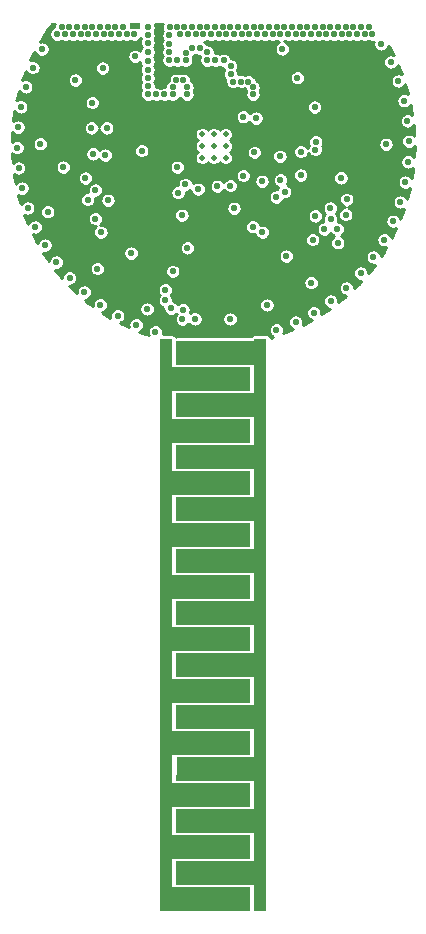
<source format=gbr>
%TF.GenerationSoftware,KiCad,Pcbnew,(5.1.6)-1*%
%TF.CreationDate,2020-10-15T17:09:17+03:00*%
%TF.ProjectId,PlantBuddy,506c616e-7442-4756-9464-792e6b696361,rev?*%
%TF.SameCoordinates,Original*%
%TF.FileFunction,Copper,L3,Inr*%
%TF.FilePolarity,Positive*%
%FSLAX46Y46*%
G04 Gerber Fmt 4.6, Leading zero omitted, Abs format (unit mm)*
G04 Created by KiCad (PCBNEW (5.1.6)-1) date 2020-10-15 17:09:17*
%MOMM*%
%LPD*%
G01*
G04 APERTURE LIST*
%TA.AperFunction,ViaPad*%
%ADD10C,0.500000*%
%TD*%
%TA.AperFunction,ViaPad*%
%ADD11C,0.100000*%
%TD*%
%TA.AperFunction,ViaPad*%
%ADD12R,0.900000X0.500000*%
%TD*%
%TA.AperFunction,ViaPad*%
%ADD13C,0.550000*%
%TD*%
%TA.AperFunction,Conductor*%
%ADD14C,0.250000*%
%TD*%
G04 APERTURE END LIST*
D10*
%TO.N,-BATT*%
%TO.C,U5*%
X66785000Y-63565000D03*
X66785000Y-64565000D03*
X66785000Y-65565000D03*
X65785000Y-63565000D03*
X65785000Y-64565000D03*
X65785000Y-65565000D03*
X64785000Y-63565000D03*
X64785000Y-64565000D03*
X64785000Y-65565000D03*
%TD*%
%TA.AperFunction,ViaPad*%
D11*
%TO.N,/THR*%
%TO.C,C4*%
G36*
X70219241Y-80863496D02*
G01*
X70220179Y-80863781D01*
X70221044Y-80864243D01*
X70221802Y-80864864D01*
X70222423Y-80865622D01*
X70222885Y-80866487D01*
X70223170Y-80867425D01*
X70223266Y-80868400D01*
X70223266Y-129340066D01*
X70223170Y-129341041D01*
X70222885Y-129341979D01*
X70222423Y-129342844D01*
X70221802Y-129343602D01*
X70221044Y-129344223D01*
X70220179Y-129344685D01*
X70219241Y-129344970D01*
X70218266Y-129345066D01*
X69219199Y-129345066D01*
X69218224Y-129344970D01*
X69217286Y-129344685D01*
X69216421Y-129344223D01*
X69215663Y-129343602D01*
X69215042Y-129342844D01*
X69214580Y-129341979D01*
X69214295Y-129341041D01*
X69214199Y-129340066D01*
X69214199Y-127143733D01*
X62623666Y-127143733D01*
X62622691Y-127143637D01*
X62621753Y-127143352D01*
X62620888Y-127142890D01*
X62620130Y-127142269D01*
X62619509Y-127141511D01*
X62619047Y-127140646D01*
X62618762Y-127139708D01*
X62618666Y-127138733D01*
X62618666Y-125132133D01*
X62618762Y-125131158D01*
X62619047Y-125130220D01*
X62619509Y-125129355D01*
X62620130Y-125128597D01*
X62620888Y-125127976D01*
X62621753Y-125127514D01*
X62622691Y-125127229D01*
X62623666Y-125127133D01*
X69214249Y-125127133D01*
X69209975Y-122736830D01*
X65919313Y-122734705D01*
X62623663Y-122732578D01*
X62622687Y-122732481D01*
X62621750Y-122732196D01*
X62620885Y-122731734D01*
X62620128Y-122731111D01*
X62619507Y-122730353D01*
X62619045Y-122729488D01*
X62618761Y-122728550D01*
X62618666Y-122727578D01*
X62618666Y-120729466D01*
X62618762Y-120728491D01*
X62619047Y-120727553D01*
X62619509Y-120726688D01*
X62620130Y-120725930D01*
X62620888Y-120725309D01*
X62621753Y-120724847D01*
X62622691Y-120724562D01*
X62623666Y-120724466D01*
X69214199Y-120724466D01*
X69214199Y-118329933D01*
X62623597Y-118329933D01*
X62622622Y-118329837D01*
X62621684Y-118329552D01*
X62620819Y-118329090D01*
X62620061Y-118328469D01*
X62619440Y-118327711D01*
X62618978Y-118326846D01*
X62618693Y-118325908D01*
X62618597Y-118324922D01*
X62620748Y-117323739D01*
X62622900Y-116322555D01*
X62622998Y-116321580D01*
X62623285Y-116320643D01*
X62623749Y-116319779D01*
X62624372Y-116319023D01*
X62625131Y-116318403D01*
X62625997Y-116317943D01*
X62626935Y-116317660D01*
X62627897Y-116317566D01*
X65923547Y-116315439D01*
X69214199Y-116313314D01*
X69214199Y-113927266D01*
X62623666Y-113927266D01*
X62622691Y-113927170D01*
X62621753Y-113926885D01*
X62620888Y-113926423D01*
X62620130Y-113925802D01*
X62619509Y-113925044D01*
X62619047Y-113924179D01*
X62618762Y-113923241D01*
X62618666Y-113922266D01*
X62618666Y-111915666D01*
X62618762Y-111914691D01*
X62619047Y-111913753D01*
X62619509Y-111912888D01*
X62620130Y-111912130D01*
X62620888Y-111911509D01*
X62621753Y-111911047D01*
X62622691Y-111910762D01*
X62623666Y-111910666D01*
X69214199Y-111910666D01*
X69214199Y-109516133D01*
X62623666Y-109516133D01*
X62622691Y-109516037D01*
X62621753Y-109515752D01*
X62620888Y-109515290D01*
X62620130Y-109514669D01*
X62619509Y-109513911D01*
X62619047Y-109513046D01*
X62618762Y-109512108D01*
X62618666Y-109511133D01*
X62618666Y-107513021D01*
X62618762Y-107512046D01*
X62619047Y-107511108D01*
X62619509Y-107510243D01*
X62620130Y-107509485D01*
X62620888Y-107508864D01*
X62621753Y-107508402D01*
X62622691Y-107508117D01*
X62623663Y-107508021D01*
X65919313Y-107505894D01*
X69209975Y-107503769D01*
X69214249Y-105113466D01*
X62623666Y-105113466D01*
X62622691Y-105113370D01*
X62621753Y-105113085D01*
X62620888Y-105112623D01*
X62620130Y-105112002D01*
X62619509Y-105111244D01*
X62619047Y-105110379D01*
X62618762Y-105109441D01*
X62618666Y-105108466D01*
X62618666Y-103101866D01*
X62618762Y-103100891D01*
X62619047Y-103099953D01*
X62619509Y-103099088D01*
X62620130Y-103098330D01*
X62620888Y-103097709D01*
X62621753Y-103097247D01*
X62622691Y-103096962D01*
X62623666Y-103096866D01*
X69214199Y-103096866D01*
X69214199Y-100702333D01*
X62623666Y-100702333D01*
X62622691Y-100702237D01*
X62621753Y-100701952D01*
X62620888Y-100701490D01*
X62620130Y-100700869D01*
X62619509Y-100700111D01*
X62619047Y-100699246D01*
X62618762Y-100698308D01*
X62618666Y-100697333D01*
X62618666Y-98699200D01*
X62618762Y-98698225D01*
X62619047Y-98697287D01*
X62619509Y-98696422D01*
X62620130Y-98695664D01*
X62620888Y-98695043D01*
X62621753Y-98694581D01*
X62622691Y-98694296D01*
X62623666Y-98694200D01*
X69214199Y-98694200D01*
X69214199Y-96299666D01*
X62623666Y-96299666D01*
X62622691Y-96299570D01*
X62621753Y-96299285D01*
X62620888Y-96298823D01*
X62620130Y-96298202D01*
X62619509Y-96297444D01*
X62619047Y-96296579D01*
X62618762Y-96295641D01*
X62618666Y-96294666D01*
X62618666Y-94288066D01*
X62618762Y-94287091D01*
X62619047Y-94286153D01*
X62619509Y-94285288D01*
X62620130Y-94284530D01*
X62620888Y-94283909D01*
X62621753Y-94283447D01*
X62622691Y-94283162D01*
X62623666Y-94283066D01*
X69214199Y-94283066D01*
X69214199Y-91888533D01*
X62623666Y-91888533D01*
X62622691Y-91888437D01*
X62621753Y-91888152D01*
X62620888Y-91887690D01*
X62620130Y-91887069D01*
X62619509Y-91886311D01*
X62619047Y-91885446D01*
X62618762Y-91884508D01*
X62618666Y-91883533D01*
X62618666Y-89885400D01*
X62618762Y-89884425D01*
X62619047Y-89883487D01*
X62619509Y-89882622D01*
X62620130Y-89881864D01*
X62620888Y-89881243D01*
X62621753Y-89880781D01*
X62622691Y-89880496D01*
X62623666Y-89880400D01*
X69214199Y-89880400D01*
X69214199Y-87485866D01*
X62623666Y-87485866D01*
X62622691Y-87485770D01*
X62621753Y-87485485D01*
X62620888Y-87485023D01*
X62620130Y-87484402D01*
X62619509Y-87483644D01*
X62619047Y-87482779D01*
X62618762Y-87481841D01*
X62618666Y-87480866D01*
X62618666Y-85474266D01*
X62618762Y-85473291D01*
X62619047Y-85472353D01*
X62619509Y-85471488D01*
X62620130Y-85470730D01*
X62620888Y-85470109D01*
X62621753Y-85469647D01*
X62622691Y-85469362D01*
X62623666Y-85469266D01*
X69214199Y-85469266D01*
X69214199Y-83074733D01*
X62623666Y-83074733D01*
X62622691Y-83074637D01*
X62621753Y-83074352D01*
X62620888Y-83073890D01*
X62620130Y-83073269D01*
X62619509Y-83072511D01*
X62619047Y-83071646D01*
X62618762Y-83070708D01*
X62618666Y-83069733D01*
X62618666Y-81071600D01*
X62618762Y-81070625D01*
X62619047Y-81069687D01*
X62619509Y-81068822D01*
X62620130Y-81068064D01*
X62620888Y-81067443D01*
X62621753Y-81066981D01*
X62622691Y-81066696D01*
X62623666Y-81066600D01*
X69214199Y-81066600D01*
X69214199Y-80868400D01*
X69214295Y-80867425D01*
X69214580Y-80866487D01*
X69215042Y-80865622D01*
X69215663Y-80864864D01*
X69216421Y-80864243D01*
X69217286Y-80863781D01*
X69218224Y-80863496D01*
X69219199Y-80863400D01*
X70218266Y-80863400D01*
X70219241Y-80863496D01*
G37*
%TD.AperFunction*%
%TA.AperFunction,ViaPad*%
%TO.N,-BATT*%
G36*
X62218241Y-80863496D02*
G01*
X62219179Y-80863781D01*
X62220044Y-80864243D01*
X62220802Y-80864864D01*
X62221423Y-80865622D01*
X62221885Y-80866487D01*
X62222170Y-80867425D01*
X62222266Y-80868400D01*
X62222266Y-83267933D01*
X68812799Y-83267933D01*
X68813774Y-83268029D01*
X68814712Y-83268314D01*
X68815577Y-83268776D01*
X68816335Y-83269397D01*
X68816956Y-83270155D01*
X68817418Y-83271020D01*
X68817703Y-83271958D01*
X68817799Y-83272933D01*
X68817799Y-85279533D01*
X68817703Y-85280508D01*
X68817418Y-85281446D01*
X68816956Y-85282311D01*
X68816335Y-85283069D01*
X68815577Y-85283690D01*
X68814712Y-85284152D01*
X68813774Y-85284437D01*
X68812799Y-85284533D01*
X62222217Y-85284533D01*
X62224354Y-86479674D01*
X62226490Y-87674836D01*
X65517153Y-87676960D01*
X68812803Y-87679088D01*
X68813779Y-87679185D01*
X68814716Y-87679470D01*
X68815581Y-87679932D01*
X68816338Y-87680555D01*
X68816959Y-87681313D01*
X68817421Y-87682178D01*
X68817705Y-87683116D01*
X68817800Y-87684088D01*
X68817799Y-88683144D01*
X68817799Y-89682200D01*
X68817703Y-89683175D01*
X68817418Y-89684113D01*
X68816956Y-89684978D01*
X68816335Y-89685736D01*
X68815577Y-89686357D01*
X68814712Y-89686819D01*
X68813774Y-89687104D01*
X68812799Y-89687200D01*
X62222266Y-89687200D01*
X62222266Y-92081733D01*
X68812869Y-92081733D01*
X68813844Y-92081829D01*
X68814782Y-92082114D01*
X68815647Y-92082576D01*
X68816405Y-92083197D01*
X68817026Y-92083955D01*
X68817488Y-92084820D01*
X68817773Y-92085758D01*
X68817869Y-92086744D01*
X68815718Y-93087927D01*
X68813566Y-94089110D01*
X68813468Y-94090085D01*
X68813181Y-94091022D01*
X68812717Y-94091886D01*
X68812094Y-94092642D01*
X68811335Y-94093262D01*
X68810469Y-94093722D01*
X68809531Y-94094005D01*
X68808569Y-94094099D01*
X65512919Y-94096227D01*
X62222266Y-94098351D01*
X62222266Y-96484399D01*
X68812799Y-96484399D01*
X68813774Y-96484495D01*
X68814712Y-96484780D01*
X68815577Y-96485242D01*
X68816335Y-96485863D01*
X68816956Y-96486621D01*
X68817418Y-96487486D01*
X68817703Y-96488424D01*
X68817799Y-96489399D01*
X68817799Y-98496000D01*
X68817703Y-98496975D01*
X68817418Y-98497913D01*
X68816956Y-98498778D01*
X68816335Y-98499536D01*
X68815577Y-98500157D01*
X68814712Y-98500619D01*
X68813774Y-98500904D01*
X68812799Y-98501000D01*
X62222266Y-98501000D01*
X62222266Y-100895533D01*
X68812799Y-100895533D01*
X68813774Y-100895629D01*
X68814712Y-100895914D01*
X68815577Y-100896376D01*
X68816335Y-100896997D01*
X68816956Y-100897755D01*
X68817418Y-100898620D01*
X68817703Y-100899558D01*
X68817799Y-100900533D01*
X68817799Y-101899589D01*
X68817800Y-102898645D01*
X68817704Y-102899620D01*
X68817419Y-102900558D01*
X68816957Y-102901423D01*
X68816336Y-102902181D01*
X68815578Y-102902802D01*
X68814713Y-102903264D01*
X68813775Y-102903549D01*
X68812803Y-102903645D01*
X65517153Y-102905772D01*
X62226490Y-102907897D01*
X62224354Y-104103059D01*
X62222217Y-105298200D01*
X68812799Y-105298200D01*
X68813774Y-105298296D01*
X68814712Y-105298581D01*
X68815577Y-105299043D01*
X68816335Y-105299664D01*
X68816956Y-105300422D01*
X68817418Y-105301287D01*
X68817703Y-105302225D01*
X68817799Y-105303200D01*
X68817799Y-107309799D01*
X68817703Y-107310774D01*
X68817418Y-107311712D01*
X68816956Y-107312577D01*
X68816335Y-107313335D01*
X68815577Y-107313956D01*
X68814712Y-107314418D01*
X68813774Y-107314703D01*
X68812799Y-107314799D01*
X62222266Y-107314799D01*
X62222266Y-109709333D01*
X68812799Y-109709333D01*
X68813774Y-109709429D01*
X68814712Y-109709714D01*
X68815577Y-109710176D01*
X68816335Y-109710797D01*
X68816956Y-109711555D01*
X68817418Y-109712420D01*
X68817703Y-109713358D01*
X68817799Y-109714333D01*
X68817799Y-111712466D01*
X68817703Y-111713441D01*
X68817418Y-111714379D01*
X68816956Y-111715244D01*
X68816335Y-111716002D01*
X68815577Y-111716623D01*
X68814712Y-111717085D01*
X68813774Y-111717370D01*
X68812799Y-111717466D01*
X62222266Y-111717466D01*
X62222266Y-114111999D01*
X68812799Y-114111999D01*
X68813774Y-114112095D01*
X68814712Y-114112380D01*
X68815577Y-114112842D01*
X68816335Y-114113463D01*
X68816956Y-114114221D01*
X68817418Y-114115086D01*
X68817703Y-114116024D01*
X68817799Y-114116999D01*
X68817799Y-116123600D01*
X68817703Y-116124575D01*
X68817418Y-116125513D01*
X68816956Y-116126378D01*
X68816335Y-116127136D01*
X68815577Y-116127757D01*
X68814712Y-116128219D01*
X68813774Y-116128504D01*
X68812799Y-116128600D01*
X62222266Y-116128600D01*
X62222266Y-118523133D01*
X68812799Y-118523133D01*
X68813774Y-118523229D01*
X68814712Y-118523514D01*
X68815577Y-118523976D01*
X68816335Y-118524597D01*
X68816956Y-118525355D01*
X68817418Y-118526220D01*
X68817703Y-118527158D01*
X68817799Y-118528133D01*
X68817799Y-120526266D01*
X68817703Y-120527241D01*
X68817418Y-120528179D01*
X68816956Y-120529044D01*
X68816335Y-120529802D01*
X68815577Y-120530423D01*
X68814712Y-120530885D01*
X68813774Y-120531170D01*
X68812799Y-120531266D01*
X62222266Y-120531266D01*
X62222266Y-122925800D01*
X68812799Y-122925800D01*
X68813774Y-122925896D01*
X68814712Y-122926181D01*
X68815577Y-122926643D01*
X68816335Y-122927264D01*
X68816956Y-122928022D01*
X68817418Y-122928887D01*
X68817703Y-122929825D01*
X68817799Y-122930800D01*
X68817799Y-124937400D01*
X68817703Y-124938375D01*
X68817418Y-124939313D01*
X68816956Y-124940178D01*
X68816335Y-124940936D01*
X68815577Y-124941557D01*
X68814712Y-124942019D01*
X68813774Y-124942304D01*
X68812799Y-124942400D01*
X62222266Y-124942400D01*
X62222266Y-127336933D01*
X68812799Y-127336933D01*
X68813774Y-127337029D01*
X68814712Y-127337314D01*
X68815577Y-127337776D01*
X68816335Y-127338397D01*
X68816956Y-127339155D01*
X68817418Y-127340020D01*
X68817703Y-127340958D01*
X68817799Y-127341933D01*
X68817799Y-129340066D01*
X68817703Y-129341041D01*
X68817418Y-129341979D01*
X68816956Y-129342844D01*
X68816335Y-129343602D01*
X68815577Y-129344223D01*
X68814712Y-129344685D01*
X68813774Y-129344970D01*
X68812799Y-129345066D01*
X61218200Y-129345066D01*
X61217225Y-129344970D01*
X61216287Y-129344685D01*
X61215422Y-129344223D01*
X61214664Y-129343602D01*
X61214043Y-129342844D01*
X61213581Y-129341979D01*
X61213296Y-129341041D01*
X61213200Y-129340066D01*
X61213200Y-80868400D01*
X61213296Y-80867425D01*
X61213581Y-80866487D01*
X61214043Y-80865622D01*
X61214664Y-80864864D01*
X61215422Y-80864243D01*
X61216287Y-80863781D01*
X61217225Y-80863496D01*
X61218200Y-80863400D01*
X62217266Y-80863400D01*
X62218241Y-80863496D01*
G37*
%TD.AperFunction*%
%TD*%
D12*
%TO.N,-BATT*%
%TO.C,AE1*%
X59070000Y-54400000D03*
%TD*%
D13*
%TO.N,-BATT*%
X74310000Y-61270000D03*
X74020000Y-76130000D03*
X68280000Y-62080000D03*
X68280000Y-67060000D03*
X52890000Y-54520000D03*
X53540000Y-54520000D03*
X54190000Y-54520000D03*
X54840000Y-54520000D03*
X55490000Y-54520000D03*
X56140000Y-54520000D03*
X56790000Y-54520000D03*
X57440000Y-54520000D03*
X58090000Y-54520000D03*
X60210000Y-54510000D03*
X62030000Y-54520000D03*
X62640000Y-54520000D03*
X63290000Y-54520000D03*
X63940000Y-54520000D03*
X64590000Y-54520000D03*
X65240000Y-54520000D03*
X65890000Y-54520000D03*
X66540000Y-54520000D03*
X67190000Y-54520000D03*
X67840000Y-54520000D03*
X68490000Y-54520000D03*
X69140000Y-54520000D03*
X69790000Y-54520000D03*
X70440000Y-54520000D03*
X71090000Y-54520000D03*
X71740000Y-54520000D03*
X72390000Y-54520000D03*
X73040000Y-54520000D03*
X73690000Y-54520000D03*
X74340000Y-54520000D03*
X74990000Y-54520000D03*
X75640000Y-54520000D03*
X76290000Y-54520000D03*
X76940000Y-54520000D03*
X77590000Y-54520000D03*
X78240000Y-54520000D03*
X78890000Y-54520000D03*
X60200000Y-55200000D03*
X60200000Y-55800000D03*
X60200000Y-56600000D03*
X60200000Y-57400000D03*
X60200000Y-58100000D03*
X60200000Y-58800000D03*
X60200000Y-59500000D03*
X60200000Y-60200000D03*
X60900000Y-60200000D03*
X61600000Y-60200000D03*
X62300000Y-60200000D03*
X62300000Y-59600000D03*
X62600000Y-59000000D03*
X63200000Y-59000000D03*
X63500000Y-59600000D03*
X63500000Y-60200000D03*
X69100000Y-60200000D03*
X69100000Y-59600000D03*
X68700000Y-59100000D03*
X68100000Y-59100000D03*
X67400000Y-59100000D03*
X67200000Y-58500000D03*
X67200000Y-57800000D03*
X66600000Y-57300000D03*
X65900000Y-57300000D03*
X65200000Y-57300000D03*
X65200000Y-56600000D03*
X64600000Y-56300000D03*
X63900000Y-56300000D03*
X63400000Y-56700000D03*
X63400000Y-57300000D03*
X62700000Y-57300000D03*
X62000000Y-57300000D03*
X62000000Y-56600000D03*
X62000000Y-55900000D03*
X53200000Y-55100000D03*
X53850000Y-55100000D03*
X54500000Y-55100000D03*
X55150000Y-55100000D03*
X55800000Y-55100000D03*
X56450000Y-55100000D03*
X57100000Y-55100000D03*
X57750000Y-55100000D03*
X58400000Y-55100000D03*
X59050000Y-55100000D03*
X62000000Y-55200000D03*
X62950000Y-55100000D03*
X63600000Y-55100000D03*
X64250000Y-55100000D03*
X64900000Y-55100000D03*
X65550000Y-55100000D03*
X66200000Y-55100000D03*
X66850000Y-55100000D03*
X67500000Y-55100000D03*
X68150000Y-55100000D03*
X68800000Y-55100000D03*
X69450000Y-55100000D03*
X70100000Y-55100000D03*
X70750000Y-55100000D03*
X71400000Y-55100000D03*
X72050000Y-55100000D03*
X72700000Y-55100000D03*
X73350000Y-55100000D03*
X74000000Y-55100000D03*
X74650000Y-55100000D03*
X75300000Y-55100000D03*
X75950000Y-55100000D03*
X76600000Y-55100000D03*
X77250000Y-55100000D03*
X77900000Y-55100000D03*
X78550000Y-55100000D03*
X79200000Y-55100000D03*
X52500000Y-55100000D03*
X79940000Y-55910000D03*
X51216464Y-56366459D03*
X50452991Y-57925619D03*
X49856678Y-59556042D03*
X49434056Y-61239865D03*
X49189758Y-62958641D03*
X49126459Y-64693536D03*
X49244852Y-66425545D03*
X49543641Y-68135690D03*
X50019552Y-69805234D03*
X50667371Y-71415887D03*
X51480000Y-72950000D03*
X52448536Y-74390767D03*
X53562367Y-75722401D03*
X54809291Y-76930313D03*
X56175644Y-78001270D03*
X57646459Y-78923536D03*
X59205619Y-79687009D03*
X60836042Y-80283322D03*
X71085234Y-80120448D03*
X72695887Y-79472629D03*
X74230000Y-78660000D03*
X75670767Y-77691464D03*
X77002401Y-76577633D03*
X78210313Y-75330709D03*
X79281270Y-73964356D03*
X80203536Y-72493541D03*
X80967009Y-70934381D03*
X81563322Y-69303958D03*
X81985944Y-67620135D03*
X82230242Y-65901359D03*
X82293541Y-64166464D03*
X82175148Y-62434455D03*
X81876359Y-60724310D03*
X81400448Y-59054766D03*
X80752629Y-57444113D03*
X59670000Y-64950000D03*
X63070000Y-70430000D03*
X71070000Y-68890000D03*
X69900000Y-71870000D03*
X69080000Y-71390000D03*
X75130000Y-71610000D03*
X75660000Y-70750000D03*
X76250000Y-71610000D03*
X71910000Y-73890000D03*
X64170000Y-79200000D03*
X62150000Y-78310000D03*
X61680000Y-77640000D03*
X61670000Y-76730000D03*
X62300000Y-75180000D03*
X63170000Y-78420000D03*
X63120000Y-79220000D03*
X67488636Y-69834885D03*
X69350000Y-62200000D03*
X72860000Y-58780000D03*
X71420000Y-67430000D03*
X73140000Y-65030000D03*
X74380000Y-64860000D03*
X74410000Y-64180000D03*
X71370000Y-65440000D03*
X55090000Y-69100000D03*
X56820000Y-69160000D03*
X53030000Y-66350000D03*
X55550000Y-65220000D03*
X56580000Y-65330000D03*
X74140000Y-72490000D03*
X74370000Y-70480000D03*
X63550000Y-73180000D03*
X58780000Y-73630000D03*
X55920000Y-74940000D03*
X56210000Y-71870000D03*
X56710000Y-63020000D03*
X55490000Y-60880000D03*
X55420000Y-63030000D03*
X56360000Y-57970000D03*
X59100000Y-56970000D03*
X76540000Y-67260000D03*
%TO.N,+BATT*%
X51082288Y-64366369D03*
X54060000Y-58990000D03*
X75640000Y-69810000D03*
%TO.N,Net-(BT1-Pad2)*%
X80360000Y-64420000D03*
%TO.N,+3V3*%
X68890000Y-58140000D03*
X60120000Y-74590000D03*
X61610000Y-65130000D03*
X59480000Y-63180000D03*
X68340000Y-69640000D03*
X57180000Y-58800000D03*
X52470000Y-59010000D03*
X58078339Y-58832148D03*
X61591210Y-73840000D03*
X65608790Y-76390277D03*
X69624874Y-73231210D03*
X73621650Y-73627520D03*
%TO.N,Net-(D3-Pad2)*%
X67160000Y-79205000D03*
%TO.N,/SWDIO*%
X62760000Y-68500000D03*
%TO.N,/SWCLK*%
X63367800Y-67807800D03*
%TO.N,/~HEN~*%
X60140000Y-78360000D03*
X66082822Y-67976022D03*
%TO.N,/IRR_EN*%
X76271261Y-72746631D03*
X64455313Y-68222689D03*
%TO.N,/VPanel*%
X71580000Y-56330000D03*
X70272500Y-78022500D03*
%TO.N,/ADC1*%
X69860000Y-67550000D03*
X69220000Y-65110000D03*
%TO.N,/~LBO_ISR*%
X54910000Y-67280000D03*
X67185541Y-67910000D03*
%TO.N,/fHumidity*%
X51720000Y-70120000D03*
X62689833Y-66360000D03*
%TO.N,/~CHG_ON*%
X77030000Y-69080000D03*
X73126024Y-67033230D03*
%TO.N,/~CHG_DONE*%
X71770000Y-68430000D03*
X76950000Y-70370000D03*
%TO.N,/Vhum*%
X55750000Y-70710000D03*
X55760000Y-68290000D03*
%TD*%
D14*
%TO.N,+3V3*%
G36*
X52261133Y-54329235D02*
G01*
X52236000Y-54455587D01*
X52236000Y-54501468D01*
X52190215Y-54520433D01*
X52083100Y-54592005D01*
X51992005Y-54683100D01*
X51920433Y-54790215D01*
X51871133Y-54909235D01*
X51846000Y-55035587D01*
X51846000Y-55164413D01*
X51871133Y-55290765D01*
X51920433Y-55409785D01*
X51992005Y-55516900D01*
X52083100Y-55607995D01*
X52190215Y-55679567D01*
X52309235Y-55728867D01*
X52435587Y-55754000D01*
X52564413Y-55754000D01*
X52690765Y-55728867D01*
X52809785Y-55679567D01*
X52850000Y-55652696D01*
X52890215Y-55679567D01*
X53009235Y-55728867D01*
X53135587Y-55754000D01*
X53264413Y-55754000D01*
X53390765Y-55728867D01*
X53509785Y-55679567D01*
X53525000Y-55669401D01*
X53540215Y-55679567D01*
X53659235Y-55728867D01*
X53785587Y-55754000D01*
X53914413Y-55754000D01*
X54040765Y-55728867D01*
X54159785Y-55679567D01*
X54175000Y-55669401D01*
X54190215Y-55679567D01*
X54309235Y-55728867D01*
X54435587Y-55754000D01*
X54564413Y-55754000D01*
X54690765Y-55728867D01*
X54809785Y-55679567D01*
X54825000Y-55669401D01*
X54840215Y-55679567D01*
X54959235Y-55728867D01*
X55085587Y-55754000D01*
X55214413Y-55754000D01*
X55340765Y-55728867D01*
X55459785Y-55679567D01*
X55475000Y-55669401D01*
X55490215Y-55679567D01*
X55609235Y-55728867D01*
X55735587Y-55754000D01*
X55864413Y-55754000D01*
X55990765Y-55728867D01*
X56109785Y-55679567D01*
X56125000Y-55669401D01*
X56140215Y-55679567D01*
X56259235Y-55728867D01*
X56385587Y-55754000D01*
X56514413Y-55754000D01*
X56640765Y-55728867D01*
X56759785Y-55679567D01*
X56775000Y-55669401D01*
X56790215Y-55679567D01*
X56909235Y-55728867D01*
X57035587Y-55754000D01*
X57164413Y-55754000D01*
X57290765Y-55728867D01*
X57409785Y-55679567D01*
X57425000Y-55669401D01*
X57440215Y-55679567D01*
X57559235Y-55728867D01*
X57685587Y-55754000D01*
X57814413Y-55754000D01*
X57940765Y-55728867D01*
X58059785Y-55679567D01*
X58075000Y-55669401D01*
X58090215Y-55679567D01*
X58209235Y-55728867D01*
X58335587Y-55754000D01*
X58464413Y-55754000D01*
X58590765Y-55728867D01*
X58709785Y-55679567D01*
X58725000Y-55669401D01*
X58740215Y-55679567D01*
X58859235Y-55728867D01*
X58985587Y-55754000D01*
X59114413Y-55754000D01*
X59240765Y-55728867D01*
X59359785Y-55679567D01*
X59466900Y-55607995D01*
X59557995Y-55516900D01*
X59598358Y-55456492D01*
X59616380Y-55500000D01*
X59571133Y-55609235D01*
X59546000Y-55735587D01*
X59546000Y-55864413D01*
X59571133Y-55990765D01*
X59620433Y-56109785D01*
X59680713Y-56200000D01*
X59620433Y-56290215D01*
X59571133Y-56409235D01*
X59553380Y-56498485D01*
X59516900Y-56462005D01*
X59409785Y-56390433D01*
X59290765Y-56341133D01*
X59164413Y-56316000D01*
X59035587Y-56316000D01*
X58909235Y-56341133D01*
X58790215Y-56390433D01*
X58683100Y-56462005D01*
X58592005Y-56553100D01*
X58520433Y-56660215D01*
X58471133Y-56779235D01*
X58446000Y-56905587D01*
X58446000Y-57034413D01*
X58471133Y-57160765D01*
X58520433Y-57279785D01*
X58592005Y-57386900D01*
X58683100Y-57477995D01*
X58790215Y-57549567D01*
X58909235Y-57598867D01*
X59035587Y-57624000D01*
X59164413Y-57624000D01*
X59290765Y-57598867D01*
X59409785Y-57549567D01*
X59516900Y-57477995D01*
X59546000Y-57448895D01*
X59546000Y-57464413D01*
X59571133Y-57590765D01*
X59620433Y-57709785D01*
X59647304Y-57750000D01*
X59620433Y-57790215D01*
X59571133Y-57909235D01*
X59546000Y-58035587D01*
X59546000Y-58164413D01*
X59571133Y-58290765D01*
X59620433Y-58409785D01*
X59647304Y-58450000D01*
X59620433Y-58490215D01*
X59571133Y-58609235D01*
X59546000Y-58735587D01*
X59546000Y-58864413D01*
X59571133Y-58990765D01*
X59620433Y-59109785D01*
X59647304Y-59150000D01*
X59620433Y-59190215D01*
X59571133Y-59309235D01*
X59546000Y-59435587D01*
X59546000Y-59564413D01*
X59571133Y-59690765D01*
X59620433Y-59809785D01*
X59647304Y-59850000D01*
X59620433Y-59890215D01*
X59571133Y-60009235D01*
X59546000Y-60135587D01*
X59546000Y-60264413D01*
X59571133Y-60390765D01*
X59620433Y-60509785D01*
X59692005Y-60616900D01*
X59783100Y-60707995D01*
X59890215Y-60779567D01*
X60009235Y-60828867D01*
X60135587Y-60854000D01*
X60264413Y-60854000D01*
X60390765Y-60828867D01*
X60509785Y-60779567D01*
X60550000Y-60752696D01*
X60590215Y-60779567D01*
X60709235Y-60828867D01*
X60835587Y-60854000D01*
X60964413Y-60854000D01*
X61090765Y-60828867D01*
X61209785Y-60779567D01*
X61250000Y-60752696D01*
X61290215Y-60779567D01*
X61409235Y-60828867D01*
X61535587Y-60854000D01*
X61664413Y-60854000D01*
X61790765Y-60828867D01*
X61909785Y-60779567D01*
X61950000Y-60752696D01*
X61990215Y-60779567D01*
X62109235Y-60828867D01*
X62235587Y-60854000D01*
X62364413Y-60854000D01*
X62490765Y-60828867D01*
X62609785Y-60779567D01*
X62716900Y-60707995D01*
X62807995Y-60616900D01*
X62879567Y-60509785D01*
X62900000Y-60460456D01*
X62920433Y-60509785D01*
X62992005Y-60616900D01*
X63083100Y-60707995D01*
X63190215Y-60779567D01*
X63309235Y-60828867D01*
X63435587Y-60854000D01*
X63564413Y-60854000D01*
X63690765Y-60828867D01*
X63809785Y-60779567D01*
X63916900Y-60707995D01*
X64007995Y-60616900D01*
X64079567Y-60509785D01*
X64128867Y-60390765D01*
X64154000Y-60264413D01*
X64154000Y-60135587D01*
X64128867Y-60009235D01*
X64083620Y-59900000D01*
X64128867Y-59790765D01*
X64154000Y-59664413D01*
X64154000Y-59535587D01*
X64128867Y-59409235D01*
X64079567Y-59290215D01*
X64007995Y-59183100D01*
X63916900Y-59092005D01*
X63854000Y-59049977D01*
X63854000Y-58935587D01*
X63828867Y-58809235D01*
X63779567Y-58690215D01*
X63707995Y-58583100D01*
X63616900Y-58492005D01*
X63509785Y-58420433D01*
X63390765Y-58371133D01*
X63264413Y-58346000D01*
X63135587Y-58346000D01*
X63009235Y-58371133D01*
X62900000Y-58416380D01*
X62790765Y-58371133D01*
X62664413Y-58346000D01*
X62535587Y-58346000D01*
X62409235Y-58371133D01*
X62290215Y-58420433D01*
X62183100Y-58492005D01*
X62092005Y-58583100D01*
X62020433Y-58690215D01*
X61971133Y-58809235D01*
X61946000Y-58935587D01*
X61946000Y-59049977D01*
X61883100Y-59092005D01*
X61792005Y-59183100D01*
X61720433Y-59290215D01*
X61671133Y-59409235D01*
X61646000Y-59535587D01*
X61646000Y-59546000D01*
X61535587Y-59546000D01*
X61409235Y-59571133D01*
X61290215Y-59620433D01*
X61250000Y-59647304D01*
X61209785Y-59620433D01*
X61090765Y-59571133D01*
X60964413Y-59546000D01*
X60854000Y-59546000D01*
X60854000Y-59435587D01*
X60828867Y-59309235D01*
X60779567Y-59190215D01*
X60752696Y-59150000D01*
X60779567Y-59109785D01*
X60828867Y-58990765D01*
X60854000Y-58864413D01*
X60854000Y-58735587D01*
X60828867Y-58609235D01*
X60779567Y-58490215D01*
X60752696Y-58450000D01*
X60779567Y-58409785D01*
X60828867Y-58290765D01*
X60854000Y-58164413D01*
X60854000Y-58035587D01*
X60828867Y-57909235D01*
X60779567Y-57790215D01*
X60752696Y-57750000D01*
X60779567Y-57709785D01*
X60828867Y-57590765D01*
X60854000Y-57464413D01*
X60854000Y-57335587D01*
X60828867Y-57209235D01*
X60779567Y-57090215D01*
X60719287Y-57000000D01*
X60779567Y-56909785D01*
X60828867Y-56790765D01*
X60854000Y-56664413D01*
X60854000Y-56535587D01*
X60828867Y-56409235D01*
X60779567Y-56290215D01*
X60719287Y-56200000D01*
X60779567Y-56109785D01*
X60828867Y-55990765D01*
X60854000Y-55864413D01*
X60854000Y-55735587D01*
X60828867Y-55609235D01*
X60783620Y-55500000D01*
X60828867Y-55390765D01*
X60854000Y-55264413D01*
X60854000Y-55135587D01*
X60828867Y-55009235D01*
X60779567Y-54890215D01*
X60761037Y-54862483D01*
X60789567Y-54819785D01*
X60838867Y-54700765D01*
X60864000Y-54574413D01*
X60864000Y-54445587D01*
X60838867Y-54319235D01*
X60799833Y-54225000D01*
X61444309Y-54225000D01*
X61401133Y-54329235D01*
X61376000Y-54455587D01*
X61376000Y-54584413D01*
X61401133Y-54710765D01*
X61450433Y-54829785D01*
X61455622Y-54837551D01*
X61420433Y-54890215D01*
X61371133Y-55009235D01*
X61346000Y-55135587D01*
X61346000Y-55264413D01*
X61371133Y-55390765D01*
X61420433Y-55509785D01*
X61447304Y-55550000D01*
X61420433Y-55590215D01*
X61371133Y-55709235D01*
X61346000Y-55835587D01*
X61346000Y-55964413D01*
X61371133Y-56090765D01*
X61420433Y-56209785D01*
X61447304Y-56250000D01*
X61420433Y-56290215D01*
X61371133Y-56409235D01*
X61346000Y-56535587D01*
X61346000Y-56664413D01*
X61371133Y-56790765D01*
X61420433Y-56909785D01*
X61447304Y-56950000D01*
X61420433Y-56990215D01*
X61371133Y-57109235D01*
X61346000Y-57235587D01*
X61346000Y-57364413D01*
X61371133Y-57490765D01*
X61420433Y-57609785D01*
X61492005Y-57716900D01*
X61583100Y-57807995D01*
X61690215Y-57879567D01*
X61809235Y-57928867D01*
X61935587Y-57954000D01*
X62064413Y-57954000D01*
X62190765Y-57928867D01*
X62309785Y-57879567D01*
X62350000Y-57852696D01*
X62390215Y-57879567D01*
X62509235Y-57928867D01*
X62635587Y-57954000D01*
X62764413Y-57954000D01*
X62890765Y-57928867D01*
X63009785Y-57879567D01*
X63050000Y-57852696D01*
X63090215Y-57879567D01*
X63209235Y-57928867D01*
X63335587Y-57954000D01*
X63464413Y-57954000D01*
X63590765Y-57928867D01*
X63709785Y-57879567D01*
X63816900Y-57807995D01*
X63907995Y-57716900D01*
X63979567Y-57609785D01*
X64028867Y-57490765D01*
X64054000Y-57364413D01*
X64054000Y-57235587D01*
X64028867Y-57109235D01*
X63983620Y-57000000D01*
X64006110Y-56945706D01*
X64090765Y-56928867D01*
X64209785Y-56879567D01*
X64250000Y-56852696D01*
X64290215Y-56879567D01*
X64409235Y-56928867D01*
X64535587Y-56954000D01*
X64644631Y-56954000D01*
X64620433Y-56990215D01*
X64571133Y-57109235D01*
X64546000Y-57235587D01*
X64546000Y-57364413D01*
X64571133Y-57490765D01*
X64620433Y-57609785D01*
X64692005Y-57716900D01*
X64783100Y-57807995D01*
X64890215Y-57879567D01*
X65009235Y-57928867D01*
X65135587Y-57954000D01*
X65264413Y-57954000D01*
X65390765Y-57928867D01*
X65509785Y-57879567D01*
X65550000Y-57852696D01*
X65590215Y-57879567D01*
X65709235Y-57928867D01*
X65835587Y-57954000D01*
X65964413Y-57954000D01*
X66090765Y-57928867D01*
X66209785Y-57879567D01*
X66250000Y-57852696D01*
X66290215Y-57879567D01*
X66409235Y-57928867D01*
X66535587Y-57954000D01*
X66563820Y-57954000D01*
X66571133Y-57990765D01*
X66620433Y-58109785D01*
X66647304Y-58150000D01*
X66620433Y-58190215D01*
X66571133Y-58309235D01*
X66546000Y-58435587D01*
X66546000Y-58564413D01*
X66571133Y-58690765D01*
X66620433Y-58809785D01*
X66692005Y-58916900D01*
X66756733Y-58981628D01*
X66746000Y-59035587D01*
X66746000Y-59164413D01*
X66771133Y-59290765D01*
X66820433Y-59409785D01*
X66892005Y-59516900D01*
X66983100Y-59607995D01*
X67090215Y-59679567D01*
X67209235Y-59728867D01*
X67335587Y-59754000D01*
X67464413Y-59754000D01*
X67590765Y-59728867D01*
X67709785Y-59679567D01*
X67750000Y-59652696D01*
X67790215Y-59679567D01*
X67909235Y-59728867D01*
X68035587Y-59754000D01*
X68164413Y-59754000D01*
X68290765Y-59728867D01*
X68400000Y-59683620D01*
X68454294Y-59706110D01*
X68471133Y-59790765D01*
X68516380Y-59900000D01*
X68471133Y-60009235D01*
X68446000Y-60135587D01*
X68446000Y-60264413D01*
X68471133Y-60390765D01*
X68520433Y-60509785D01*
X68592005Y-60616900D01*
X68683100Y-60707995D01*
X68790215Y-60779567D01*
X68909235Y-60828867D01*
X69035587Y-60854000D01*
X69164413Y-60854000D01*
X69290765Y-60828867D01*
X69409785Y-60779567D01*
X69516900Y-60707995D01*
X69607995Y-60616900D01*
X69679567Y-60509785D01*
X69728867Y-60390765D01*
X69754000Y-60264413D01*
X69754000Y-60135587D01*
X69728867Y-60009235D01*
X69683620Y-59900000D01*
X69728867Y-59790765D01*
X69754000Y-59664413D01*
X69754000Y-59535587D01*
X69728867Y-59409235D01*
X69679567Y-59290215D01*
X69607995Y-59183100D01*
X69516900Y-59092005D01*
X69409785Y-59020433D01*
X69345706Y-58993890D01*
X69328867Y-58909235D01*
X69279567Y-58790215D01*
X69229703Y-58715587D01*
X72206000Y-58715587D01*
X72206000Y-58844413D01*
X72231133Y-58970765D01*
X72280433Y-59089785D01*
X72352005Y-59196900D01*
X72443100Y-59287995D01*
X72550215Y-59359567D01*
X72669235Y-59408867D01*
X72795587Y-59434000D01*
X72924413Y-59434000D01*
X73050765Y-59408867D01*
X73169785Y-59359567D01*
X73276900Y-59287995D01*
X73367995Y-59196900D01*
X73439567Y-59089785D01*
X73488867Y-58970765D01*
X73514000Y-58844413D01*
X73514000Y-58715587D01*
X73488867Y-58589235D01*
X73439567Y-58470215D01*
X73367995Y-58363100D01*
X73276900Y-58272005D01*
X73169785Y-58200433D01*
X73050765Y-58151133D01*
X72924413Y-58126000D01*
X72795587Y-58126000D01*
X72669235Y-58151133D01*
X72550215Y-58200433D01*
X72443100Y-58272005D01*
X72352005Y-58363100D01*
X72280433Y-58470215D01*
X72231133Y-58589235D01*
X72206000Y-58715587D01*
X69229703Y-58715587D01*
X69207995Y-58683100D01*
X69116900Y-58592005D01*
X69009785Y-58520433D01*
X68890765Y-58471133D01*
X68764413Y-58446000D01*
X68635587Y-58446000D01*
X68509235Y-58471133D01*
X68400000Y-58516380D01*
X68290765Y-58471133D01*
X68164413Y-58446000D01*
X68035587Y-58446000D01*
X67909235Y-58471133D01*
X67854000Y-58494012D01*
X67854000Y-58435587D01*
X67828867Y-58309235D01*
X67779567Y-58190215D01*
X67752696Y-58150000D01*
X67779567Y-58109785D01*
X67828867Y-57990765D01*
X67854000Y-57864413D01*
X67854000Y-57735587D01*
X67828867Y-57609235D01*
X67779567Y-57490215D01*
X67707995Y-57383100D01*
X67616900Y-57292005D01*
X67509785Y-57220433D01*
X67390765Y-57171133D01*
X67264413Y-57146000D01*
X67236180Y-57146000D01*
X67228867Y-57109235D01*
X67179567Y-56990215D01*
X67107995Y-56883100D01*
X67016900Y-56792005D01*
X66909785Y-56720433D01*
X66790765Y-56671133D01*
X66664413Y-56646000D01*
X66535587Y-56646000D01*
X66409235Y-56671133D01*
X66290215Y-56720433D01*
X66250000Y-56747304D01*
X66209785Y-56720433D01*
X66090765Y-56671133D01*
X65964413Y-56646000D01*
X65854000Y-56646000D01*
X65854000Y-56535587D01*
X65828867Y-56409235D01*
X65779567Y-56290215D01*
X65707995Y-56183100D01*
X65616900Y-56092005D01*
X65509785Y-56020433D01*
X65390765Y-55971133D01*
X65264413Y-55946000D01*
X65150023Y-55946000D01*
X65107995Y-55883100D01*
X65016900Y-55792005D01*
X64960022Y-55754000D01*
X64964413Y-55754000D01*
X65090765Y-55728867D01*
X65209785Y-55679567D01*
X65225000Y-55669401D01*
X65240215Y-55679567D01*
X65359235Y-55728867D01*
X65485587Y-55754000D01*
X65614413Y-55754000D01*
X65740765Y-55728867D01*
X65859785Y-55679567D01*
X65875000Y-55669401D01*
X65890215Y-55679567D01*
X66009235Y-55728867D01*
X66135587Y-55754000D01*
X66264413Y-55754000D01*
X66390765Y-55728867D01*
X66509785Y-55679567D01*
X66525000Y-55669401D01*
X66540215Y-55679567D01*
X66659235Y-55728867D01*
X66785587Y-55754000D01*
X66914413Y-55754000D01*
X67040765Y-55728867D01*
X67159785Y-55679567D01*
X67175000Y-55669401D01*
X67190215Y-55679567D01*
X67309235Y-55728867D01*
X67435587Y-55754000D01*
X67564413Y-55754000D01*
X67690765Y-55728867D01*
X67809785Y-55679567D01*
X67825000Y-55669401D01*
X67840215Y-55679567D01*
X67959235Y-55728867D01*
X68085587Y-55754000D01*
X68214413Y-55754000D01*
X68340765Y-55728867D01*
X68459785Y-55679567D01*
X68475000Y-55669401D01*
X68490215Y-55679567D01*
X68609235Y-55728867D01*
X68735587Y-55754000D01*
X68864413Y-55754000D01*
X68990765Y-55728867D01*
X69109785Y-55679567D01*
X69125000Y-55669401D01*
X69140215Y-55679567D01*
X69259235Y-55728867D01*
X69385587Y-55754000D01*
X69514413Y-55754000D01*
X69640765Y-55728867D01*
X69759785Y-55679567D01*
X69775000Y-55669401D01*
X69790215Y-55679567D01*
X69909235Y-55728867D01*
X70035587Y-55754000D01*
X70164413Y-55754000D01*
X70290765Y-55728867D01*
X70409785Y-55679567D01*
X70425000Y-55669401D01*
X70440215Y-55679567D01*
X70559235Y-55728867D01*
X70685587Y-55754000D01*
X70814413Y-55754000D01*
X70940765Y-55728867D01*
X71059785Y-55679567D01*
X71075000Y-55669401D01*
X71090215Y-55679567D01*
X71209235Y-55728867D01*
X71285605Y-55744058D01*
X71270215Y-55750433D01*
X71163100Y-55822005D01*
X71072005Y-55913100D01*
X71000433Y-56020215D01*
X70951133Y-56139235D01*
X70926000Y-56265587D01*
X70926000Y-56394413D01*
X70951133Y-56520765D01*
X71000433Y-56639785D01*
X71072005Y-56746900D01*
X71163100Y-56837995D01*
X71270215Y-56909567D01*
X71389235Y-56958867D01*
X71515587Y-56984000D01*
X71644413Y-56984000D01*
X71770765Y-56958867D01*
X71889785Y-56909567D01*
X71996900Y-56837995D01*
X72087995Y-56746900D01*
X72159567Y-56639785D01*
X72208867Y-56520765D01*
X72234000Y-56394413D01*
X72234000Y-56265587D01*
X72208867Y-56139235D01*
X72159567Y-56020215D01*
X72087995Y-55913100D01*
X71996900Y-55822005D01*
X71889785Y-55750433D01*
X71770765Y-55701133D01*
X71694395Y-55685942D01*
X71709785Y-55679567D01*
X71725000Y-55669401D01*
X71740215Y-55679567D01*
X71859235Y-55728867D01*
X71985587Y-55754000D01*
X72114413Y-55754000D01*
X72240765Y-55728867D01*
X72359785Y-55679567D01*
X72375000Y-55669401D01*
X72390215Y-55679567D01*
X72509235Y-55728867D01*
X72635587Y-55754000D01*
X72764413Y-55754000D01*
X72890765Y-55728867D01*
X73009785Y-55679567D01*
X73025000Y-55669401D01*
X73040215Y-55679567D01*
X73159235Y-55728867D01*
X73285587Y-55754000D01*
X73414413Y-55754000D01*
X73540765Y-55728867D01*
X73659785Y-55679567D01*
X73675000Y-55669401D01*
X73690215Y-55679567D01*
X73809235Y-55728867D01*
X73935587Y-55754000D01*
X74064413Y-55754000D01*
X74190765Y-55728867D01*
X74309785Y-55679567D01*
X74325000Y-55669401D01*
X74340215Y-55679567D01*
X74459235Y-55728867D01*
X74585587Y-55754000D01*
X74714413Y-55754000D01*
X74840765Y-55728867D01*
X74959785Y-55679567D01*
X74975000Y-55669401D01*
X74990215Y-55679567D01*
X75109235Y-55728867D01*
X75235587Y-55754000D01*
X75364413Y-55754000D01*
X75490765Y-55728867D01*
X75609785Y-55679567D01*
X75625000Y-55669401D01*
X75640215Y-55679567D01*
X75759235Y-55728867D01*
X75885587Y-55754000D01*
X76014413Y-55754000D01*
X76140765Y-55728867D01*
X76259785Y-55679567D01*
X76275000Y-55669401D01*
X76290215Y-55679567D01*
X76409235Y-55728867D01*
X76535587Y-55754000D01*
X76664413Y-55754000D01*
X76790765Y-55728867D01*
X76909785Y-55679567D01*
X76925000Y-55669401D01*
X76940215Y-55679567D01*
X77059235Y-55728867D01*
X77185587Y-55754000D01*
X77314413Y-55754000D01*
X77440765Y-55728867D01*
X77559785Y-55679567D01*
X77575000Y-55669401D01*
X77590215Y-55679567D01*
X77709235Y-55728867D01*
X77835587Y-55754000D01*
X77964413Y-55754000D01*
X78090765Y-55728867D01*
X78209785Y-55679567D01*
X78225000Y-55669401D01*
X78240215Y-55679567D01*
X78359235Y-55728867D01*
X78485587Y-55754000D01*
X78614413Y-55754000D01*
X78740765Y-55728867D01*
X78859785Y-55679567D01*
X78875000Y-55669401D01*
X78890215Y-55679567D01*
X79009235Y-55728867D01*
X79135587Y-55754000D01*
X79264413Y-55754000D01*
X79305858Y-55745756D01*
X79286000Y-55845587D01*
X79286000Y-55974413D01*
X79311133Y-56100765D01*
X79360433Y-56219785D01*
X79432005Y-56326900D01*
X79523100Y-56417995D01*
X79630215Y-56489567D01*
X79749235Y-56538867D01*
X79875587Y-56564000D01*
X80004413Y-56564000D01*
X80130765Y-56538867D01*
X80249785Y-56489567D01*
X80356900Y-56417995D01*
X80447995Y-56326900D01*
X80519567Y-56219785D01*
X80568867Y-56100765D01*
X80576301Y-56063391D01*
X80982554Y-56787280D01*
X81006539Y-56841402D01*
X80943394Y-56815246D01*
X80817042Y-56790113D01*
X80688216Y-56790113D01*
X80561864Y-56815246D01*
X80442844Y-56864546D01*
X80335729Y-56936118D01*
X80244634Y-57027213D01*
X80173062Y-57134328D01*
X80123762Y-57253348D01*
X80098629Y-57379700D01*
X80098629Y-57508526D01*
X80123762Y-57634878D01*
X80173062Y-57753898D01*
X80244634Y-57861013D01*
X80335729Y-57952108D01*
X80442844Y-58023680D01*
X80561864Y-58072980D01*
X80688216Y-58098113D01*
X80817042Y-58098113D01*
X80943394Y-58072980D01*
X81062414Y-58023680D01*
X81169529Y-57952108D01*
X81260624Y-57861013D01*
X81332196Y-57753898D01*
X81370234Y-57662066D01*
X81634167Y-58257622D01*
X81706450Y-58473632D01*
X81591213Y-58425899D01*
X81464861Y-58400766D01*
X81336035Y-58400766D01*
X81209683Y-58425899D01*
X81090663Y-58475199D01*
X80983548Y-58546771D01*
X80892453Y-58637866D01*
X80820881Y-58744981D01*
X80771581Y-58864001D01*
X80746448Y-58990353D01*
X80746448Y-59119179D01*
X80771581Y-59245531D01*
X80820881Y-59364551D01*
X80892453Y-59471666D01*
X80983548Y-59562761D01*
X81090663Y-59634333D01*
X81209683Y-59683633D01*
X81336035Y-59708766D01*
X81464861Y-59708766D01*
X81591213Y-59683633D01*
X81710233Y-59634333D01*
X81817348Y-59562761D01*
X81908443Y-59471666D01*
X81980015Y-59364551D01*
X81993600Y-59331755D01*
X82144517Y-59782757D01*
X82236612Y-60178465D01*
X82186144Y-60144743D01*
X82067124Y-60095443D01*
X81940772Y-60070310D01*
X81811946Y-60070310D01*
X81685594Y-60095443D01*
X81566574Y-60144743D01*
X81459459Y-60216315D01*
X81368364Y-60307410D01*
X81296792Y-60414525D01*
X81247492Y-60533545D01*
X81222359Y-60659897D01*
X81222359Y-60788723D01*
X81247492Y-60915075D01*
X81296792Y-61034095D01*
X81368364Y-61141210D01*
X81459459Y-61232305D01*
X81566574Y-61303877D01*
X81685594Y-61353177D01*
X81811946Y-61378310D01*
X81940772Y-61378310D01*
X82067124Y-61353177D01*
X82186144Y-61303877D01*
X82293259Y-61232305D01*
X82384354Y-61141210D01*
X82440961Y-61056492D01*
X82509075Y-61349163D01*
X82586658Y-61922859D01*
X82484933Y-61854888D01*
X82365913Y-61805588D01*
X82239561Y-61780455D01*
X82110735Y-61780455D01*
X81984383Y-61805588D01*
X81865363Y-61854888D01*
X81758248Y-61926460D01*
X81667153Y-62017555D01*
X81595581Y-62124670D01*
X81546281Y-62243690D01*
X81521148Y-62370042D01*
X81521148Y-62498868D01*
X81546281Y-62625220D01*
X81595581Y-62744240D01*
X81667153Y-62851355D01*
X81758248Y-62942450D01*
X81865363Y-63014022D01*
X81984383Y-63063322D01*
X82110735Y-63088455D01*
X82239561Y-63088455D01*
X82365913Y-63063322D01*
X82484933Y-63014022D01*
X82592048Y-62942450D01*
X82683143Y-62851355D01*
X82707327Y-62815161D01*
X82724603Y-62942914D01*
X82755160Y-63703188D01*
X82710441Y-63658469D01*
X82603326Y-63586897D01*
X82484306Y-63537597D01*
X82357954Y-63512464D01*
X82229128Y-63512464D01*
X82102776Y-63537597D01*
X81983756Y-63586897D01*
X81876641Y-63658469D01*
X81785546Y-63749564D01*
X81713974Y-63856679D01*
X81664674Y-63975699D01*
X81639541Y-64102051D01*
X81639541Y-64230877D01*
X81664674Y-64357229D01*
X81713974Y-64476249D01*
X81785546Y-64583364D01*
X81876641Y-64674459D01*
X81983756Y-64746031D01*
X82102776Y-64795331D01*
X82229128Y-64820464D01*
X82357954Y-64820464D01*
X82484306Y-64795331D01*
X82603326Y-64746031D01*
X82710441Y-64674459D01*
X82786567Y-64598333D01*
X82738573Y-65484961D01*
X82738237Y-65484459D01*
X82647142Y-65393364D01*
X82540027Y-65321792D01*
X82421007Y-65272492D01*
X82294655Y-65247359D01*
X82165829Y-65247359D01*
X82039477Y-65272492D01*
X81920457Y-65321792D01*
X81813342Y-65393364D01*
X81722247Y-65484459D01*
X81650675Y-65591574D01*
X81601375Y-65710594D01*
X81576242Y-65836946D01*
X81576242Y-65965772D01*
X81601375Y-66092124D01*
X81650675Y-66211144D01*
X81722247Y-66318259D01*
X81813342Y-66409354D01*
X81920457Y-66480926D01*
X82039477Y-66530226D01*
X82165829Y-66555359D01*
X82294655Y-66555359D01*
X82421007Y-66530226D01*
X82540027Y-66480926D01*
X82647142Y-66409354D01*
X82667398Y-66389098D01*
X82536279Y-67266601D01*
X82493939Y-67203235D01*
X82402844Y-67112140D01*
X82295729Y-67040568D01*
X82176709Y-66991268D01*
X82050357Y-66966135D01*
X81921531Y-66966135D01*
X81795179Y-66991268D01*
X81676159Y-67040568D01*
X81569044Y-67112140D01*
X81477949Y-67203235D01*
X81406377Y-67310350D01*
X81357077Y-67429370D01*
X81331944Y-67555722D01*
X81331944Y-67684548D01*
X81357077Y-67810900D01*
X81406377Y-67929920D01*
X81477949Y-68037035D01*
X81569044Y-68128130D01*
X81676159Y-68199702D01*
X81795179Y-68249002D01*
X81921531Y-68274135D01*
X82050357Y-68274135D01*
X82176709Y-68249002D01*
X82295729Y-68199702D01*
X82363648Y-68154320D01*
X82150990Y-69013731D01*
X82142889Y-68994173D01*
X82071317Y-68887058D01*
X81980222Y-68795963D01*
X81873107Y-68724391D01*
X81754087Y-68675091D01*
X81627735Y-68649958D01*
X81498909Y-68649958D01*
X81372557Y-68675091D01*
X81253537Y-68724391D01*
X81146422Y-68795963D01*
X81055327Y-68887058D01*
X80983755Y-68994173D01*
X80934455Y-69113193D01*
X80909322Y-69239545D01*
X80909322Y-69368371D01*
X80934455Y-69494723D01*
X80983755Y-69613743D01*
X81055327Y-69720858D01*
X81146422Y-69811953D01*
X81253537Y-69883525D01*
X81372557Y-69932825D01*
X81498909Y-69957958D01*
X81627735Y-69957958D01*
X81754087Y-69932825D01*
X81873107Y-69883525D01*
X81877670Y-69880476D01*
X81584796Y-70716866D01*
X81546576Y-70624596D01*
X81475004Y-70517481D01*
X81383909Y-70426386D01*
X81276794Y-70354814D01*
X81157774Y-70305514D01*
X81031422Y-70280381D01*
X80902596Y-70280381D01*
X80776244Y-70305514D01*
X80657224Y-70354814D01*
X80550109Y-70426386D01*
X80459014Y-70517481D01*
X80387442Y-70624596D01*
X80338142Y-70743616D01*
X80313009Y-70869968D01*
X80313009Y-70998794D01*
X80338142Y-71125146D01*
X80387442Y-71244166D01*
X80459014Y-71351281D01*
X80550109Y-71442376D01*
X80657224Y-71513948D01*
X80776244Y-71563248D01*
X80902596Y-71588381D01*
X81031422Y-71588381D01*
X81157774Y-71563248D01*
X81219142Y-71537828D01*
X80874766Y-72286610D01*
X80840832Y-72345152D01*
X80832403Y-72302776D01*
X80783103Y-72183756D01*
X80711531Y-72076641D01*
X80620436Y-71985546D01*
X80513321Y-71913974D01*
X80394301Y-71864674D01*
X80267949Y-71839541D01*
X80139123Y-71839541D01*
X80012771Y-71864674D01*
X79893751Y-71913974D01*
X79786636Y-71985546D01*
X79695541Y-72076641D01*
X79623969Y-72183756D01*
X79574669Y-72302776D01*
X79549536Y-72429128D01*
X79549536Y-72557954D01*
X79574669Y-72684306D01*
X79623969Y-72803326D01*
X79695541Y-72910441D01*
X79786636Y-73001536D01*
X79893751Y-73073108D01*
X80012771Y-73122408D01*
X80139123Y-73147541D01*
X80267949Y-73147541D01*
X80389780Y-73123307D01*
X80068238Y-73678030D01*
X79929750Y-73872194D01*
X79910137Y-73773591D01*
X79860837Y-73654571D01*
X79789265Y-73547456D01*
X79698170Y-73456361D01*
X79591055Y-73384789D01*
X79472035Y-73335489D01*
X79345683Y-73310356D01*
X79216857Y-73310356D01*
X79090505Y-73335489D01*
X78971485Y-73384789D01*
X78864370Y-73456361D01*
X78773275Y-73547456D01*
X78701703Y-73654571D01*
X78652403Y-73773591D01*
X78627270Y-73899943D01*
X78627270Y-74028769D01*
X78652403Y-74155121D01*
X78701703Y-74274141D01*
X78773275Y-74381256D01*
X78864370Y-74472351D01*
X78971485Y-74543923D01*
X79090505Y-74593223D01*
X79216857Y-74618356D01*
X79345683Y-74618356D01*
X79406123Y-74606334D01*
X79134356Y-74987359D01*
X78864313Y-75299122D01*
X78864313Y-75266296D01*
X78839180Y-75139944D01*
X78789880Y-75020924D01*
X78718308Y-74913809D01*
X78627213Y-74822714D01*
X78520098Y-74751142D01*
X78401078Y-74701842D01*
X78274726Y-74676709D01*
X78145900Y-74676709D01*
X78019548Y-74701842D01*
X77900528Y-74751142D01*
X77793413Y-74822714D01*
X77702318Y-74913809D01*
X77630746Y-75020924D01*
X77581446Y-75139944D01*
X77556313Y-75266296D01*
X77556313Y-75395122D01*
X77581446Y-75521474D01*
X77630746Y-75640494D01*
X77702318Y-75747609D01*
X77793413Y-75838704D01*
X77900528Y-75910276D01*
X78019548Y-75959576D01*
X78145900Y-75984709D01*
X78270471Y-75984709D01*
X78081389Y-76203003D01*
X77656401Y-76609153D01*
X77656401Y-76513220D01*
X77631268Y-76386868D01*
X77581968Y-76267848D01*
X77510396Y-76160733D01*
X77419301Y-76069638D01*
X77312186Y-75998066D01*
X77193166Y-75948766D01*
X77066814Y-75923633D01*
X76937988Y-75923633D01*
X76811636Y-75948766D01*
X76692616Y-75998066D01*
X76585501Y-76069638D01*
X76494406Y-76160733D01*
X76422834Y-76267848D01*
X76373534Y-76386868D01*
X76348401Y-76513220D01*
X76348401Y-76642046D01*
X76373534Y-76768398D01*
X76422834Y-76887418D01*
X76494406Y-76994533D01*
X76585501Y-77085628D01*
X76692616Y-77157200D01*
X76811636Y-77206500D01*
X76937988Y-77231633D01*
X77005048Y-77231633D01*
X76918696Y-77314157D01*
X76318310Y-77788340D01*
X76324767Y-77755877D01*
X76324767Y-77627051D01*
X76299634Y-77500699D01*
X76250334Y-77381679D01*
X76178762Y-77274564D01*
X76087667Y-77183469D01*
X75980552Y-77111897D01*
X75861532Y-77062597D01*
X75735180Y-77037464D01*
X75606354Y-77037464D01*
X75480002Y-77062597D01*
X75360982Y-77111897D01*
X75253867Y-77183469D01*
X75162772Y-77274564D01*
X75091200Y-77381679D01*
X75041900Y-77500699D01*
X75016767Y-77627051D01*
X75016767Y-77755877D01*
X75041900Y-77882229D01*
X75091200Y-78001249D01*
X75162772Y-78108364D01*
X75253867Y-78199459D01*
X75360982Y-78271031D01*
X75480002Y-78320331D01*
X75603989Y-78344994D01*
X74864278Y-78823562D01*
X74884000Y-78724413D01*
X74884000Y-78595587D01*
X74858867Y-78469235D01*
X74809567Y-78350215D01*
X74737995Y-78243100D01*
X74646900Y-78152005D01*
X74539785Y-78080433D01*
X74420765Y-78031133D01*
X74294413Y-78006000D01*
X74165587Y-78006000D01*
X74039235Y-78031133D01*
X73920215Y-78080433D01*
X73813100Y-78152005D01*
X73722005Y-78243100D01*
X73650433Y-78350215D01*
X73601133Y-78469235D01*
X73576000Y-78595587D01*
X73576000Y-78724413D01*
X73601133Y-78850765D01*
X73650433Y-78969785D01*
X73722005Y-79076900D01*
X73813100Y-79167995D01*
X73920215Y-79239567D01*
X74039235Y-79288867D01*
X74087495Y-79298466D01*
X73307772Y-79704391D01*
X73324754Y-79663394D01*
X73349887Y-79537042D01*
X73349887Y-79408216D01*
X73324754Y-79281864D01*
X73275454Y-79162844D01*
X73203882Y-79055729D01*
X73112787Y-78964634D01*
X73005672Y-78893062D01*
X72886652Y-78843762D01*
X72760300Y-78818629D01*
X72631474Y-78818629D01*
X72505122Y-78843762D01*
X72386102Y-78893062D01*
X72278987Y-78964634D01*
X72187892Y-79055729D01*
X72116320Y-79162844D01*
X72067020Y-79281864D01*
X72041887Y-79408216D01*
X72041887Y-79537042D01*
X72067020Y-79663394D01*
X72116320Y-79782414D01*
X72187892Y-79889529D01*
X72278987Y-79980624D01*
X72386102Y-80052196D01*
X72478126Y-80090314D01*
X71669600Y-80418648D01*
X71714101Y-80311213D01*
X71739234Y-80184861D01*
X71739234Y-80056035D01*
X71714101Y-79929683D01*
X71664801Y-79810663D01*
X71593229Y-79703548D01*
X71502134Y-79612453D01*
X71395019Y-79540881D01*
X71275999Y-79491581D01*
X71149647Y-79466448D01*
X71020821Y-79466448D01*
X70894469Y-79491581D01*
X70775449Y-79540881D01*
X70668334Y-79612453D01*
X70577239Y-79703548D01*
X70505667Y-79810663D01*
X70456367Y-79929683D01*
X70431234Y-80056035D01*
X70431234Y-80184861D01*
X70456367Y-80311213D01*
X70505667Y-80430233D01*
X70577239Y-80537348D01*
X70668334Y-80628443D01*
X70775449Y-80700015D01*
X70819100Y-80718096D01*
X70594406Y-80791111D01*
X70587556Y-80756711D01*
X70587271Y-80755773D01*
X70558807Y-80687069D01*
X70558345Y-80686204D01*
X70517016Y-80624273D01*
X70516395Y-80623515D01*
X70463151Y-80570271D01*
X70462393Y-80569650D01*
X70400462Y-80528321D01*
X70399597Y-80527859D01*
X70330893Y-80499395D01*
X70329955Y-80499110D01*
X70256558Y-80484495D01*
X70255583Y-80484399D01*
X70218266Y-80482566D01*
X69219199Y-80482566D01*
X69181882Y-80484399D01*
X69180907Y-80484495D01*
X69107510Y-80499110D01*
X69106572Y-80499395D01*
X69037868Y-80527859D01*
X69037003Y-80528321D01*
X68975072Y-80569650D01*
X68974314Y-80570271D01*
X68921070Y-80623515D01*
X68920449Y-80624273D01*
X68879412Y-80685766D01*
X62623666Y-80685766D01*
X62586349Y-80687599D01*
X62585374Y-80687695D01*
X62560147Y-80692718D01*
X62557807Y-80687069D01*
X62557345Y-80686204D01*
X62516016Y-80624273D01*
X62515395Y-80623515D01*
X62462151Y-80570271D01*
X62461393Y-80569650D01*
X62399462Y-80528321D01*
X62398597Y-80527859D01*
X62329893Y-80499395D01*
X62328955Y-80499110D01*
X62255558Y-80484495D01*
X62254583Y-80484399D01*
X62217266Y-80482566D01*
X61461397Y-80482566D01*
X61464909Y-80474087D01*
X61490042Y-80347735D01*
X61490042Y-80218909D01*
X61464909Y-80092557D01*
X61415609Y-79973537D01*
X61344037Y-79866422D01*
X61252942Y-79775327D01*
X61145827Y-79703755D01*
X61026807Y-79654455D01*
X60900455Y-79629322D01*
X60771629Y-79629322D01*
X60645277Y-79654455D01*
X60526257Y-79703755D01*
X60419142Y-79775327D01*
X60328047Y-79866422D01*
X60256475Y-79973537D01*
X60207175Y-80092557D01*
X60182042Y-80218909D01*
X60182042Y-80347735D01*
X60207175Y-80474087D01*
X60252598Y-80583746D01*
X59438177Y-80298565D01*
X59515404Y-80266576D01*
X59622519Y-80195004D01*
X59713614Y-80103909D01*
X59785186Y-79996794D01*
X59834486Y-79877774D01*
X59859619Y-79751422D01*
X59859619Y-79622596D01*
X59834486Y-79496244D01*
X59785186Y-79377224D01*
X59713614Y-79270109D01*
X59622519Y-79179014D01*
X59515404Y-79107442D01*
X59396384Y-79058142D01*
X59270032Y-79033009D01*
X59141206Y-79033009D01*
X59014854Y-79058142D01*
X58895834Y-79107442D01*
X58788719Y-79179014D01*
X58697624Y-79270109D01*
X58626052Y-79377224D01*
X58576752Y-79496244D01*
X58551619Y-79622596D01*
X58551619Y-79751422D01*
X58576752Y-79877774D01*
X58595712Y-79923547D01*
X57863641Y-79586857D01*
X57812638Y-79557293D01*
X57837224Y-79552403D01*
X57956244Y-79503103D01*
X58063359Y-79431531D01*
X58154454Y-79340436D01*
X58226026Y-79233321D01*
X58275326Y-79114301D01*
X58300459Y-78987949D01*
X58300459Y-78859123D01*
X58275326Y-78732771D01*
X58226026Y-78613751D01*
X58154454Y-78506636D01*
X58063359Y-78415541D01*
X57956244Y-78343969D01*
X57839441Y-78295587D01*
X59486000Y-78295587D01*
X59486000Y-78424413D01*
X59511133Y-78550765D01*
X59560433Y-78669785D01*
X59632005Y-78776900D01*
X59723100Y-78867995D01*
X59830215Y-78939567D01*
X59949235Y-78988867D01*
X60075587Y-79014000D01*
X60204413Y-79014000D01*
X60330765Y-78988867D01*
X60449785Y-78939567D01*
X60556900Y-78867995D01*
X60647995Y-78776900D01*
X60719567Y-78669785D01*
X60768867Y-78550765D01*
X60794000Y-78424413D01*
X60794000Y-78295587D01*
X60768867Y-78169235D01*
X60719567Y-78050215D01*
X60647995Y-77943100D01*
X60556900Y-77852005D01*
X60449785Y-77780433D01*
X60330765Y-77731133D01*
X60204413Y-77706000D01*
X60075587Y-77706000D01*
X59949235Y-77731133D01*
X59830215Y-77780433D01*
X59723100Y-77852005D01*
X59632005Y-77943100D01*
X59560433Y-78050215D01*
X59511133Y-78169235D01*
X59486000Y-78295587D01*
X57839441Y-78295587D01*
X57837224Y-78294669D01*
X57710872Y-78269536D01*
X57582046Y-78269536D01*
X57455694Y-78294669D01*
X57336674Y-78343969D01*
X57229559Y-78415541D01*
X57138464Y-78506636D01*
X57066892Y-78613751D01*
X57017592Y-78732771D01*
X56992459Y-78859123D01*
X56992459Y-78987949D01*
X57013578Y-79094123D01*
X56472221Y-78780329D01*
X56284492Y-78646431D01*
X56366409Y-78630137D01*
X56485429Y-78580837D01*
X56592544Y-78509265D01*
X56683639Y-78418170D01*
X56755211Y-78311055D01*
X56804511Y-78192035D01*
X56829644Y-78065683D01*
X56829644Y-77936857D01*
X56804511Y-77810505D01*
X56755211Y-77691485D01*
X56683639Y-77584370D01*
X56592544Y-77493275D01*
X56485429Y-77421703D01*
X56366409Y-77372403D01*
X56240057Y-77347270D01*
X56111231Y-77347270D01*
X55984879Y-77372403D01*
X55865859Y-77421703D01*
X55758744Y-77493275D01*
X55667649Y-77584370D01*
X55596077Y-77691485D01*
X55546777Y-77810505D01*
X55521644Y-77936857D01*
X55521644Y-78065683D01*
X55530138Y-78108386D01*
X55162892Y-77846447D01*
X54860260Y-77584313D01*
X54873704Y-77584313D01*
X55000056Y-77559180D01*
X55119076Y-77509880D01*
X55226191Y-77438308D01*
X55317286Y-77347213D01*
X55388858Y-77240098D01*
X55438158Y-77121078D01*
X55463291Y-76994726D01*
X55463291Y-76865900D01*
X55438158Y-76739548D01*
X55407523Y-76665587D01*
X61016000Y-76665587D01*
X61016000Y-76794413D01*
X61041133Y-76920765D01*
X61090433Y-77039785D01*
X61162005Y-77146900D01*
X61205105Y-77190000D01*
X61172005Y-77223100D01*
X61100433Y-77330215D01*
X61051133Y-77449235D01*
X61026000Y-77575587D01*
X61026000Y-77704413D01*
X61051133Y-77830765D01*
X61100433Y-77949785D01*
X61172005Y-78056900D01*
X61263100Y-78147995D01*
X61370215Y-78219567D01*
X61489235Y-78268867D01*
X61496000Y-78270213D01*
X61496000Y-78374413D01*
X61521133Y-78500765D01*
X61570433Y-78619785D01*
X61642005Y-78726900D01*
X61733100Y-78817995D01*
X61840215Y-78889567D01*
X61959235Y-78938867D01*
X62085587Y-78964000D01*
X62214413Y-78964000D01*
X62340765Y-78938867D01*
X62459785Y-78889567D01*
X62566900Y-78817995D01*
X62616339Y-78768556D01*
X62628439Y-78786666D01*
X62612005Y-78803100D01*
X62540433Y-78910215D01*
X62491133Y-79029235D01*
X62466000Y-79155587D01*
X62466000Y-79284413D01*
X62491133Y-79410765D01*
X62540433Y-79529785D01*
X62612005Y-79636900D01*
X62703100Y-79727995D01*
X62810215Y-79799567D01*
X62929235Y-79848867D01*
X63055587Y-79874000D01*
X63184413Y-79874000D01*
X63310765Y-79848867D01*
X63429785Y-79799567D01*
X63536900Y-79727995D01*
X63627995Y-79636900D01*
X63651682Y-79601450D01*
X63662005Y-79616900D01*
X63753100Y-79707995D01*
X63860215Y-79779567D01*
X63979235Y-79828867D01*
X64105587Y-79854000D01*
X64234413Y-79854000D01*
X64360765Y-79828867D01*
X64479785Y-79779567D01*
X64586900Y-79707995D01*
X64677995Y-79616900D01*
X64749567Y-79509785D01*
X64798867Y-79390765D01*
X64824000Y-79264413D01*
X64824000Y-79140587D01*
X66506000Y-79140587D01*
X66506000Y-79269413D01*
X66531133Y-79395765D01*
X66580433Y-79514785D01*
X66652005Y-79621900D01*
X66743100Y-79712995D01*
X66850215Y-79784567D01*
X66969235Y-79833867D01*
X67095587Y-79859000D01*
X67224413Y-79859000D01*
X67350765Y-79833867D01*
X67469785Y-79784567D01*
X67576900Y-79712995D01*
X67667995Y-79621900D01*
X67739567Y-79514785D01*
X67788867Y-79395765D01*
X67814000Y-79269413D01*
X67814000Y-79140587D01*
X67788867Y-79014235D01*
X67739567Y-78895215D01*
X67667995Y-78788100D01*
X67576900Y-78697005D01*
X67469785Y-78625433D01*
X67350765Y-78576133D01*
X67224413Y-78551000D01*
X67095587Y-78551000D01*
X66969235Y-78576133D01*
X66850215Y-78625433D01*
X66743100Y-78697005D01*
X66652005Y-78788100D01*
X66580433Y-78895215D01*
X66531133Y-79014235D01*
X66506000Y-79140587D01*
X64824000Y-79140587D01*
X64824000Y-79135587D01*
X64798867Y-79009235D01*
X64749567Y-78890215D01*
X64677995Y-78783100D01*
X64586900Y-78692005D01*
X64479785Y-78620433D01*
X64360765Y-78571133D01*
X64234413Y-78546000D01*
X64105587Y-78546000D01*
X63979235Y-78571133D01*
X63860215Y-78620433D01*
X63769853Y-78680811D01*
X63798867Y-78610765D01*
X63824000Y-78484413D01*
X63824000Y-78355587D01*
X63798867Y-78229235D01*
X63749567Y-78110215D01*
X63677995Y-78003100D01*
X63632982Y-77958087D01*
X69618500Y-77958087D01*
X69618500Y-78086913D01*
X69643633Y-78213265D01*
X69692933Y-78332285D01*
X69764505Y-78439400D01*
X69855600Y-78530495D01*
X69962715Y-78602067D01*
X70081735Y-78651367D01*
X70208087Y-78676500D01*
X70336913Y-78676500D01*
X70463265Y-78651367D01*
X70582285Y-78602067D01*
X70689400Y-78530495D01*
X70780495Y-78439400D01*
X70852067Y-78332285D01*
X70901367Y-78213265D01*
X70926500Y-78086913D01*
X70926500Y-77958087D01*
X70901367Y-77831735D01*
X70852067Y-77712715D01*
X70780495Y-77605600D01*
X70689400Y-77514505D01*
X70582285Y-77442933D01*
X70463265Y-77393633D01*
X70336913Y-77368500D01*
X70208087Y-77368500D01*
X70081735Y-77393633D01*
X69962715Y-77442933D01*
X69855600Y-77514505D01*
X69764505Y-77605600D01*
X69692933Y-77712715D01*
X69643633Y-77831735D01*
X69618500Y-77958087D01*
X63632982Y-77958087D01*
X63586900Y-77912005D01*
X63479785Y-77840433D01*
X63360765Y-77791133D01*
X63234413Y-77766000D01*
X63105587Y-77766000D01*
X62979235Y-77791133D01*
X62860215Y-77840433D01*
X62753100Y-77912005D01*
X62703661Y-77961444D01*
X62657995Y-77893100D01*
X62566900Y-77802005D01*
X62459785Y-77730433D01*
X62340765Y-77681133D01*
X62334000Y-77679787D01*
X62334000Y-77575587D01*
X62308867Y-77449235D01*
X62259567Y-77330215D01*
X62187995Y-77223100D01*
X62144895Y-77180000D01*
X62177995Y-77146900D01*
X62249567Y-77039785D01*
X62298867Y-76920765D01*
X62324000Y-76794413D01*
X62324000Y-76665587D01*
X62298867Y-76539235D01*
X62249567Y-76420215D01*
X62177995Y-76313100D01*
X62086900Y-76222005D01*
X61979785Y-76150433D01*
X61860765Y-76101133D01*
X61734413Y-76076000D01*
X61605587Y-76076000D01*
X61479235Y-76101133D01*
X61360215Y-76150433D01*
X61253100Y-76222005D01*
X61162005Y-76313100D01*
X61090433Y-76420215D01*
X61041133Y-76539235D01*
X61016000Y-76665587D01*
X55407523Y-76665587D01*
X55388858Y-76620528D01*
X55317286Y-76513413D01*
X55226191Y-76422318D01*
X55119076Y-76350746D01*
X55000056Y-76301446D01*
X54873704Y-76276313D01*
X54744878Y-76276313D01*
X54618526Y-76301446D01*
X54499506Y-76350746D01*
X54392391Y-76422318D01*
X54301296Y-76513413D01*
X54229724Y-76620528D01*
X54180424Y-76739548D01*
X54155291Y-76865900D01*
X54155291Y-76973683D01*
X53947248Y-76793480D01*
X53548656Y-76376401D01*
X53626780Y-76376401D01*
X53753132Y-76351268D01*
X53872152Y-76301968D01*
X53979267Y-76230396D01*
X54070362Y-76139301D01*
X54119616Y-76065587D01*
X73366000Y-76065587D01*
X73366000Y-76194413D01*
X73391133Y-76320765D01*
X73440433Y-76439785D01*
X73512005Y-76546900D01*
X73603100Y-76637995D01*
X73710215Y-76709567D01*
X73829235Y-76758867D01*
X73955587Y-76784000D01*
X74084413Y-76784000D01*
X74210765Y-76758867D01*
X74329785Y-76709567D01*
X74436900Y-76637995D01*
X74527995Y-76546900D01*
X74599567Y-76439785D01*
X74648867Y-76320765D01*
X74674000Y-76194413D01*
X74674000Y-76065587D01*
X74648867Y-75939235D01*
X74599567Y-75820215D01*
X74527995Y-75713100D01*
X74436900Y-75622005D01*
X74329785Y-75550433D01*
X74210765Y-75501133D01*
X74084413Y-75476000D01*
X73955587Y-75476000D01*
X73829235Y-75501133D01*
X73710215Y-75550433D01*
X73603100Y-75622005D01*
X73512005Y-75713100D01*
X73440433Y-75820215D01*
X73391133Y-75939235D01*
X73366000Y-76065587D01*
X54119616Y-76065587D01*
X54141934Y-76032186D01*
X54191234Y-75913166D01*
X54216367Y-75786814D01*
X54216367Y-75657988D01*
X54191234Y-75531636D01*
X54141934Y-75412616D01*
X54070362Y-75305501D01*
X53979267Y-75214406D01*
X53872152Y-75142834D01*
X53753132Y-75093534D01*
X53626780Y-75068401D01*
X53497954Y-75068401D01*
X53371602Y-75093534D01*
X53252582Y-75142834D01*
X53145467Y-75214406D01*
X53054372Y-75305501D01*
X52982800Y-75412616D01*
X52933500Y-75531636D01*
X52908367Y-75657988D01*
X52908367Y-75706413D01*
X52836094Y-75630787D01*
X52371232Y-75042203D01*
X52384123Y-75044767D01*
X52512949Y-75044767D01*
X52639301Y-75019634D01*
X52758321Y-74970334D01*
X52865436Y-74898762D01*
X52888611Y-74875587D01*
X55266000Y-74875587D01*
X55266000Y-75004413D01*
X55291133Y-75130765D01*
X55340433Y-75249785D01*
X55412005Y-75356900D01*
X55503100Y-75447995D01*
X55610215Y-75519567D01*
X55729235Y-75568867D01*
X55855587Y-75594000D01*
X55984413Y-75594000D01*
X56110765Y-75568867D01*
X56229785Y-75519567D01*
X56336900Y-75447995D01*
X56427995Y-75356900D01*
X56499567Y-75249785D01*
X56548867Y-75130765D01*
X56551886Y-75115587D01*
X61646000Y-75115587D01*
X61646000Y-75244413D01*
X61671133Y-75370765D01*
X61720433Y-75489785D01*
X61792005Y-75596900D01*
X61883100Y-75687995D01*
X61990215Y-75759567D01*
X62109235Y-75808867D01*
X62235587Y-75834000D01*
X62364413Y-75834000D01*
X62490765Y-75808867D01*
X62609785Y-75759567D01*
X62716900Y-75687995D01*
X62807995Y-75596900D01*
X62879567Y-75489785D01*
X62928867Y-75370765D01*
X62954000Y-75244413D01*
X62954000Y-75115587D01*
X62928867Y-74989235D01*
X62879567Y-74870215D01*
X62807995Y-74763100D01*
X62716900Y-74672005D01*
X62609785Y-74600433D01*
X62490765Y-74551133D01*
X62364413Y-74526000D01*
X62235587Y-74526000D01*
X62109235Y-74551133D01*
X61990215Y-74600433D01*
X61883100Y-74672005D01*
X61792005Y-74763100D01*
X61720433Y-74870215D01*
X61671133Y-74989235D01*
X61646000Y-75115587D01*
X56551886Y-75115587D01*
X56574000Y-75004413D01*
X56574000Y-74875587D01*
X56548867Y-74749235D01*
X56499567Y-74630215D01*
X56427995Y-74523100D01*
X56336900Y-74432005D01*
X56229785Y-74360433D01*
X56110765Y-74311133D01*
X55984413Y-74286000D01*
X55855587Y-74286000D01*
X55729235Y-74311133D01*
X55610215Y-74360433D01*
X55503100Y-74432005D01*
X55412005Y-74523100D01*
X55340433Y-74630215D01*
X55291133Y-74749235D01*
X55266000Y-74875587D01*
X52888611Y-74875587D01*
X52956531Y-74807667D01*
X53028103Y-74700552D01*
X53077403Y-74581532D01*
X53102536Y-74455180D01*
X53102536Y-74326354D01*
X53077403Y-74200002D01*
X53028103Y-74080982D01*
X52956531Y-73973867D01*
X52865436Y-73882772D01*
X52758321Y-73811200D01*
X52639301Y-73761900D01*
X52512949Y-73736767D01*
X52384123Y-73736767D01*
X52257771Y-73761900D01*
X52138751Y-73811200D01*
X52031636Y-73882772D01*
X51940541Y-73973867D01*
X51868969Y-74080982D01*
X51819669Y-74200002D01*
X51798620Y-74305821D01*
X51334076Y-73587786D01*
X51415587Y-73604000D01*
X51544413Y-73604000D01*
X51670765Y-73578867D01*
X51702825Y-73565587D01*
X58126000Y-73565587D01*
X58126000Y-73694413D01*
X58151133Y-73820765D01*
X58200433Y-73939785D01*
X58272005Y-74046900D01*
X58363100Y-74137995D01*
X58470215Y-74209567D01*
X58589235Y-74258867D01*
X58715587Y-74284000D01*
X58844413Y-74284000D01*
X58970765Y-74258867D01*
X59089785Y-74209567D01*
X59196900Y-74137995D01*
X59287995Y-74046900D01*
X59359567Y-73939785D01*
X59408867Y-73820765D01*
X59434000Y-73694413D01*
X59434000Y-73565587D01*
X59408867Y-73439235D01*
X59359567Y-73320215D01*
X59287995Y-73213100D01*
X59196900Y-73122005D01*
X59187295Y-73115587D01*
X62896000Y-73115587D01*
X62896000Y-73244413D01*
X62921133Y-73370765D01*
X62970433Y-73489785D01*
X63042005Y-73596900D01*
X63133100Y-73687995D01*
X63240215Y-73759567D01*
X63359235Y-73808867D01*
X63485587Y-73834000D01*
X63614413Y-73834000D01*
X63656707Y-73825587D01*
X71256000Y-73825587D01*
X71256000Y-73954413D01*
X71281133Y-74080765D01*
X71330433Y-74199785D01*
X71402005Y-74306900D01*
X71493100Y-74397995D01*
X71600215Y-74469567D01*
X71719235Y-74518867D01*
X71845587Y-74544000D01*
X71974413Y-74544000D01*
X72100765Y-74518867D01*
X72219785Y-74469567D01*
X72326900Y-74397995D01*
X72417995Y-74306900D01*
X72489567Y-74199785D01*
X72538867Y-74080765D01*
X72564000Y-73954413D01*
X72564000Y-73825587D01*
X72538867Y-73699235D01*
X72489567Y-73580215D01*
X72417995Y-73473100D01*
X72326900Y-73382005D01*
X72219785Y-73310433D01*
X72100765Y-73261133D01*
X71974413Y-73236000D01*
X71845587Y-73236000D01*
X71719235Y-73261133D01*
X71600215Y-73310433D01*
X71493100Y-73382005D01*
X71402005Y-73473100D01*
X71330433Y-73580215D01*
X71281133Y-73699235D01*
X71256000Y-73825587D01*
X63656707Y-73825587D01*
X63740765Y-73808867D01*
X63859785Y-73759567D01*
X63966900Y-73687995D01*
X64057995Y-73596900D01*
X64129567Y-73489785D01*
X64178867Y-73370765D01*
X64204000Y-73244413D01*
X64204000Y-73115587D01*
X64178867Y-72989235D01*
X64129567Y-72870215D01*
X64057995Y-72763100D01*
X63966900Y-72672005D01*
X63859785Y-72600433D01*
X63740765Y-72551133D01*
X63614413Y-72526000D01*
X63485587Y-72526000D01*
X63359235Y-72551133D01*
X63240215Y-72600433D01*
X63133100Y-72672005D01*
X63042005Y-72763100D01*
X62970433Y-72870215D01*
X62921133Y-72989235D01*
X62896000Y-73115587D01*
X59187295Y-73115587D01*
X59089785Y-73050433D01*
X58970765Y-73001133D01*
X58844413Y-72976000D01*
X58715587Y-72976000D01*
X58589235Y-73001133D01*
X58470215Y-73050433D01*
X58363100Y-73122005D01*
X58272005Y-73213100D01*
X58200433Y-73320215D01*
X58151133Y-73439235D01*
X58126000Y-73565587D01*
X51702825Y-73565587D01*
X51789785Y-73529567D01*
X51896900Y-73457995D01*
X51987995Y-73366900D01*
X52059567Y-73259785D01*
X52108867Y-73140765D01*
X52134000Y-73014413D01*
X52134000Y-72885587D01*
X52108867Y-72759235D01*
X52059567Y-72640215D01*
X51987995Y-72533100D01*
X51896900Y-72442005D01*
X51789785Y-72370433D01*
X51670765Y-72321133D01*
X51544413Y-72296000D01*
X51415587Y-72296000D01*
X51289235Y-72321133D01*
X51170215Y-72370433D01*
X51063100Y-72442005D01*
X50972005Y-72533100D01*
X50900433Y-72640215D01*
X50851133Y-72759235D01*
X50845506Y-72787525D01*
X50453927Y-72035360D01*
X50476606Y-72044754D01*
X50602958Y-72069887D01*
X50731784Y-72069887D01*
X50858136Y-72044754D01*
X50977156Y-71995454D01*
X51084271Y-71923882D01*
X51175366Y-71832787D01*
X51246938Y-71725672D01*
X51296238Y-71606652D01*
X51321371Y-71480300D01*
X51321371Y-71351474D01*
X51296238Y-71225122D01*
X51246938Y-71106102D01*
X51175366Y-70998987D01*
X51084271Y-70907892D01*
X50977156Y-70836320D01*
X50858136Y-70787020D01*
X50731784Y-70761887D01*
X50602958Y-70761887D01*
X50476606Y-70787020D01*
X50357586Y-70836320D01*
X50250471Y-70907892D01*
X50159376Y-70998987D01*
X50087804Y-71106102D01*
X50056484Y-71181714D01*
X49737537Y-70396304D01*
X49828787Y-70434101D01*
X49955139Y-70459234D01*
X50083965Y-70459234D01*
X50210317Y-70434101D01*
X50329337Y-70384801D01*
X50436452Y-70313229D01*
X50527547Y-70222134D01*
X50599119Y-70115019D01*
X50623736Y-70055587D01*
X51066000Y-70055587D01*
X51066000Y-70184413D01*
X51091133Y-70310765D01*
X51140433Y-70429785D01*
X51212005Y-70536900D01*
X51303100Y-70627995D01*
X51410215Y-70699567D01*
X51529235Y-70748867D01*
X51655587Y-70774000D01*
X51784413Y-70774000D01*
X51910765Y-70748867D01*
X52029785Y-70699567D01*
X52110571Y-70645587D01*
X55096000Y-70645587D01*
X55096000Y-70774413D01*
X55121133Y-70900765D01*
X55170433Y-71019785D01*
X55242005Y-71126900D01*
X55333100Y-71217995D01*
X55440215Y-71289567D01*
X55559235Y-71338867D01*
X55685587Y-71364000D01*
X55791105Y-71364000D01*
X55702005Y-71453100D01*
X55630433Y-71560215D01*
X55581133Y-71679235D01*
X55556000Y-71805587D01*
X55556000Y-71934413D01*
X55581133Y-72060765D01*
X55630433Y-72179785D01*
X55702005Y-72286900D01*
X55793100Y-72377995D01*
X55900215Y-72449567D01*
X56019235Y-72498867D01*
X56145587Y-72524000D01*
X56274413Y-72524000D01*
X56400765Y-72498867D01*
X56519785Y-72449567D01*
X56626900Y-72377995D01*
X56717995Y-72286900D01*
X56789567Y-72179785D01*
X56838867Y-72060765D01*
X56864000Y-71934413D01*
X56864000Y-71805587D01*
X56838867Y-71679235D01*
X56789567Y-71560215D01*
X56717995Y-71453100D01*
X56626900Y-71362005D01*
X56572397Y-71325587D01*
X68426000Y-71325587D01*
X68426000Y-71454413D01*
X68451133Y-71580765D01*
X68500433Y-71699785D01*
X68572005Y-71806900D01*
X68663100Y-71897995D01*
X68770215Y-71969567D01*
X68889235Y-72018867D01*
X69015587Y-72044000D01*
X69144413Y-72044000D01*
X69263102Y-72020391D01*
X69271133Y-72060765D01*
X69320433Y-72179785D01*
X69392005Y-72286900D01*
X69483100Y-72377995D01*
X69590215Y-72449567D01*
X69709235Y-72498867D01*
X69835587Y-72524000D01*
X69964413Y-72524000D01*
X70090765Y-72498867D01*
X70209785Y-72449567D01*
X70245673Y-72425587D01*
X73486000Y-72425587D01*
X73486000Y-72554413D01*
X73511133Y-72680765D01*
X73560433Y-72799785D01*
X73632005Y-72906900D01*
X73723100Y-72997995D01*
X73830215Y-73069567D01*
X73949235Y-73118867D01*
X74075587Y-73144000D01*
X74204413Y-73144000D01*
X74330765Y-73118867D01*
X74449785Y-73069567D01*
X74556900Y-72997995D01*
X74647995Y-72906900D01*
X74719567Y-72799785D01*
X74768867Y-72680765D01*
X74794000Y-72554413D01*
X74794000Y-72425587D01*
X74768867Y-72299235D01*
X74719567Y-72180215D01*
X74647995Y-72073100D01*
X74556900Y-71982005D01*
X74449785Y-71910433D01*
X74330765Y-71861133D01*
X74204413Y-71836000D01*
X74075587Y-71836000D01*
X73949235Y-71861133D01*
X73830215Y-71910433D01*
X73723100Y-71982005D01*
X73632005Y-72073100D01*
X73560433Y-72180215D01*
X73511133Y-72299235D01*
X73486000Y-72425587D01*
X70245673Y-72425587D01*
X70316900Y-72377995D01*
X70407995Y-72286900D01*
X70479567Y-72179785D01*
X70528867Y-72060765D01*
X70554000Y-71934413D01*
X70554000Y-71805587D01*
X70528867Y-71679235D01*
X70479567Y-71560215D01*
X70469793Y-71545587D01*
X74476000Y-71545587D01*
X74476000Y-71674413D01*
X74501133Y-71800765D01*
X74550433Y-71919785D01*
X74622005Y-72026900D01*
X74713100Y-72117995D01*
X74820215Y-72189567D01*
X74939235Y-72238867D01*
X75065587Y-72264000D01*
X75194413Y-72264000D01*
X75320765Y-72238867D01*
X75439785Y-72189567D01*
X75546900Y-72117995D01*
X75637995Y-72026900D01*
X75690000Y-71949069D01*
X75742005Y-72026900D01*
X75833100Y-72117995D01*
X75934006Y-72185419D01*
X75854361Y-72238636D01*
X75763266Y-72329731D01*
X75691694Y-72436846D01*
X75642394Y-72555866D01*
X75617261Y-72682218D01*
X75617261Y-72811044D01*
X75642394Y-72937396D01*
X75691694Y-73056416D01*
X75763266Y-73163531D01*
X75854361Y-73254626D01*
X75961476Y-73326198D01*
X76080496Y-73375498D01*
X76206848Y-73400631D01*
X76335674Y-73400631D01*
X76462026Y-73375498D01*
X76581046Y-73326198D01*
X76688161Y-73254626D01*
X76779256Y-73163531D01*
X76850828Y-73056416D01*
X76900128Y-72937396D01*
X76925261Y-72811044D01*
X76925261Y-72682218D01*
X76900128Y-72555866D01*
X76850828Y-72436846D01*
X76779256Y-72329731D01*
X76688161Y-72238636D01*
X76587255Y-72171212D01*
X76666900Y-72117995D01*
X76757995Y-72026900D01*
X76829567Y-71919785D01*
X76878867Y-71800765D01*
X76904000Y-71674413D01*
X76904000Y-71545587D01*
X76878867Y-71419235D01*
X76829567Y-71300215D01*
X76757995Y-71193100D01*
X76666900Y-71102005D01*
X76559785Y-71030433D01*
X76440765Y-70981133D01*
X76314413Y-70956000D01*
X76282556Y-70956000D01*
X76288867Y-70940765D01*
X76314000Y-70814413D01*
X76314000Y-70685587D01*
X76288867Y-70559235D01*
X76239567Y-70440215D01*
X76167995Y-70333100D01*
X76140482Y-70305587D01*
X76296000Y-70305587D01*
X76296000Y-70434413D01*
X76321133Y-70560765D01*
X76370433Y-70679785D01*
X76442005Y-70786900D01*
X76533100Y-70877995D01*
X76640215Y-70949567D01*
X76759235Y-70998867D01*
X76885587Y-71024000D01*
X77014413Y-71024000D01*
X77140765Y-70998867D01*
X77259785Y-70949567D01*
X77366900Y-70877995D01*
X77457995Y-70786900D01*
X77529567Y-70679785D01*
X77578867Y-70560765D01*
X77604000Y-70434413D01*
X77604000Y-70305587D01*
X77578867Y-70179235D01*
X77529567Y-70060215D01*
X77457995Y-69953100D01*
X77366900Y-69862005D01*
X77259785Y-69790433D01*
X77140765Y-69741133D01*
X77099659Y-69732957D01*
X77220765Y-69708867D01*
X77339785Y-69659567D01*
X77446900Y-69587995D01*
X77537995Y-69496900D01*
X77609567Y-69389785D01*
X77658867Y-69270765D01*
X77684000Y-69144413D01*
X77684000Y-69015587D01*
X77658867Y-68889235D01*
X77609567Y-68770215D01*
X77537995Y-68663100D01*
X77446900Y-68572005D01*
X77339785Y-68500433D01*
X77220765Y-68451133D01*
X77094413Y-68426000D01*
X76965587Y-68426000D01*
X76839235Y-68451133D01*
X76720215Y-68500433D01*
X76613100Y-68572005D01*
X76522005Y-68663100D01*
X76450433Y-68770215D01*
X76401133Y-68889235D01*
X76376000Y-69015587D01*
X76376000Y-69144413D01*
X76401133Y-69270765D01*
X76450433Y-69389785D01*
X76522005Y-69496900D01*
X76613100Y-69587995D01*
X76720215Y-69659567D01*
X76839235Y-69708867D01*
X76880341Y-69717043D01*
X76759235Y-69741133D01*
X76640215Y-69790433D01*
X76533100Y-69862005D01*
X76442005Y-69953100D01*
X76370433Y-70060215D01*
X76321133Y-70179235D01*
X76296000Y-70305587D01*
X76140482Y-70305587D01*
X76104895Y-70270000D01*
X76147995Y-70226900D01*
X76219567Y-70119785D01*
X76268867Y-70000765D01*
X76294000Y-69874413D01*
X76294000Y-69745587D01*
X76268867Y-69619235D01*
X76219567Y-69500215D01*
X76147995Y-69393100D01*
X76056900Y-69302005D01*
X75949785Y-69230433D01*
X75830765Y-69181133D01*
X75704413Y-69156000D01*
X75575587Y-69156000D01*
X75449235Y-69181133D01*
X75330215Y-69230433D01*
X75223100Y-69302005D01*
X75132005Y-69393100D01*
X75060433Y-69500215D01*
X75011133Y-69619235D01*
X74986000Y-69745587D01*
X74986000Y-69874413D01*
X75011133Y-70000765D01*
X75060433Y-70119785D01*
X75132005Y-70226900D01*
X75195105Y-70290000D01*
X75152005Y-70333100D01*
X75080433Y-70440215D01*
X75031133Y-70559235D01*
X75006000Y-70685587D01*
X75006000Y-70814413D01*
X75031133Y-70940765D01*
X75039586Y-70961172D01*
X74939235Y-70981133D01*
X74820215Y-71030433D01*
X74713100Y-71102005D01*
X74622005Y-71193100D01*
X74550433Y-71300215D01*
X74501133Y-71419235D01*
X74476000Y-71545587D01*
X70469793Y-71545587D01*
X70407995Y-71453100D01*
X70316900Y-71362005D01*
X70209785Y-71290433D01*
X70090765Y-71241133D01*
X69964413Y-71216000D01*
X69835587Y-71216000D01*
X69716898Y-71239609D01*
X69708867Y-71199235D01*
X69659567Y-71080215D01*
X69587995Y-70973100D01*
X69496900Y-70882005D01*
X69389785Y-70810433D01*
X69270765Y-70761133D01*
X69144413Y-70736000D01*
X69015587Y-70736000D01*
X68889235Y-70761133D01*
X68770215Y-70810433D01*
X68663100Y-70882005D01*
X68572005Y-70973100D01*
X68500433Y-71080215D01*
X68451133Y-71199235D01*
X68426000Y-71325587D01*
X56572397Y-71325587D01*
X56519785Y-71290433D01*
X56400765Y-71241133D01*
X56274413Y-71216000D01*
X56168895Y-71216000D01*
X56257995Y-71126900D01*
X56329567Y-71019785D01*
X56378867Y-70900765D01*
X56404000Y-70774413D01*
X56404000Y-70645587D01*
X56378867Y-70519235D01*
X56329567Y-70400215D01*
X56306430Y-70365587D01*
X62416000Y-70365587D01*
X62416000Y-70494413D01*
X62441133Y-70620765D01*
X62490433Y-70739785D01*
X62562005Y-70846900D01*
X62653100Y-70937995D01*
X62760215Y-71009567D01*
X62879235Y-71058867D01*
X63005587Y-71084000D01*
X63134413Y-71084000D01*
X63260765Y-71058867D01*
X63379785Y-71009567D01*
X63486900Y-70937995D01*
X63577995Y-70846900D01*
X63649567Y-70739785D01*
X63698867Y-70620765D01*
X63724000Y-70494413D01*
X63724000Y-70365587D01*
X63698867Y-70239235D01*
X63649567Y-70120215D01*
X63577995Y-70013100D01*
X63486900Y-69922005D01*
X63379785Y-69850433D01*
X63260765Y-69801133D01*
X63134413Y-69776000D01*
X63005587Y-69776000D01*
X62879235Y-69801133D01*
X62760215Y-69850433D01*
X62653100Y-69922005D01*
X62562005Y-70013100D01*
X62490433Y-70120215D01*
X62441133Y-70239235D01*
X62416000Y-70365587D01*
X56306430Y-70365587D01*
X56257995Y-70293100D01*
X56166900Y-70202005D01*
X56059785Y-70130433D01*
X55940765Y-70081133D01*
X55814413Y-70056000D01*
X55685587Y-70056000D01*
X55559235Y-70081133D01*
X55440215Y-70130433D01*
X55333100Y-70202005D01*
X55242005Y-70293100D01*
X55170433Y-70400215D01*
X55121133Y-70519235D01*
X55096000Y-70645587D01*
X52110571Y-70645587D01*
X52136900Y-70627995D01*
X52227995Y-70536900D01*
X52299567Y-70429785D01*
X52348867Y-70310765D01*
X52374000Y-70184413D01*
X52374000Y-70055587D01*
X52348867Y-69929235D01*
X52299567Y-69810215D01*
X52227995Y-69703100D01*
X52136900Y-69612005D01*
X52029785Y-69540433D01*
X51910765Y-69491133D01*
X51784413Y-69466000D01*
X51655587Y-69466000D01*
X51529235Y-69491133D01*
X51410215Y-69540433D01*
X51303100Y-69612005D01*
X51212005Y-69703100D01*
X51140433Y-69810215D01*
X51091133Y-69929235D01*
X51066000Y-70055587D01*
X50623736Y-70055587D01*
X50648419Y-69995999D01*
X50673552Y-69869647D01*
X50673552Y-69740821D01*
X50648419Y-69614469D01*
X50599119Y-69495449D01*
X50527547Y-69388334D01*
X50436452Y-69297239D01*
X50329337Y-69225667D01*
X50210317Y-69176367D01*
X50083965Y-69151234D01*
X49955139Y-69151234D01*
X49828787Y-69176367D01*
X49709767Y-69225667D01*
X49602652Y-69297239D01*
X49511557Y-69388334D01*
X49439985Y-69495449D01*
X49437678Y-69501019D01*
X49298028Y-69035587D01*
X54436000Y-69035587D01*
X54436000Y-69164413D01*
X54461133Y-69290765D01*
X54510433Y-69409785D01*
X54582005Y-69516900D01*
X54673100Y-69607995D01*
X54780215Y-69679567D01*
X54899235Y-69728867D01*
X55025587Y-69754000D01*
X55154413Y-69754000D01*
X55280765Y-69728867D01*
X55399785Y-69679567D01*
X55506900Y-69607995D01*
X55597995Y-69516900D01*
X55669567Y-69409785D01*
X55718867Y-69290765D01*
X55744000Y-69164413D01*
X55744000Y-69095587D01*
X56166000Y-69095587D01*
X56166000Y-69224413D01*
X56191133Y-69350765D01*
X56240433Y-69469785D01*
X56312005Y-69576900D01*
X56403100Y-69667995D01*
X56510215Y-69739567D01*
X56629235Y-69788867D01*
X56755587Y-69814000D01*
X56884413Y-69814000D01*
X57010765Y-69788867D01*
X57055174Y-69770472D01*
X66834636Y-69770472D01*
X66834636Y-69899298D01*
X66859769Y-70025650D01*
X66909069Y-70144670D01*
X66980641Y-70251785D01*
X67071736Y-70342880D01*
X67178851Y-70414452D01*
X67297871Y-70463752D01*
X67424223Y-70488885D01*
X67553049Y-70488885D01*
X67679401Y-70463752D01*
X67795680Y-70415587D01*
X73716000Y-70415587D01*
X73716000Y-70544413D01*
X73741133Y-70670765D01*
X73790433Y-70789785D01*
X73862005Y-70896900D01*
X73953100Y-70987995D01*
X74060215Y-71059567D01*
X74179235Y-71108867D01*
X74305587Y-71134000D01*
X74434413Y-71134000D01*
X74560765Y-71108867D01*
X74679785Y-71059567D01*
X74786900Y-70987995D01*
X74877995Y-70896900D01*
X74949567Y-70789785D01*
X74998867Y-70670765D01*
X75024000Y-70544413D01*
X75024000Y-70415587D01*
X74998867Y-70289235D01*
X74949567Y-70170215D01*
X74877995Y-70063100D01*
X74786900Y-69972005D01*
X74679785Y-69900433D01*
X74560765Y-69851133D01*
X74434413Y-69826000D01*
X74305587Y-69826000D01*
X74179235Y-69851133D01*
X74060215Y-69900433D01*
X73953100Y-69972005D01*
X73862005Y-70063100D01*
X73790433Y-70170215D01*
X73741133Y-70289235D01*
X73716000Y-70415587D01*
X67795680Y-70415587D01*
X67798421Y-70414452D01*
X67905536Y-70342880D01*
X67996631Y-70251785D01*
X68068203Y-70144670D01*
X68117503Y-70025650D01*
X68142636Y-69899298D01*
X68142636Y-69770472D01*
X68117503Y-69644120D01*
X68068203Y-69525100D01*
X67996631Y-69417985D01*
X67905536Y-69326890D01*
X67798421Y-69255318D01*
X67679401Y-69206018D01*
X67553049Y-69180885D01*
X67424223Y-69180885D01*
X67297871Y-69206018D01*
X67178851Y-69255318D01*
X67071736Y-69326890D01*
X66980641Y-69417985D01*
X66909069Y-69525100D01*
X66859769Y-69644120D01*
X66834636Y-69770472D01*
X57055174Y-69770472D01*
X57129785Y-69739567D01*
X57236900Y-69667995D01*
X57327995Y-69576900D01*
X57399567Y-69469785D01*
X57448867Y-69350765D01*
X57474000Y-69224413D01*
X57474000Y-69095587D01*
X57448867Y-68969235D01*
X57399567Y-68850215D01*
X57327995Y-68743100D01*
X57236900Y-68652005D01*
X57129785Y-68580433D01*
X57010765Y-68531133D01*
X56884413Y-68506000D01*
X56755587Y-68506000D01*
X56629235Y-68531133D01*
X56510215Y-68580433D01*
X56403100Y-68652005D01*
X56312005Y-68743100D01*
X56240433Y-68850215D01*
X56191133Y-68969235D01*
X56166000Y-69095587D01*
X55744000Y-69095587D01*
X55744000Y-69035587D01*
X55725782Y-68944000D01*
X55824413Y-68944000D01*
X55950765Y-68918867D01*
X56069785Y-68869567D01*
X56176900Y-68797995D01*
X56267995Y-68706900D01*
X56339567Y-68599785D01*
X56388867Y-68480765D01*
X56397853Y-68435587D01*
X62106000Y-68435587D01*
X62106000Y-68564413D01*
X62131133Y-68690765D01*
X62180433Y-68809785D01*
X62252005Y-68916900D01*
X62343100Y-69007995D01*
X62450215Y-69079567D01*
X62569235Y-69128867D01*
X62695587Y-69154000D01*
X62824413Y-69154000D01*
X62950765Y-69128867D01*
X63069785Y-69079567D01*
X63176900Y-69007995D01*
X63267995Y-68916900D01*
X63339567Y-68809785D01*
X63388867Y-68690765D01*
X63414000Y-68564413D01*
X63414000Y-68461800D01*
X63432213Y-68461800D01*
X63558565Y-68436667D01*
X63677585Y-68387367D01*
X63784700Y-68315795D01*
X63803317Y-68297178D01*
X63826446Y-68413454D01*
X63875746Y-68532474D01*
X63947318Y-68639589D01*
X64038413Y-68730684D01*
X64145528Y-68802256D01*
X64264548Y-68851556D01*
X64390900Y-68876689D01*
X64519726Y-68876689D01*
X64646078Y-68851556D01*
X64708772Y-68825587D01*
X70416000Y-68825587D01*
X70416000Y-68954413D01*
X70441133Y-69080765D01*
X70490433Y-69199785D01*
X70562005Y-69306900D01*
X70653100Y-69397995D01*
X70760215Y-69469567D01*
X70879235Y-69518867D01*
X71005587Y-69544000D01*
X71134413Y-69544000D01*
X71260765Y-69518867D01*
X71379785Y-69469567D01*
X71486900Y-69397995D01*
X71577995Y-69306900D01*
X71649567Y-69199785D01*
X71698141Y-69082519D01*
X71705587Y-69084000D01*
X71834413Y-69084000D01*
X71960765Y-69058867D01*
X72079785Y-69009567D01*
X72186900Y-68937995D01*
X72277995Y-68846900D01*
X72349567Y-68739785D01*
X72398867Y-68620765D01*
X72424000Y-68494413D01*
X72424000Y-68365587D01*
X72398867Y-68239235D01*
X72349567Y-68120215D01*
X72277995Y-68013100D01*
X72186900Y-67922005D01*
X72079785Y-67850433D01*
X71960765Y-67801133D01*
X71958832Y-67800749D01*
X71999567Y-67739785D01*
X72048867Y-67620765D01*
X72074000Y-67494413D01*
X72074000Y-67365587D01*
X72048867Y-67239235D01*
X71999567Y-67120215D01*
X71927995Y-67013100D01*
X71883712Y-66968817D01*
X72472024Y-66968817D01*
X72472024Y-67097643D01*
X72497157Y-67223995D01*
X72546457Y-67343015D01*
X72618029Y-67450130D01*
X72709124Y-67541225D01*
X72816239Y-67612797D01*
X72935259Y-67662097D01*
X73061611Y-67687230D01*
X73190437Y-67687230D01*
X73316789Y-67662097D01*
X73435809Y-67612797D01*
X73542924Y-67541225D01*
X73634019Y-67450130D01*
X73705591Y-67343015D01*
X73754891Y-67223995D01*
X73760541Y-67195587D01*
X75886000Y-67195587D01*
X75886000Y-67324413D01*
X75911133Y-67450765D01*
X75960433Y-67569785D01*
X76032005Y-67676900D01*
X76123100Y-67767995D01*
X76230215Y-67839567D01*
X76349235Y-67888867D01*
X76475587Y-67914000D01*
X76604413Y-67914000D01*
X76730765Y-67888867D01*
X76849785Y-67839567D01*
X76956900Y-67767995D01*
X77047995Y-67676900D01*
X77119567Y-67569785D01*
X77168867Y-67450765D01*
X77194000Y-67324413D01*
X77194000Y-67195587D01*
X77168867Y-67069235D01*
X77119567Y-66950215D01*
X77047995Y-66843100D01*
X76956900Y-66752005D01*
X76849785Y-66680433D01*
X76730765Y-66631133D01*
X76604413Y-66606000D01*
X76475587Y-66606000D01*
X76349235Y-66631133D01*
X76230215Y-66680433D01*
X76123100Y-66752005D01*
X76032005Y-66843100D01*
X75960433Y-66950215D01*
X75911133Y-67069235D01*
X75886000Y-67195587D01*
X73760541Y-67195587D01*
X73780024Y-67097643D01*
X73780024Y-66968817D01*
X73754891Y-66842465D01*
X73705591Y-66723445D01*
X73634019Y-66616330D01*
X73542924Y-66525235D01*
X73435809Y-66453663D01*
X73316789Y-66404363D01*
X73190437Y-66379230D01*
X73061611Y-66379230D01*
X72935259Y-66404363D01*
X72816239Y-66453663D01*
X72709124Y-66525235D01*
X72618029Y-66616330D01*
X72546457Y-66723445D01*
X72497157Y-66842465D01*
X72472024Y-66968817D01*
X71883712Y-66968817D01*
X71836900Y-66922005D01*
X71729785Y-66850433D01*
X71610765Y-66801133D01*
X71484413Y-66776000D01*
X71355587Y-66776000D01*
X71229235Y-66801133D01*
X71110215Y-66850433D01*
X71003100Y-66922005D01*
X70912005Y-67013100D01*
X70840433Y-67120215D01*
X70791133Y-67239235D01*
X70766000Y-67365587D01*
X70766000Y-67494413D01*
X70791133Y-67620765D01*
X70840433Y-67739785D01*
X70912005Y-67846900D01*
X71003100Y-67937995D01*
X71110215Y-68009567D01*
X71229235Y-68058867D01*
X71231168Y-68059251D01*
X71190433Y-68120215D01*
X71141859Y-68237481D01*
X71134413Y-68236000D01*
X71005587Y-68236000D01*
X70879235Y-68261133D01*
X70760215Y-68310433D01*
X70653100Y-68382005D01*
X70562005Y-68473100D01*
X70490433Y-68580215D01*
X70441133Y-68699235D01*
X70416000Y-68825587D01*
X64708772Y-68825587D01*
X64765098Y-68802256D01*
X64872213Y-68730684D01*
X64963308Y-68639589D01*
X65034880Y-68532474D01*
X65084180Y-68413454D01*
X65109313Y-68287102D01*
X65109313Y-68158276D01*
X65084180Y-68031924D01*
X65034880Y-67912904D01*
X65034015Y-67911609D01*
X65428822Y-67911609D01*
X65428822Y-68040435D01*
X65453955Y-68166787D01*
X65503255Y-68285807D01*
X65574827Y-68392922D01*
X65665922Y-68484017D01*
X65773037Y-68555589D01*
X65892057Y-68604889D01*
X66018409Y-68630022D01*
X66147235Y-68630022D01*
X66273587Y-68604889D01*
X66392607Y-68555589D01*
X66499722Y-68484017D01*
X66590817Y-68392922D01*
X66656239Y-68295011D01*
X66677546Y-68326900D01*
X66768641Y-68417995D01*
X66875756Y-68489567D01*
X66994776Y-68538867D01*
X67121128Y-68564000D01*
X67249954Y-68564000D01*
X67376306Y-68538867D01*
X67495326Y-68489567D01*
X67602441Y-68417995D01*
X67693536Y-68326900D01*
X67765108Y-68219785D01*
X67814408Y-68100765D01*
X67839541Y-67974413D01*
X67839541Y-67845587D01*
X67814408Y-67719235D01*
X67765108Y-67600215D01*
X67693536Y-67493100D01*
X67602441Y-67402005D01*
X67495326Y-67330433D01*
X67376306Y-67281133D01*
X67249954Y-67256000D01*
X67121128Y-67256000D01*
X66994776Y-67281133D01*
X66875756Y-67330433D01*
X66768641Y-67402005D01*
X66677546Y-67493100D01*
X66612124Y-67591011D01*
X66590817Y-67559122D01*
X66499722Y-67468027D01*
X66392607Y-67396455D01*
X66273587Y-67347155D01*
X66147235Y-67322022D01*
X66018409Y-67322022D01*
X65892057Y-67347155D01*
X65773037Y-67396455D01*
X65665922Y-67468027D01*
X65574827Y-67559122D01*
X65503255Y-67666237D01*
X65453955Y-67785257D01*
X65428822Y-67911609D01*
X65034015Y-67911609D01*
X64963308Y-67805789D01*
X64872213Y-67714694D01*
X64765098Y-67643122D01*
X64646078Y-67593822D01*
X64519726Y-67568689D01*
X64390900Y-67568689D01*
X64264548Y-67593822D01*
X64145528Y-67643122D01*
X64038413Y-67714694D01*
X64019796Y-67733311D01*
X63996667Y-67617035D01*
X63947367Y-67498015D01*
X63875795Y-67390900D01*
X63784700Y-67299805D01*
X63677585Y-67228233D01*
X63558565Y-67178933D01*
X63432213Y-67153800D01*
X63303387Y-67153800D01*
X63177035Y-67178933D01*
X63058015Y-67228233D01*
X62950900Y-67299805D01*
X62859805Y-67390900D01*
X62788233Y-67498015D01*
X62738933Y-67617035D01*
X62713800Y-67743387D01*
X62713800Y-67846000D01*
X62695587Y-67846000D01*
X62569235Y-67871133D01*
X62450215Y-67920433D01*
X62343100Y-67992005D01*
X62252005Y-68083100D01*
X62180433Y-68190215D01*
X62131133Y-68309235D01*
X62106000Y-68435587D01*
X56397853Y-68435587D01*
X56414000Y-68354413D01*
X56414000Y-68225587D01*
X56388867Y-68099235D01*
X56339567Y-67980215D01*
X56267995Y-67873100D01*
X56176900Y-67782005D01*
X56069785Y-67710433D01*
X55950765Y-67661133D01*
X55824413Y-67636000D01*
X55695587Y-67636000D01*
X55569235Y-67661133D01*
X55450215Y-67710433D01*
X55343100Y-67782005D01*
X55252005Y-67873100D01*
X55180433Y-67980215D01*
X55131133Y-68099235D01*
X55106000Y-68225587D01*
X55106000Y-68354413D01*
X55124218Y-68446000D01*
X55025587Y-68446000D01*
X54899235Y-68471133D01*
X54780215Y-68520433D01*
X54673100Y-68592005D01*
X54582005Y-68683100D01*
X54510433Y-68790215D01*
X54461133Y-68909235D01*
X54436000Y-69035587D01*
X49298028Y-69035587D01*
X49193905Y-68688563D01*
X49233856Y-68715257D01*
X49352876Y-68764557D01*
X49479228Y-68789690D01*
X49608054Y-68789690D01*
X49734406Y-68764557D01*
X49853426Y-68715257D01*
X49960541Y-68643685D01*
X50051636Y-68552590D01*
X50123208Y-68445475D01*
X50172508Y-68326455D01*
X50197641Y-68200103D01*
X50197641Y-68071277D01*
X50172508Y-67944925D01*
X50123208Y-67825905D01*
X50051636Y-67718790D01*
X49960541Y-67627695D01*
X49853426Y-67556123D01*
X49734406Y-67506823D01*
X49608054Y-67481690D01*
X49479228Y-67481690D01*
X49352876Y-67506823D01*
X49233856Y-67556123D01*
X49126741Y-67627695D01*
X49035646Y-67718790D01*
X48998471Y-67774426D01*
X48886789Y-67215587D01*
X54256000Y-67215587D01*
X54256000Y-67344413D01*
X54281133Y-67470765D01*
X54330433Y-67589785D01*
X54402005Y-67696900D01*
X54493100Y-67787995D01*
X54600215Y-67859567D01*
X54719235Y-67908867D01*
X54845587Y-67934000D01*
X54974413Y-67934000D01*
X55100765Y-67908867D01*
X55219785Y-67859567D01*
X55326900Y-67787995D01*
X55417995Y-67696900D01*
X55489567Y-67589785D01*
X55538867Y-67470765D01*
X55564000Y-67344413D01*
X55564000Y-67215587D01*
X55538867Y-67089235D01*
X55489567Y-66970215D01*
X55417995Y-66863100D01*
X55326900Y-66772005D01*
X55219785Y-66700433D01*
X55100765Y-66651133D01*
X54974413Y-66626000D01*
X54845587Y-66626000D01*
X54719235Y-66651133D01*
X54600215Y-66700433D01*
X54493100Y-66772005D01*
X54402005Y-66863100D01*
X54330433Y-66970215D01*
X54281133Y-67089235D01*
X54256000Y-67215587D01*
X48886789Y-67215587D01*
X48840561Y-66984276D01*
X48835863Y-66938826D01*
X48935067Y-67005112D01*
X49054087Y-67054412D01*
X49180439Y-67079545D01*
X49309265Y-67079545D01*
X49435617Y-67054412D01*
X49554637Y-67005112D01*
X49661752Y-66933540D01*
X49752847Y-66842445D01*
X49824419Y-66735330D01*
X49873719Y-66616310D01*
X49898852Y-66489958D01*
X49898852Y-66361132D01*
X49883826Y-66285587D01*
X52376000Y-66285587D01*
X52376000Y-66414413D01*
X52401133Y-66540765D01*
X52450433Y-66659785D01*
X52522005Y-66766900D01*
X52613100Y-66857995D01*
X52720215Y-66929567D01*
X52839235Y-66978867D01*
X52965587Y-67004000D01*
X53094413Y-67004000D01*
X53220765Y-66978867D01*
X53339785Y-66929567D01*
X53446900Y-66857995D01*
X53537995Y-66766900D01*
X53609567Y-66659785D01*
X53658867Y-66540765D01*
X53684000Y-66414413D01*
X53684000Y-66295587D01*
X62035833Y-66295587D01*
X62035833Y-66424413D01*
X62060966Y-66550765D01*
X62110266Y-66669785D01*
X62181838Y-66776900D01*
X62272933Y-66867995D01*
X62380048Y-66939567D01*
X62499068Y-66988867D01*
X62625420Y-67014000D01*
X62754246Y-67014000D01*
X62846814Y-66995587D01*
X67626000Y-66995587D01*
X67626000Y-67124413D01*
X67651133Y-67250765D01*
X67700433Y-67369785D01*
X67772005Y-67476900D01*
X67863100Y-67567995D01*
X67970215Y-67639567D01*
X68089235Y-67688867D01*
X68215587Y-67714000D01*
X68344413Y-67714000D01*
X68470765Y-67688867D01*
X68589785Y-67639567D01*
X68696900Y-67567995D01*
X68779308Y-67485587D01*
X69206000Y-67485587D01*
X69206000Y-67614413D01*
X69231133Y-67740765D01*
X69280433Y-67859785D01*
X69352005Y-67966900D01*
X69443100Y-68057995D01*
X69550215Y-68129567D01*
X69669235Y-68178867D01*
X69795587Y-68204000D01*
X69924413Y-68204000D01*
X70050765Y-68178867D01*
X70169785Y-68129567D01*
X70276900Y-68057995D01*
X70367995Y-67966900D01*
X70439567Y-67859785D01*
X70488867Y-67740765D01*
X70514000Y-67614413D01*
X70514000Y-67485587D01*
X70488867Y-67359235D01*
X70439567Y-67240215D01*
X70367995Y-67133100D01*
X70276900Y-67042005D01*
X70169785Y-66970433D01*
X70050765Y-66921133D01*
X69924413Y-66896000D01*
X69795587Y-66896000D01*
X69669235Y-66921133D01*
X69550215Y-66970433D01*
X69443100Y-67042005D01*
X69352005Y-67133100D01*
X69280433Y-67240215D01*
X69231133Y-67359235D01*
X69206000Y-67485587D01*
X68779308Y-67485587D01*
X68787995Y-67476900D01*
X68859567Y-67369785D01*
X68908867Y-67250765D01*
X68934000Y-67124413D01*
X68934000Y-66995587D01*
X68908867Y-66869235D01*
X68859567Y-66750215D01*
X68787995Y-66643100D01*
X68696900Y-66552005D01*
X68589785Y-66480433D01*
X68470765Y-66431133D01*
X68344413Y-66406000D01*
X68215587Y-66406000D01*
X68089235Y-66431133D01*
X67970215Y-66480433D01*
X67863100Y-66552005D01*
X67772005Y-66643100D01*
X67700433Y-66750215D01*
X67651133Y-66869235D01*
X67626000Y-66995587D01*
X62846814Y-66995587D01*
X62880598Y-66988867D01*
X62999618Y-66939567D01*
X63106733Y-66867995D01*
X63197828Y-66776900D01*
X63269400Y-66669785D01*
X63318700Y-66550765D01*
X63343833Y-66424413D01*
X63343833Y-66295587D01*
X63318700Y-66169235D01*
X63269400Y-66050215D01*
X63197828Y-65943100D01*
X63106733Y-65852005D01*
X62999618Y-65780433D01*
X62880598Y-65731133D01*
X62754246Y-65706000D01*
X62625420Y-65706000D01*
X62499068Y-65731133D01*
X62380048Y-65780433D01*
X62272933Y-65852005D01*
X62181838Y-65943100D01*
X62110266Y-66050215D01*
X62060966Y-66169235D01*
X62035833Y-66295587D01*
X53684000Y-66295587D01*
X53684000Y-66285587D01*
X53658867Y-66159235D01*
X53609567Y-66040215D01*
X53537995Y-65933100D01*
X53446900Y-65842005D01*
X53339785Y-65770433D01*
X53220765Y-65721133D01*
X53094413Y-65696000D01*
X52965587Y-65696000D01*
X52839235Y-65721133D01*
X52720215Y-65770433D01*
X52613100Y-65842005D01*
X52522005Y-65933100D01*
X52450433Y-66040215D01*
X52401133Y-66159235D01*
X52376000Y-66285587D01*
X49883826Y-66285587D01*
X49873719Y-66234780D01*
X49824419Y-66115760D01*
X49752847Y-66008645D01*
X49661752Y-65917550D01*
X49554637Y-65845978D01*
X49435617Y-65796678D01*
X49309265Y-65771545D01*
X49180439Y-65771545D01*
X49054087Y-65796678D01*
X48935067Y-65845978D01*
X48827952Y-65917550D01*
X48739445Y-66006057D01*
X48675201Y-65384541D01*
X48673281Y-65165253D01*
X48709559Y-65201531D01*
X48816674Y-65273103D01*
X48935694Y-65322403D01*
X49062046Y-65347536D01*
X49190872Y-65347536D01*
X49317224Y-65322403D01*
X49436244Y-65273103D01*
X49543359Y-65201531D01*
X49589303Y-65155587D01*
X54896000Y-65155587D01*
X54896000Y-65284413D01*
X54921133Y-65410765D01*
X54970433Y-65529785D01*
X55042005Y-65636900D01*
X55133100Y-65727995D01*
X55240215Y-65799567D01*
X55359235Y-65848867D01*
X55485587Y-65874000D01*
X55614413Y-65874000D01*
X55740765Y-65848867D01*
X55859785Y-65799567D01*
X55966900Y-65727995D01*
X56022334Y-65672561D01*
X56072005Y-65746900D01*
X56163100Y-65837995D01*
X56270215Y-65909567D01*
X56389235Y-65958867D01*
X56515587Y-65984000D01*
X56644413Y-65984000D01*
X56770765Y-65958867D01*
X56889785Y-65909567D01*
X56996900Y-65837995D01*
X57087995Y-65746900D01*
X57159567Y-65639785D01*
X57208867Y-65520765D01*
X57234000Y-65394413D01*
X57234000Y-65265587D01*
X57208867Y-65139235D01*
X57159567Y-65020215D01*
X57087995Y-64913100D01*
X57060482Y-64885587D01*
X59016000Y-64885587D01*
X59016000Y-65014413D01*
X59041133Y-65140765D01*
X59090433Y-65259785D01*
X59162005Y-65366900D01*
X59253100Y-65457995D01*
X59360215Y-65529567D01*
X59479235Y-65578867D01*
X59605587Y-65604000D01*
X59734413Y-65604000D01*
X59860765Y-65578867D01*
X59979785Y-65529567D01*
X60086900Y-65457995D01*
X60177995Y-65366900D01*
X60249567Y-65259785D01*
X60298867Y-65140765D01*
X60324000Y-65014413D01*
X60324000Y-64885587D01*
X60298867Y-64759235D01*
X60249567Y-64640215D01*
X60177995Y-64533100D01*
X60086900Y-64442005D01*
X59979785Y-64370433D01*
X59860765Y-64321133D01*
X59734413Y-64296000D01*
X59605587Y-64296000D01*
X59479235Y-64321133D01*
X59360215Y-64370433D01*
X59253100Y-64442005D01*
X59162005Y-64533100D01*
X59090433Y-64640215D01*
X59041133Y-64759235D01*
X59016000Y-64885587D01*
X57060482Y-64885587D01*
X56996900Y-64822005D01*
X56889785Y-64750433D01*
X56770765Y-64701133D01*
X56644413Y-64676000D01*
X56515587Y-64676000D01*
X56389235Y-64701133D01*
X56270215Y-64750433D01*
X56163100Y-64822005D01*
X56107666Y-64877439D01*
X56057995Y-64803100D01*
X55966900Y-64712005D01*
X55859785Y-64640433D01*
X55740765Y-64591133D01*
X55614413Y-64566000D01*
X55485587Y-64566000D01*
X55359235Y-64591133D01*
X55240215Y-64640433D01*
X55133100Y-64712005D01*
X55042005Y-64803100D01*
X54970433Y-64910215D01*
X54921133Y-65029235D01*
X54896000Y-65155587D01*
X49589303Y-65155587D01*
X49634454Y-65110436D01*
X49706026Y-65003321D01*
X49755326Y-64884301D01*
X49780459Y-64757949D01*
X49780459Y-64629123D01*
X49755326Y-64502771D01*
X49706026Y-64383751D01*
X49651373Y-64301956D01*
X50428288Y-64301956D01*
X50428288Y-64430782D01*
X50453421Y-64557134D01*
X50502721Y-64676154D01*
X50574293Y-64783269D01*
X50665388Y-64874364D01*
X50772503Y-64945936D01*
X50891523Y-64995236D01*
X51017875Y-65020369D01*
X51146701Y-65020369D01*
X51273053Y-64995236D01*
X51392073Y-64945936D01*
X51499188Y-64874364D01*
X51590283Y-64783269D01*
X51661855Y-64676154D01*
X51711155Y-64557134D01*
X51736288Y-64430782D01*
X51736288Y-64301956D01*
X51711155Y-64175604D01*
X51661855Y-64056584D01*
X51590283Y-63949469D01*
X51499188Y-63858374D01*
X51392073Y-63786802D01*
X51273053Y-63737502D01*
X51146701Y-63712369D01*
X51017875Y-63712369D01*
X50891523Y-63737502D01*
X50772503Y-63786802D01*
X50665388Y-63858374D01*
X50574293Y-63949469D01*
X50502721Y-64056584D01*
X50453421Y-64175604D01*
X50428288Y-64301956D01*
X49651373Y-64301956D01*
X49634454Y-64276636D01*
X49543359Y-64185541D01*
X49436244Y-64113969D01*
X49317224Y-64064669D01*
X49190872Y-64039536D01*
X49062046Y-64039536D01*
X48935694Y-64064669D01*
X48816674Y-64113969D01*
X48709559Y-64185541D01*
X48665094Y-64230006D01*
X48661123Y-63776326D01*
X48694389Y-63388167D01*
X48772858Y-63466636D01*
X48879973Y-63538208D01*
X48998993Y-63587508D01*
X49125345Y-63612641D01*
X49254171Y-63612641D01*
X49380523Y-63587508D01*
X49499543Y-63538208D01*
X49606658Y-63466636D01*
X49697753Y-63375541D01*
X49769325Y-63268426D01*
X49818625Y-63149406D01*
X49843758Y-63023054D01*
X49843758Y-62965587D01*
X54766000Y-62965587D01*
X54766000Y-63094413D01*
X54791133Y-63220765D01*
X54840433Y-63339785D01*
X54912005Y-63446900D01*
X55003100Y-63537995D01*
X55110215Y-63609567D01*
X55229235Y-63658867D01*
X55355587Y-63684000D01*
X55484413Y-63684000D01*
X55610765Y-63658867D01*
X55729785Y-63609567D01*
X55836900Y-63537995D01*
X55927995Y-63446900D01*
X55999567Y-63339785D01*
X56048867Y-63220765D01*
X56065995Y-63134659D01*
X56081133Y-63210765D01*
X56130433Y-63329785D01*
X56202005Y-63436900D01*
X56293100Y-63527995D01*
X56400215Y-63599567D01*
X56519235Y-63648867D01*
X56645587Y-63674000D01*
X56774413Y-63674000D01*
X56900765Y-63648867D01*
X57019785Y-63599567D01*
X57126900Y-63527995D01*
X57151846Y-63503049D01*
X64156000Y-63503049D01*
X64156000Y-63626951D01*
X64180173Y-63748472D01*
X64227588Y-63862943D01*
X64296424Y-63965964D01*
X64384036Y-64053576D01*
X64401133Y-64065000D01*
X64384036Y-64076424D01*
X64296424Y-64164036D01*
X64227588Y-64267057D01*
X64180173Y-64381528D01*
X64156000Y-64503049D01*
X64156000Y-64626951D01*
X64180173Y-64748472D01*
X64227588Y-64862943D01*
X64296424Y-64965964D01*
X64384036Y-65053576D01*
X64401133Y-65065000D01*
X64384036Y-65076424D01*
X64296424Y-65164036D01*
X64227588Y-65267057D01*
X64180173Y-65381528D01*
X64156000Y-65503049D01*
X64156000Y-65626951D01*
X64180173Y-65748472D01*
X64227588Y-65862943D01*
X64296424Y-65965964D01*
X64384036Y-66053576D01*
X64487057Y-66122412D01*
X64601528Y-66169827D01*
X64723049Y-66194000D01*
X64846951Y-66194000D01*
X64968472Y-66169827D01*
X65082943Y-66122412D01*
X65185964Y-66053576D01*
X65273576Y-65965964D01*
X65285000Y-65948867D01*
X65296424Y-65965964D01*
X65384036Y-66053576D01*
X65487057Y-66122412D01*
X65601528Y-66169827D01*
X65723049Y-66194000D01*
X65846951Y-66194000D01*
X65968472Y-66169827D01*
X66082943Y-66122412D01*
X66185964Y-66053576D01*
X66273576Y-65965964D01*
X66285000Y-65948867D01*
X66296424Y-65965964D01*
X66384036Y-66053576D01*
X66487057Y-66122412D01*
X66601528Y-66169827D01*
X66723049Y-66194000D01*
X66846951Y-66194000D01*
X66968472Y-66169827D01*
X67082943Y-66122412D01*
X67185964Y-66053576D01*
X67273576Y-65965964D01*
X67342412Y-65862943D01*
X67389827Y-65748472D01*
X67414000Y-65626951D01*
X67414000Y-65503049D01*
X67389827Y-65381528D01*
X67342412Y-65267057D01*
X67273576Y-65164036D01*
X67185964Y-65076424D01*
X67168867Y-65065000D01*
X67185964Y-65053576D01*
X67193953Y-65045587D01*
X68566000Y-65045587D01*
X68566000Y-65174413D01*
X68591133Y-65300765D01*
X68640433Y-65419785D01*
X68712005Y-65526900D01*
X68803100Y-65617995D01*
X68910215Y-65689567D01*
X69029235Y-65738867D01*
X69155587Y-65764000D01*
X69284413Y-65764000D01*
X69410765Y-65738867D01*
X69529785Y-65689567D01*
X69636900Y-65617995D01*
X69727995Y-65526900D01*
X69799567Y-65419785D01*
X69817874Y-65375587D01*
X70716000Y-65375587D01*
X70716000Y-65504413D01*
X70741133Y-65630765D01*
X70790433Y-65749785D01*
X70862005Y-65856900D01*
X70953100Y-65947995D01*
X71060215Y-66019567D01*
X71179235Y-66068867D01*
X71305587Y-66094000D01*
X71434413Y-66094000D01*
X71560765Y-66068867D01*
X71679785Y-66019567D01*
X71786900Y-65947995D01*
X71877995Y-65856900D01*
X71949567Y-65749785D01*
X71998867Y-65630765D01*
X72024000Y-65504413D01*
X72024000Y-65375587D01*
X71998867Y-65249235D01*
X71949567Y-65130215D01*
X71877995Y-65023100D01*
X71820482Y-64965587D01*
X72486000Y-64965587D01*
X72486000Y-65094413D01*
X72511133Y-65220765D01*
X72560433Y-65339785D01*
X72632005Y-65446900D01*
X72723100Y-65537995D01*
X72830215Y-65609567D01*
X72949235Y-65658867D01*
X73075587Y-65684000D01*
X73204413Y-65684000D01*
X73330765Y-65658867D01*
X73449785Y-65609567D01*
X73556900Y-65537995D01*
X73647995Y-65446900D01*
X73719567Y-65339785D01*
X73768867Y-65220765D01*
X73785958Y-65134841D01*
X73800433Y-65169785D01*
X73872005Y-65276900D01*
X73963100Y-65367995D01*
X74070215Y-65439567D01*
X74189235Y-65488867D01*
X74315587Y-65514000D01*
X74444413Y-65514000D01*
X74570765Y-65488867D01*
X74689785Y-65439567D01*
X74796900Y-65367995D01*
X74887995Y-65276900D01*
X74959567Y-65169785D01*
X75008867Y-65050765D01*
X75034000Y-64924413D01*
X75034000Y-64795587D01*
X75008867Y-64669235D01*
X74959567Y-64550215D01*
X74954378Y-64542449D01*
X74989567Y-64489785D01*
X75038867Y-64370765D01*
X75041886Y-64355587D01*
X79706000Y-64355587D01*
X79706000Y-64484413D01*
X79731133Y-64610765D01*
X79780433Y-64729785D01*
X79852005Y-64836900D01*
X79943100Y-64927995D01*
X80050215Y-64999567D01*
X80169235Y-65048867D01*
X80295587Y-65074000D01*
X80424413Y-65074000D01*
X80550765Y-65048867D01*
X80669785Y-64999567D01*
X80776900Y-64927995D01*
X80867995Y-64836900D01*
X80939567Y-64729785D01*
X80988867Y-64610765D01*
X81014000Y-64484413D01*
X81014000Y-64355587D01*
X80988867Y-64229235D01*
X80939567Y-64110215D01*
X80867995Y-64003100D01*
X80776900Y-63912005D01*
X80669785Y-63840433D01*
X80550765Y-63791133D01*
X80424413Y-63766000D01*
X80295587Y-63766000D01*
X80169235Y-63791133D01*
X80050215Y-63840433D01*
X79943100Y-63912005D01*
X79852005Y-64003100D01*
X79780433Y-64110215D01*
X79731133Y-64229235D01*
X79706000Y-64355587D01*
X75041886Y-64355587D01*
X75064000Y-64244413D01*
X75064000Y-64115587D01*
X75038867Y-63989235D01*
X74989567Y-63870215D01*
X74917995Y-63763100D01*
X74826900Y-63672005D01*
X74719785Y-63600433D01*
X74600765Y-63551133D01*
X74474413Y-63526000D01*
X74345587Y-63526000D01*
X74219235Y-63551133D01*
X74100215Y-63600433D01*
X73993100Y-63672005D01*
X73902005Y-63763100D01*
X73830433Y-63870215D01*
X73781133Y-63989235D01*
X73756000Y-64115587D01*
X73756000Y-64244413D01*
X73781133Y-64370765D01*
X73830433Y-64489785D01*
X73835622Y-64497551D01*
X73800433Y-64550215D01*
X73751133Y-64669235D01*
X73734042Y-64755159D01*
X73719567Y-64720215D01*
X73647995Y-64613100D01*
X73556900Y-64522005D01*
X73449785Y-64450433D01*
X73330765Y-64401133D01*
X73204413Y-64376000D01*
X73075587Y-64376000D01*
X72949235Y-64401133D01*
X72830215Y-64450433D01*
X72723100Y-64522005D01*
X72632005Y-64613100D01*
X72560433Y-64720215D01*
X72511133Y-64839235D01*
X72486000Y-64965587D01*
X71820482Y-64965587D01*
X71786900Y-64932005D01*
X71679785Y-64860433D01*
X71560765Y-64811133D01*
X71434413Y-64786000D01*
X71305587Y-64786000D01*
X71179235Y-64811133D01*
X71060215Y-64860433D01*
X70953100Y-64932005D01*
X70862005Y-65023100D01*
X70790433Y-65130215D01*
X70741133Y-65249235D01*
X70716000Y-65375587D01*
X69817874Y-65375587D01*
X69848867Y-65300765D01*
X69874000Y-65174413D01*
X69874000Y-65045587D01*
X69848867Y-64919235D01*
X69799567Y-64800215D01*
X69727995Y-64693100D01*
X69636900Y-64602005D01*
X69529785Y-64530433D01*
X69410765Y-64481133D01*
X69284413Y-64456000D01*
X69155587Y-64456000D01*
X69029235Y-64481133D01*
X68910215Y-64530433D01*
X68803100Y-64602005D01*
X68712005Y-64693100D01*
X68640433Y-64800215D01*
X68591133Y-64919235D01*
X68566000Y-65045587D01*
X67193953Y-65045587D01*
X67273576Y-64965964D01*
X67342412Y-64862943D01*
X67389827Y-64748472D01*
X67414000Y-64626951D01*
X67414000Y-64503049D01*
X67389827Y-64381528D01*
X67342412Y-64267057D01*
X67273576Y-64164036D01*
X67185964Y-64076424D01*
X67168867Y-64065000D01*
X67185964Y-64053576D01*
X67273576Y-63965964D01*
X67342412Y-63862943D01*
X67389827Y-63748472D01*
X67414000Y-63626951D01*
X67414000Y-63503049D01*
X67389827Y-63381528D01*
X67342412Y-63267057D01*
X67273576Y-63164036D01*
X67185964Y-63076424D01*
X67082943Y-63007588D01*
X66968472Y-62960173D01*
X66846951Y-62936000D01*
X66723049Y-62936000D01*
X66601528Y-62960173D01*
X66487057Y-63007588D01*
X66384036Y-63076424D01*
X66296424Y-63164036D01*
X66285000Y-63181133D01*
X66273576Y-63164036D01*
X66185964Y-63076424D01*
X66082943Y-63007588D01*
X65968472Y-62960173D01*
X65846951Y-62936000D01*
X65723049Y-62936000D01*
X65601528Y-62960173D01*
X65487057Y-63007588D01*
X65384036Y-63076424D01*
X65296424Y-63164036D01*
X65285000Y-63181133D01*
X65273576Y-63164036D01*
X65185964Y-63076424D01*
X65082943Y-63007588D01*
X64968472Y-62960173D01*
X64846951Y-62936000D01*
X64723049Y-62936000D01*
X64601528Y-62960173D01*
X64487057Y-63007588D01*
X64384036Y-63076424D01*
X64296424Y-63164036D01*
X64227588Y-63267057D01*
X64180173Y-63381528D01*
X64156000Y-63503049D01*
X57151846Y-63503049D01*
X57217995Y-63436900D01*
X57289567Y-63329785D01*
X57338867Y-63210765D01*
X57364000Y-63084413D01*
X57364000Y-62955587D01*
X57338867Y-62829235D01*
X57289567Y-62710215D01*
X57217995Y-62603100D01*
X57126900Y-62512005D01*
X57019785Y-62440433D01*
X56900765Y-62391133D01*
X56774413Y-62366000D01*
X56645587Y-62366000D01*
X56519235Y-62391133D01*
X56400215Y-62440433D01*
X56293100Y-62512005D01*
X56202005Y-62603100D01*
X56130433Y-62710215D01*
X56081133Y-62829235D01*
X56064005Y-62915341D01*
X56048867Y-62839235D01*
X55999567Y-62720215D01*
X55927995Y-62613100D01*
X55836900Y-62522005D01*
X55729785Y-62450433D01*
X55610765Y-62401133D01*
X55484413Y-62376000D01*
X55355587Y-62376000D01*
X55229235Y-62401133D01*
X55110215Y-62450433D01*
X55003100Y-62522005D01*
X54912005Y-62613100D01*
X54840433Y-62720215D01*
X54791133Y-62839235D01*
X54766000Y-62965587D01*
X49843758Y-62965587D01*
X49843758Y-62894228D01*
X49818625Y-62767876D01*
X49769325Y-62648856D01*
X49697753Y-62541741D01*
X49606658Y-62450646D01*
X49499543Y-62379074D01*
X49380523Y-62329774D01*
X49254171Y-62304641D01*
X49125345Y-62304641D01*
X48998993Y-62329774D01*
X48879973Y-62379074D01*
X48774852Y-62449313D01*
X48798452Y-62173947D01*
X48827226Y-62015587D01*
X67626000Y-62015587D01*
X67626000Y-62144413D01*
X67651133Y-62270765D01*
X67700433Y-62389785D01*
X67772005Y-62496900D01*
X67863100Y-62587995D01*
X67970215Y-62659567D01*
X68089235Y-62708867D01*
X68215587Y-62734000D01*
X68344413Y-62734000D01*
X68470765Y-62708867D01*
X68589785Y-62659567D01*
X68696900Y-62587995D01*
X68772306Y-62512589D01*
X68842005Y-62616900D01*
X68933100Y-62707995D01*
X69040215Y-62779567D01*
X69159235Y-62828867D01*
X69285587Y-62854000D01*
X69414413Y-62854000D01*
X69540765Y-62828867D01*
X69659785Y-62779567D01*
X69766900Y-62707995D01*
X69857995Y-62616900D01*
X69929567Y-62509785D01*
X69978867Y-62390765D01*
X70004000Y-62264413D01*
X70004000Y-62135587D01*
X69978867Y-62009235D01*
X69929567Y-61890215D01*
X69857995Y-61783100D01*
X69766900Y-61692005D01*
X69659785Y-61620433D01*
X69540765Y-61571133D01*
X69414413Y-61546000D01*
X69285587Y-61546000D01*
X69159235Y-61571133D01*
X69040215Y-61620433D01*
X68933100Y-61692005D01*
X68857694Y-61767411D01*
X68787995Y-61663100D01*
X68696900Y-61572005D01*
X68589785Y-61500433D01*
X68470765Y-61451133D01*
X68344413Y-61426000D01*
X68215587Y-61426000D01*
X68089235Y-61451133D01*
X67970215Y-61500433D01*
X67863100Y-61572005D01*
X67772005Y-61663100D01*
X67700433Y-61770215D01*
X67651133Y-61889235D01*
X67626000Y-62015587D01*
X48827226Y-62015587D01*
X48899617Y-61617188D01*
X48926061Y-61656765D01*
X49017156Y-61747860D01*
X49124271Y-61819432D01*
X49243291Y-61868732D01*
X49369643Y-61893865D01*
X49498469Y-61893865D01*
X49624821Y-61868732D01*
X49743841Y-61819432D01*
X49850956Y-61747860D01*
X49942051Y-61656765D01*
X50013623Y-61549650D01*
X50062923Y-61430630D01*
X50088056Y-61304278D01*
X50088056Y-61175452D01*
X50062923Y-61049100D01*
X50013623Y-60930080D01*
X49942051Y-60822965D01*
X49934673Y-60815587D01*
X54836000Y-60815587D01*
X54836000Y-60944413D01*
X54861133Y-61070765D01*
X54910433Y-61189785D01*
X54982005Y-61296900D01*
X55073100Y-61387995D01*
X55180215Y-61459567D01*
X55299235Y-61508867D01*
X55425587Y-61534000D01*
X55554413Y-61534000D01*
X55680765Y-61508867D01*
X55799785Y-61459567D01*
X55906900Y-61387995D01*
X55997995Y-61296900D01*
X56059008Y-61205587D01*
X73656000Y-61205587D01*
X73656000Y-61334413D01*
X73681133Y-61460765D01*
X73730433Y-61579785D01*
X73802005Y-61686900D01*
X73893100Y-61777995D01*
X74000215Y-61849567D01*
X74119235Y-61898867D01*
X74245587Y-61924000D01*
X74374413Y-61924000D01*
X74500765Y-61898867D01*
X74619785Y-61849567D01*
X74726900Y-61777995D01*
X74817995Y-61686900D01*
X74889567Y-61579785D01*
X74938867Y-61460765D01*
X74964000Y-61334413D01*
X74964000Y-61205587D01*
X74938867Y-61079235D01*
X74889567Y-60960215D01*
X74817995Y-60853100D01*
X74726900Y-60762005D01*
X74619785Y-60690433D01*
X74500765Y-60641133D01*
X74374413Y-60616000D01*
X74245587Y-60616000D01*
X74119235Y-60641133D01*
X74000215Y-60690433D01*
X73893100Y-60762005D01*
X73802005Y-60853100D01*
X73730433Y-60960215D01*
X73681133Y-61079235D01*
X73656000Y-61205587D01*
X56059008Y-61205587D01*
X56069567Y-61189785D01*
X56118867Y-61070765D01*
X56144000Y-60944413D01*
X56144000Y-60815587D01*
X56118867Y-60689235D01*
X56069567Y-60570215D01*
X55997995Y-60463100D01*
X55906900Y-60372005D01*
X55799785Y-60300433D01*
X55680765Y-60251133D01*
X55554413Y-60226000D01*
X55425587Y-60226000D01*
X55299235Y-60251133D01*
X55180215Y-60300433D01*
X55073100Y-60372005D01*
X54982005Y-60463100D01*
X54910433Y-60570215D01*
X54861133Y-60689235D01*
X54836000Y-60815587D01*
X49934673Y-60815587D01*
X49850956Y-60731870D01*
X49743841Y-60660298D01*
X49624821Y-60610998D01*
X49498469Y-60585865D01*
X49369643Y-60585865D01*
X49243291Y-60610998D01*
X49124271Y-60660298D01*
X49066469Y-60698920D01*
X49085972Y-60591585D01*
X49286150Y-59879355D01*
X49348683Y-59972942D01*
X49439778Y-60064037D01*
X49546893Y-60135609D01*
X49665913Y-60184909D01*
X49792265Y-60210042D01*
X49921091Y-60210042D01*
X50047443Y-60184909D01*
X50166463Y-60135609D01*
X50273578Y-60064037D01*
X50364673Y-59972942D01*
X50436245Y-59865827D01*
X50485545Y-59746807D01*
X50510678Y-59620455D01*
X50510678Y-59491629D01*
X50485545Y-59365277D01*
X50436245Y-59246257D01*
X50364673Y-59139142D01*
X50273578Y-59048047D01*
X50166463Y-58976475D01*
X50047443Y-58927175D01*
X50039460Y-58925587D01*
X53406000Y-58925587D01*
X53406000Y-59054413D01*
X53431133Y-59180765D01*
X53480433Y-59299785D01*
X53552005Y-59406900D01*
X53643100Y-59497995D01*
X53750215Y-59569567D01*
X53869235Y-59618867D01*
X53995587Y-59644000D01*
X54124413Y-59644000D01*
X54250765Y-59618867D01*
X54369785Y-59569567D01*
X54476900Y-59497995D01*
X54567995Y-59406900D01*
X54639567Y-59299785D01*
X54688867Y-59180765D01*
X54714000Y-59054413D01*
X54714000Y-58925587D01*
X54688867Y-58799235D01*
X54639567Y-58680215D01*
X54567995Y-58573100D01*
X54476900Y-58482005D01*
X54369785Y-58410433D01*
X54250765Y-58361133D01*
X54124413Y-58336000D01*
X53995587Y-58336000D01*
X53869235Y-58361133D01*
X53750215Y-58410433D01*
X53643100Y-58482005D01*
X53552005Y-58573100D01*
X53480433Y-58680215D01*
X53431133Y-58799235D01*
X53406000Y-58925587D01*
X50039460Y-58925587D01*
X49921091Y-58902042D01*
X49792265Y-58902042D01*
X49665913Y-58927175D01*
X49546919Y-58976464D01*
X49852416Y-58184686D01*
X49873424Y-58235404D01*
X49944996Y-58342519D01*
X50036091Y-58433614D01*
X50143206Y-58505186D01*
X50262226Y-58554486D01*
X50388578Y-58579619D01*
X50517404Y-58579619D01*
X50643756Y-58554486D01*
X50762776Y-58505186D01*
X50869891Y-58433614D01*
X50960986Y-58342519D01*
X51032558Y-58235404D01*
X51081858Y-58116384D01*
X51106991Y-57990032D01*
X51106991Y-57905587D01*
X55706000Y-57905587D01*
X55706000Y-58034413D01*
X55731133Y-58160765D01*
X55780433Y-58279785D01*
X55852005Y-58386900D01*
X55943100Y-58477995D01*
X56050215Y-58549567D01*
X56169235Y-58598867D01*
X56295587Y-58624000D01*
X56424413Y-58624000D01*
X56550765Y-58598867D01*
X56669785Y-58549567D01*
X56776900Y-58477995D01*
X56867995Y-58386900D01*
X56939567Y-58279785D01*
X56988867Y-58160765D01*
X57014000Y-58034413D01*
X57014000Y-57905587D01*
X56988867Y-57779235D01*
X56939567Y-57660215D01*
X56867995Y-57553100D01*
X56776900Y-57462005D01*
X56669785Y-57390433D01*
X56550765Y-57341133D01*
X56424413Y-57316000D01*
X56295587Y-57316000D01*
X56169235Y-57341133D01*
X56050215Y-57390433D01*
X55943100Y-57462005D01*
X55852005Y-57553100D01*
X55780433Y-57660215D01*
X55731133Y-57779235D01*
X55706000Y-57905587D01*
X51106991Y-57905587D01*
X51106991Y-57861206D01*
X51081858Y-57734854D01*
X51032558Y-57615834D01*
X50960986Y-57508719D01*
X50869891Y-57417624D01*
X50762776Y-57346052D01*
X50643756Y-57296752D01*
X50517404Y-57271619D01*
X50388578Y-57271619D01*
X50262226Y-57296752D01*
X50212480Y-57317357D01*
X50589342Y-56561438D01*
X50636897Y-56676244D01*
X50708469Y-56783359D01*
X50799564Y-56874454D01*
X50906679Y-56946026D01*
X51025699Y-56995326D01*
X51152051Y-57020459D01*
X51280877Y-57020459D01*
X51407229Y-56995326D01*
X51526249Y-56946026D01*
X51633364Y-56874454D01*
X51724459Y-56783359D01*
X51796031Y-56676244D01*
X51845331Y-56557224D01*
X51870464Y-56430872D01*
X51870464Y-56302046D01*
X51845331Y-56175694D01*
X51796031Y-56056674D01*
X51724459Y-55949559D01*
X51633364Y-55858464D01*
X51526249Y-55786892D01*
X51407229Y-55737592D01*
X51280877Y-55712459D01*
X51152051Y-55712459D01*
X51048180Y-55733120D01*
X51667450Y-54738162D01*
X52058353Y-54225000D01*
X52304309Y-54225000D01*
X52261133Y-54329235D01*
G37*
X52261133Y-54329235D02*
X52236000Y-54455587D01*
X52236000Y-54501468D01*
X52190215Y-54520433D01*
X52083100Y-54592005D01*
X51992005Y-54683100D01*
X51920433Y-54790215D01*
X51871133Y-54909235D01*
X51846000Y-55035587D01*
X51846000Y-55164413D01*
X51871133Y-55290765D01*
X51920433Y-55409785D01*
X51992005Y-55516900D01*
X52083100Y-55607995D01*
X52190215Y-55679567D01*
X52309235Y-55728867D01*
X52435587Y-55754000D01*
X52564413Y-55754000D01*
X52690765Y-55728867D01*
X52809785Y-55679567D01*
X52850000Y-55652696D01*
X52890215Y-55679567D01*
X53009235Y-55728867D01*
X53135587Y-55754000D01*
X53264413Y-55754000D01*
X53390765Y-55728867D01*
X53509785Y-55679567D01*
X53525000Y-55669401D01*
X53540215Y-55679567D01*
X53659235Y-55728867D01*
X53785587Y-55754000D01*
X53914413Y-55754000D01*
X54040765Y-55728867D01*
X54159785Y-55679567D01*
X54175000Y-55669401D01*
X54190215Y-55679567D01*
X54309235Y-55728867D01*
X54435587Y-55754000D01*
X54564413Y-55754000D01*
X54690765Y-55728867D01*
X54809785Y-55679567D01*
X54825000Y-55669401D01*
X54840215Y-55679567D01*
X54959235Y-55728867D01*
X55085587Y-55754000D01*
X55214413Y-55754000D01*
X55340765Y-55728867D01*
X55459785Y-55679567D01*
X55475000Y-55669401D01*
X55490215Y-55679567D01*
X55609235Y-55728867D01*
X55735587Y-55754000D01*
X55864413Y-55754000D01*
X55990765Y-55728867D01*
X56109785Y-55679567D01*
X56125000Y-55669401D01*
X56140215Y-55679567D01*
X56259235Y-55728867D01*
X56385587Y-55754000D01*
X56514413Y-55754000D01*
X56640765Y-55728867D01*
X56759785Y-55679567D01*
X56775000Y-55669401D01*
X56790215Y-55679567D01*
X56909235Y-55728867D01*
X57035587Y-55754000D01*
X57164413Y-55754000D01*
X57290765Y-55728867D01*
X57409785Y-55679567D01*
X57425000Y-55669401D01*
X57440215Y-55679567D01*
X57559235Y-55728867D01*
X57685587Y-55754000D01*
X57814413Y-55754000D01*
X57940765Y-55728867D01*
X58059785Y-55679567D01*
X58075000Y-55669401D01*
X58090215Y-55679567D01*
X58209235Y-55728867D01*
X58335587Y-55754000D01*
X58464413Y-55754000D01*
X58590765Y-55728867D01*
X58709785Y-55679567D01*
X58725000Y-55669401D01*
X58740215Y-55679567D01*
X58859235Y-55728867D01*
X58985587Y-55754000D01*
X59114413Y-55754000D01*
X59240765Y-55728867D01*
X59359785Y-55679567D01*
X59466900Y-55607995D01*
X59557995Y-55516900D01*
X59598358Y-55456492D01*
X59616380Y-55500000D01*
X59571133Y-55609235D01*
X59546000Y-55735587D01*
X59546000Y-55864413D01*
X59571133Y-55990765D01*
X59620433Y-56109785D01*
X59680713Y-56200000D01*
X59620433Y-56290215D01*
X59571133Y-56409235D01*
X59553380Y-56498485D01*
X59516900Y-56462005D01*
X59409785Y-56390433D01*
X59290765Y-56341133D01*
X59164413Y-56316000D01*
X59035587Y-56316000D01*
X58909235Y-56341133D01*
X58790215Y-56390433D01*
X58683100Y-56462005D01*
X58592005Y-56553100D01*
X58520433Y-56660215D01*
X58471133Y-56779235D01*
X58446000Y-56905587D01*
X58446000Y-57034413D01*
X58471133Y-57160765D01*
X58520433Y-57279785D01*
X58592005Y-57386900D01*
X58683100Y-57477995D01*
X58790215Y-57549567D01*
X58909235Y-57598867D01*
X59035587Y-57624000D01*
X59164413Y-57624000D01*
X59290765Y-57598867D01*
X59409785Y-57549567D01*
X59516900Y-57477995D01*
X59546000Y-57448895D01*
X59546000Y-57464413D01*
X59571133Y-57590765D01*
X59620433Y-57709785D01*
X59647304Y-57750000D01*
X59620433Y-57790215D01*
X59571133Y-57909235D01*
X59546000Y-58035587D01*
X59546000Y-58164413D01*
X59571133Y-58290765D01*
X59620433Y-58409785D01*
X59647304Y-58450000D01*
X59620433Y-58490215D01*
X59571133Y-58609235D01*
X59546000Y-58735587D01*
X59546000Y-58864413D01*
X59571133Y-58990765D01*
X59620433Y-59109785D01*
X59647304Y-59150000D01*
X59620433Y-59190215D01*
X59571133Y-59309235D01*
X59546000Y-59435587D01*
X59546000Y-59564413D01*
X59571133Y-59690765D01*
X59620433Y-59809785D01*
X59647304Y-59850000D01*
X59620433Y-59890215D01*
X59571133Y-60009235D01*
X59546000Y-60135587D01*
X59546000Y-60264413D01*
X59571133Y-60390765D01*
X59620433Y-60509785D01*
X59692005Y-60616900D01*
X59783100Y-60707995D01*
X59890215Y-60779567D01*
X60009235Y-60828867D01*
X60135587Y-60854000D01*
X60264413Y-60854000D01*
X60390765Y-60828867D01*
X60509785Y-60779567D01*
X60550000Y-60752696D01*
X60590215Y-60779567D01*
X60709235Y-60828867D01*
X60835587Y-60854000D01*
X60964413Y-60854000D01*
X61090765Y-60828867D01*
X61209785Y-60779567D01*
X61250000Y-60752696D01*
X61290215Y-60779567D01*
X61409235Y-60828867D01*
X61535587Y-60854000D01*
X61664413Y-60854000D01*
X61790765Y-60828867D01*
X61909785Y-60779567D01*
X61950000Y-60752696D01*
X61990215Y-60779567D01*
X62109235Y-60828867D01*
X62235587Y-60854000D01*
X62364413Y-60854000D01*
X62490765Y-60828867D01*
X62609785Y-60779567D01*
X62716900Y-60707995D01*
X62807995Y-60616900D01*
X62879567Y-60509785D01*
X62900000Y-60460456D01*
X62920433Y-60509785D01*
X62992005Y-60616900D01*
X63083100Y-60707995D01*
X63190215Y-60779567D01*
X63309235Y-60828867D01*
X63435587Y-60854000D01*
X63564413Y-60854000D01*
X63690765Y-60828867D01*
X63809785Y-60779567D01*
X63916900Y-60707995D01*
X64007995Y-60616900D01*
X64079567Y-60509785D01*
X64128867Y-60390765D01*
X64154000Y-60264413D01*
X64154000Y-60135587D01*
X64128867Y-60009235D01*
X64083620Y-59900000D01*
X64128867Y-59790765D01*
X64154000Y-59664413D01*
X64154000Y-59535587D01*
X64128867Y-59409235D01*
X64079567Y-59290215D01*
X64007995Y-59183100D01*
X63916900Y-59092005D01*
X63854000Y-59049977D01*
X63854000Y-58935587D01*
X63828867Y-58809235D01*
X63779567Y-58690215D01*
X63707995Y-58583100D01*
X63616900Y-58492005D01*
X63509785Y-58420433D01*
X63390765Y-58371133D01*
X63264413Y-58346000D01*
X63135587Y-58346000D01*
X63009235Y-58371133D01*
X62900000Y-58416380D01*
X62790765Y-58371133D01*
X62664413Y-58346000D01*
X62535587Y-58346000D01*
X62409235Y-58371133D01*
X62290215Y-58420433D01*
X62183100Y-58492005D01*
X62092005Y-58583100D01*
X62020433Y-58690215D01*
X61971133Y-58809235D01*
X61946000Y-58935587D01*
X61946000Y-59049977D01*
X61883100Y-59092005D01*
X61792005Y-59183100D01*
X61720433Y-59290215D01*
X61671133Y-59409235D01*
X61646000Y-59535587D01*
X61646000Y-59546000D01*
X61535587Y-59546000D01*
X61409235Y-59571133D01*
X61290215Y-59620433D01*
X61250000Y-59647304D01*
X61209785Y-59620433D01*
X61090765Y-59571133D01*
X60964413Y-59546000D01*
X60854000Y-59546000D01*
X60854000Y-59435587D01*
X60828867Y-59309235D01*
X60779567Y-59190215D01*
X60752696Y-59150000D01*
X60779567Y-59109785D01*
X60828867Y-58990765D01*
X60854000Y-58864413D01*
X60854000Y-58735587D01*
X60828867Y-58609235D01*
X60779567Y-58490215D01*
X60752696Y-58450000D01*
X60779567Y-58409785D01*
X60828867Y-58290765D01*
X60854000Y-58164413D01*
X60854000Y-58035587D01*
X60828867Y-57909235D01*
X60779567Y-57790215D01*
X60752696Y-57750000D01*
X60779567Y-57709785D01*
X60828867Y-57590765D01*
X60854000Y-57464413D01*
X60854000Y-57335587D01*
X60828867Y-57209235D01*
X60779567Y-57090215D01*
X60719287Y-57000000D01*
X60779567Y-56909785D01*
X60828867Y-56790765D01*
X60854000Y-56664413D01*
X60854000Y-56535587D01*
X60828867Y-56409235D01*
X60779567Y-56290215D01*
X60719287Y-56200000D01*
X60779567Y-56109785D01*
X60828867Y-55990765D01*
X60854000Y-55864413D01*
X60854000Y-55735587D01*
X60828867Y-55609235D01*
X60783620Y-55500000D01*
X60828867Y-55390765D01*
X60854000Y-55264413D01*
X60854000Y-55135587D01*
X60828867Y-55009235D01*
X60779567Y-54890215D01*
X60761037Y-54862483D01*
X60789567Y-54819785D01*
X60838867Y-54700765D01*
X60864000Y-54574413D01*
X60864000Y-54445587D01*
X60838867Y-54319235D01*
X60799833Y-54225000D01*
X61444309Y-54225000D01*
X61401133Y-54329235D01*
X61376000Y-54455587D01*
X61376000Y-54584413D01*
X61401133Y-54710765D01*
X61450433Y-54829785D01*
X61455622Y-54837551D01*
X61420433Y-54890215D01*
X61371133Y-55009235D01*
X61346000Y-55135587D01*
X61346000Y-55264413D01*
X61371133Y-55390765D01*
X61420433Y-55509785D01*
X61447304Y-55550000D01*
X61420433Y-55590215D01*
X61371133Y-55709235D01*
X61346000Y-55835587D01*
X61346000Y-55964413D01*
X61371133Y-56090765D01*
X61420433Y-56209785D01*
X61447304Y-56250000D01*
X61420433Y-56290215D01*
X61371133Y-56409235D01*
X61346000Y-56535587D01*
X61346000Y-56664413D01*
X61371133Y-56790765D01*
X61420433Y-56909785D01*
X61447304Y-56950000D01*
X61420433Y-56990215D01*
X61371133Y-57109235D01*
X61346000Y-57235587D01*
X61346000Y-57364413D01*
X61371133Y-57490765D01*
X61420433Y-57609785D01*
X61492005Y-57716900D01*
X61583100Y-57807995D01*
X61690215Y-57879567D01*
X61809235Y-57928867D01*
X61935587Y-57954000D01*
X62064413Y-57954000D01*
X62190765Y-57928867D01*
X62309785Y-57879567D01*
X62350000Y-57852696D01*
X62390215Y-57879567D01*
X62509235Y-57928867D01*
X62635587Y-57954000D01*
X62764413Y-57954000D01*
X62890765Y-57928867D01*
X63009785Y-57879567D01*
X63050000Y-57852696D01*
X63090215Y-57879567D01*
X63209235Y-57928867D01*
X63335587Y-57954000D01*
X63464413Y-57954000D01*
X63590765Y-57928867D01*
X63709785Y-57879567D01*
X63816900Y-57807995D01*
X63907995Y-57716900D01*
X63979567Y-57609785D01*
X64028867Y-57490765D01*
X64054000Y-57364413D01*
X64054000Y-57235587D01*
X64028867Y-57109235D01*
X63983620Y-57000000D01*
X64006110Y-56945706D01*
X64090765Y-56928867D01*
X64209785Y-56879567D01*
X64250000Y-56852696D01*
X64290215Y-56879567D01*
X64409235Y-56928867D01*
X64535587Y-56954000D01*
X64644631Y-56954000D01*
X64620433Y-56990215D01*
X64571133Y-57109235D01*
X64546000Y-57235587D01*
X64546000Y-57364413D01*
X64571133Y-57490765D01*
X64620433Y-57609785D01*
X64692005Y-57716900D01*
X64783100Y-57807995D01*
X64890215Y-57879567D01*
X65009235Y-57928867D01*
X65135587Y-57954000D01*
X65264413Y-57954000D01*
X65390765Y-57928867D01*
X65509785Y-57879567D01*
X65550000Y-57852696D01*
X65590215Y-57879567D01*
X65709235Y-57928867D01*
X65835587Y-57954000D01*
X65964413Y-57954000D01*
X66090765Y-57928867D01*
X66209785Y-57879567D01*
X66250000Y-57852696D01*
X66290215Y-57879567D01*
X66409235Y-57928867D01*
X66535587Y-57954000D01*
X66563820Y-57954000D01*
X66571133Y-57990765D01*
X66620433Y-58109785D01*
X66647304Y-58150000D01*
X66620433Y-58190215D01*
X66571133Y-58309235D01*
X66546000Y-58435587D01*
X66546000Y-58564413D01*
X66571133Y-58690765D01*
X66620433Y-58809785D01*
X66692005Y-58916900D01*
X66756733Y-58981628D01*
X66746000Y-59035587D01*
X66746000Y-59164413D01*
X66771133Y-59290765D01*
X66820433Y-59409785D01*
X66892005Y-59516900D01*
X66983100Y-59607995D01*
X67090215Y-59679567D01*
X67209235Y-59728867D01*
X67335587Y-59754000D01*
X67464413Y-59754000D01*
X67590765Y-59728867D01*
X67709785Y-59679567D01*
X67750000Y-59652696D01*
X67790215Y-59679567D01*
X67909235Y-59728867D01*
X68035587Y-59754000D01*
X68164413Y-59754000D01*
X68290765Y-59728867D01*
X68400000Y-59683620D01*
X68454294Y-59706110D01*
X68471133Y-59790765D01*
X68516380Y-59900000D01*
X68471133Y-60009235D01*
X68446000Y-60135587D01*
X68446000Y-60264413D01*
X68471133Y-60390765D01*
X68520433Y-60509785D01*
X68592005Y-60616900D01*
X68683100Y-60707995D01*
X68790215Y-60779567D01*
X68909235Y-60828867D01*
X69035587Y-60854000D01*
X69164413Y-60854000D01*
X69290765Y-60828867D01*
X69409785Y-60779567D01*
X69516900Y-60707995D01*
X69607995Y-60616900D01*
X69679567Y-60509785D01*
X69728867Y-60390765D01*
X69754000Y-60264413D01*
X69754000Y-60135587D01*
X69728867Y-60009235D01*
X69683620Y-59900000D01*
X69728867Y-59790765D01*
X69754000Y-59664413D01*
X69754000Y-59535587D01*
X69728867Y-59409235D01*
X69679567Y-59290215D01*
X69607995Y-59183100D01*
X69516900Y-59092005D01*
X69409785Y-59020433D01*
X69345706Y-58993890D01*
X69328867Y-58909235D01*
X69279567Y-58790215D01*
X69229703Y-58715587D01*
X72206000Y-58715587D01*
X72206000Y-58844413D01*
X72231133Y-58970765D01*
X72280433Y-59089785D01*
X72352005Y-59196900D01*
X72443100Y-59287995D01*
X72550215Y-59359567D01*
X72669235Y-59408867D01*
X72795587Y-59434000D01*
X72924413Y-59434000D01*
X73050765Y-59408867D01*
X73169785Y-59359567D01*
X73276900Y-59287995D01*
X73367995Y-59196900D01*
X73439567Y-59089785D01*
X73488867Y-58970765D01*
X73514000Y-58844413D01*
X73514000Y-58715587D01*
X73488867Y-58589235D01*
X73439567Y-58470215D01*
X73367995Y-58363100D01*
X73276900Y-58272005D01*
X73169785Y-58200433D01*
X73050765Y-58151133D01*
X72924413Y-58126000D01*
X72795587Y-58126000D01*
X72669235Y-58151133D01*
X72550215Y-58200433D01*
X72443100Y-58272005D01*
X72352005Y-58363100D01*
X72280433Y-58470215D01*
X72231133Y-58589235D01*
X72206000Y-58715587D01*
X69229703Y-58715587D01*
X69207995Y-58683100D01*
X69116900Y-58592005D01*
X69009785Y-58520433D01*
X68890765Y-58471133D01*
X68764413Y-58446000D01*
X68635587Y-58446000D01*
X68509235Y-58471133D01*
X68400000Y-58516380D01*
X68290765Y-58471133D01*
X68164413Y-58446000D01*
X68035587Y-58446000D01*
X67909235Y-58471133D01*
X67854000Y-58494012D01*
X67854000Y-58435587D01*
X67828867Y-58309235D01*
X67779567Y-58190215D01*
X67752696Y-58150000D01*
X67779567Y-58109785D01*
X67828867Y-57990765D01*
X67854000Y-57864413D01*
X67854000Y-57735587D01*
X67828867Y-57609235D01*
X67779567Y-57490215D01*
X67707995Y-57383100D01*
X67616900Y-57292005D01*
X67509785Y-57220433D01*
X67390765Y-57171133D01*
X67264413Y-57146000D01*
X67236180Y-57146000D01*
X67228867Y-57109235D01*
X67179567Y-56990215D01*
X67107995Y-56883100D01*
X67016900Y-56792005D01*
X66909785Y-56720433D01*
X66790765Y-56671133D01*
X66664413Y-56646000D01*
X66535587Y-56646000D01*
X66409235Y-56671133D01*
X66290215Y-56720433D01*
X66250000Y-56747304D01*
X66209785Y-56720433D01*
X66090765Y-56671133D01*
X65964413Y-56646000D01*
X65854000Y-56646000D01*
X65854000Y-56535587D01*
X65828867Y-56409235D01*
X65779567Y-56290215D01*
X65707995Y-56183100D01*
X65616900Y-56092005D01*
X65509785Y-56020433D01*
X65390765Y-55971133D01*
X65264413Y-55946000D01*
X65150023Y-55946000D01*
X65107995Y-55883100D01*
X65016900Y-55792005D01*
X64960022Y-55754000D01*
X64964413Y-55754000D01*
X65090765Y-55728867D01*
X65209785Y-55679567D01*
X65225000Y-55669401D01*
X65240215Y-55679567D01*
X65359235Y-55728867D01*
X65485587Y-55754000D01*
X65614413Y-55754000D01*
X65740765Y-55728867D01*
X65859785Y-55679567D01*
X65875000Y-55669401D01*
X65890215Y-55679567D01*
X66009235Y-55728867D01*
X66135587Y-55754000D01*
X66264413Y-55754000D01*
X66390765Y-55728867D01*
X66509785Y-55679567D01*
X66525000Y-55669401D01*
X66540215Y-55679567D01*
X66659235Y-55728867D01*
X66785587Y-55754000D01*
X66914413Y-55754000D01*
X67040765Y-55728867D01*
X67159785Y-55679567D01*
X67175000Y-55669401D01*
X67190215Y-55679567D01*
X67309235Y-55728867D01*
X67435587Y-55754000D01*
X67564413Y-55754000D01*
X67690765Y-55728867D01*
X67809785Y-55679567D01*
X67825000Y-55669401D01*
X67840215Y-55679567D01*
X67959235Y-55728867D01*
X68085587Y-55754000D01*
X68214413Y-55754000D01*
X68340765Y-55728867D01*
X68459785Y-55679567D01*
X68475000Y-55669401D01*
X68490215Y-55679567D01*
X68609235Y-55728867D01*
X68735587Y-55754000D01*
X68864413Y-55754000D01*
X68990765Y-55728867D01*
X69109785Y-55679567D01*
X69125000Y-55669401D01*
X69140215Y-55679567D01*
X69259235Y-55728867D01*
X69385587Y-55754000D01*
X69514413Y-55754000D01*
X69640765Y-55728867D01*
X69759785Y-55679567D01*
X69775000Y-55669401D01*
X69790215Y-55679567D01*
X69909235Y-55728867D01*
X70035587Y-55754000D01*
X70164413Y-55754000D01*
X70290765Y-55728867D01*
X70409785Y-55679567D01*
X70425000Y-55669401D01*
X70440215Y-55679567D01*
X70559235Y-55728867D01*
X70685587Y-55754000D01*
X70814413Y-55754000D01*
X70940765Y-55728867D01*
X71059785Y-55679567D01*
X71075000Y-55669401D01*
X71090215Y-55679567D01*
X71209235Y-55728867D01*
X71285605Y-55744058D01*
X71270215Y-55750433D01*
X71163100Y-55822005D01*
X71072005Y-55913100D01*
X71000433Y-56020215D01*
X70951133Y-56139235D01*
X70926000Y-56265587D01*
X70926000Y-56394413D01*
X70951133Y-56520765D01*
X71000433Y-56639785D01*
X71072005Y-56746900D01*
X71163100Y-56837995D01*
X71270215Y-56909567D01*
X71389235Y-56958867D01*
X71515587Y-56984000D01*
X71644413Y-56984000D01*
X71770765Y-56958867D01*
X71889785Y-56909567D01*
X71996900Y-56837995D01*
X72087995Y-56746900D01*
X72159567Y-56639785D01*
X72208867Y-56520765D01*
X72234000Y-56394413D01*
X72234000Y-56265587D01*
X72208867Y-56139235D01*
X72159567Y-56020215D01*
X72087995Y-55913100D01*
X71996900Y-55822005D01*
X71889785Y-55750433D01*
X71770765Y-55701133D01*
X71694395Y-55685942D01*
X71709785Y-55679567D01*
X71725000Y-55669401D01*
X71740215Y-55679567D01*
X71859235Y-55728867D01*
X71985587Y-55754000D01*
X72114413Y-55754000D01*
X72240765Y-55728867D01*
X72359785Y-55679567D01*
X72375000Y-55669401D01*
X72390215Y-55679567D01*
X72509235Y-55728867D01*
X72635587Y-55754000D01*
X72764413Y-55754000D01*
X72890765Y-55728867D01*
X73009785Y-55679567D01*
X73025000Y-55669401D01*
X73040215Y-55679567D01*
X73159235Y-55728867D01*
X73285587Y-55754000D01*
X73414413Y-55754000D01*
X73540765Y-55728867D01*
X73659785Y-55679567D01*
X73675000Y-55669401D01*
X73690215Y-55679567D01*
X73809235Y-55728867D01*
X73935587Y-55754000D01*
X74064413Y-55754000D01*
X74190765Y-55728867D01*
X74309785Y-55679567D01*
X74325000Y-55669401D01*
X74340215Y-55679567D01*
X74459235Y-55728867D01*
X74585587Y-55754000D01*
X74714413Y-55754000D01*
X74840765Y-55728867D01*
X74959785Y-55679567D01*
X74975000Y-55669401D01*
X74990215Y-55679567D01*
X75109235Y-55728867D01*
X75235587Y-55754000D01*
X75364413Y-55754000D01*
X75490765Y-55728867D01*
X75609785Y-55679567D01*
X75625000Y-55669401D01*
X75640215Y-55679567D01*
X75759235Y-55728867D01*
X75885587Y-55754000D01*
X76014413Y-55754000D01*
X76140765Y-55728867D01*
X76259785Y-55679567D01*
X76275000Y-55669401D01*
X76290215Y-55679567D01*
X76409235Y-55728867D01*
X76535587Y-55754000D01*
X76664413Y-55754000D01*
X76790765Y-55728867D01*
X76909785Y-55679567D01*
X76925000Y-55669401D01*
X76940215Y-55679567D01*
X77059235Y-55728867D01*
X77185587Y-55754000D01*
X77314413Y-55754000D01*
X77440765Y-55728867D01*
X77559785Y-55679567D01*
X77575000Y-55669401D01*
X77590215Y-55679567D01*
X77709235Y-55728867D01*
X77835587Y-55754000D01*
X77964413Y-55754000D01*
X78090765Y-55728867D01*
X78209785Y-55679567D01*
X78225000Y-55669401D01*
X78240215Y-55679567D01*
X78359235Y-55728867D01*
X78485587Y-55754000D01*
X78614413Y-55754000D01*
X78740765Y-55728867D01*
X78859785Y-55679567D01*
X78875000Y-55669401D01*
X78890215Y-55679567D01*
X79009235Y-55728867D01*
X79135587Y-55754000D01*
X79264413Y-55754000D01*
X79305858Y-55745756D01*
X79286000Y-55845587D01*
X79286000Y-55974413D01*
X79311133Y-56100765D01*
X79360433Y-56219785D01*
X79432005Y-56326900D01*
X79523100Y-56417995D01*
X79630215Y-56489567D01*
X79749235Y-56538867D01*
X79875587Y-56564000D01*
X80004413Y-56564000D01*
X80130765Y-56538867D01*
X80249785Y-56489567D01*
X80356900Y-56417995D01*
X80447995Y-56326900D01*
X80519567Y-56219785D01*
X80568867Y-56100765D01*
X80576301Y-56063391D01*
X80982554Y-56787280D01*
X81006539Y-56841402D01*
X80943394Y-56815246D01*
X80817042Y-56790113D01*
X80688216Y-56790113D01*
X80561864Y-56815246D01*
X80442844Y-56864546D01*
X80335729Y-56936118D01*
X80244634Y-57027213D01*
X80173062Y-57134328D01*
X80123762Y-57253348D01*
X80098629Y-57379700D01*
X80098629Y-57508526D01*
X80123762Y-57634878D01*
X80173062Y-57753898D01*
X80244634Y-57861013D01*
X80335729Y-57952108D01*
X80442844Y-58023680D01*
X80561864Y-58072980D01*
X80688216Y-58098113D01*
X80817042Y-58098113D01*
X80943394Y-58072980D01*
X81062414Y-58023680D01*
X81169529Y-57952108D01*
X81260624Y-57861013D01*
X81332196Y-57753898D01*
X81370234Y-57662066D01*
X81634167Y-58257622D01*
X81706450Y-58473632D01*
X81591213Y-58425899D01*
X81464861Y-58400766D01*
X81336035Y-58400766D01*
X81209683Y-58425899D01*
X81090663Y-58475199D01*
X80983548Y-58546771D01*
X80892453Y-58637866D01*
X80820881Y-58744981D01*
X80771581Y-58864001D01*
X80746448Y-58990353D01*
X80746448Y-59119179D01*
X80771581Y-59245531D01*
X80820881Y-59364551D01*
X80892453Y-59471666D01*
X80983548Y-59562761D01*
X81090663Y-59634333D01*
X81209683Y-59683633D01*
X81336035Y-59708766D01*
X81464861Y-59708766D01*
X81591213Y-59683633D01*
X81710233Y-59634333D01*
X81817348Y-59562761D01*
X81908443Y-59471666D01*
X81980015Y-59364551D01*
X81993600Y-59331755D01*
X82144517Y-59782757D01*
X82236612Y-60178465D01*
X82186144Y-60144743D01*
X82067124Y-60095443D01*
X81940772Y-60070310D01*
X81811946Y-60070310D01*
X81685594Y-60095443D01*
X81566574Y-60144743D01*
X81459459Y-60216315D01*
X81368364Y-60307410D01*
X81296792Y-60414525D01*
X81247492Y-60533545D01*
X81222359Y-60659897D01*
X81222359Y-60788723D01*
X81247492Y-60915075D01*
X81296792Y-61034095D01*
X81368364Y-61141210D01*
X81459459Y-61232305D01*
X81566574Y-61303877D01*
X81685594Y-61353177D01*
X81811946Y-61378310D01*
X81940772Y-61378310D01*
X82067124Y-61353177D01*
X82186144Y-61303877D01*
X82293259Y-61232305D01*
X82384354Y-61141210D01*
X82440961Y-61056492D01*
X82509075Y-61349163D01*
X82586658Y-61922859D01*
X82484933Y-61854888D01*
X82365913Y-61805588D01*
X82239561Y-61780455D01*
X82110735Y-61780455D01*
X81984383Y-61805588D01*
X81865363Y-61854888D01*
X81758248Y-61926460D01*
X81667153Y-62017555D01*
X81595581Y-62124670D01*
X81546281Y-62243690D01*
X81521148Y-62370042D01*
X81521148Y-62498868D01*
X81546281Y-62625220D01*
X81595581Y-62744240D01*
X81667153Y-62851355D01*
X81758248Y-62942450D01*
X81865363Y-63014022D01*
X81984383Y-63063322D01*
X82110735Y-63088455D01*
X82239561Y-63088455D01*
X82365913Y-63063322D01*
X82484933Y-63014022D01*
X82592048Y-62942450D01*
X82683143Y-62851355D01*
X82707327Y-62815161D01*
X82724603Y-62942914D01*
X82755160Y-63703188D01*
X82710441Y-63658469D01*
X82603326Y-63586897D01*
X82484306Y-63537597D01*
X82357954Y-63512464D01*
X82229128Y-63512464D01*
X82102776Y-63537597D01*
X81983756Y-63586897D01*
X81876641Y-63658469D01*
X81785546Y-63749564D01*
X81713974Y-63856679D01*
X81664674Y-63975699D01*
X81639541Y-64102051D01*
X81639541Y-64230877D01*
X81664674Y-64357229D01*
X81713974Y-64476249D01*
X81785546Y-64583364D01*
X81876641Y-64674459D01*
X81983756Y-64746031D01*
X82102776Y-64795331D01*
X82229128Y-64820464D01*
X82357954Y-64820464D01*
X82484306Y-64795331D01*
X82603326Y-64746031D01*
X82710441Y-64674459D01*
X82786567Y-64598333D01*
X82738573Y-65484961D01*
X82738237Y-65484459D01*
X82647142Y-65393364D01*
X82540027Y-65321792D01*
X82421007Y-65272492D01*
X82294655Y-65247359D01*
X82165829Y-65247359D01*
X82039477Y-65272492D01*
X81920457Y-65321792D01*
X81813342Y-65393364D01*
X81722247Y-65484459D01*
X81650675Y-65591574D01*
X81601375Y-65710594D01*
X81576242Y-65836946D01*
X81576242Y-65965772D01*
X81601375Y-66092124D01*
X81650675Y-66211144D01*
X81722247Y-66318259D01*
X81813342Y-66409354D01*
X81920457Y-66480926D01*
X82039477Y-66530226D01*
X82165829Y-66555359D01*
X82294655Y-66555359D01*
X82421007Y-66530226D01*
X82540027Y-66480926D01*
X82647142Y-66409354D01*
X82667398Y-66389098D01*
X82536279Y-67266601D01*
X82493939Y-67203235D01*
X82402844Y-67112140D01*
X82295729Y-67040568D01*
X82176709Y-66991268D01*
X82050357Y-66966135D01*
X81921531Y-66966135D01*
X81795179Y-66991268D01*
X81676159Y-67040568D01*
X81569044Y-67112140D01*
X81477949Y-67203235D01*
X81406377Y-67310350D01*
X81357077Y-67429370D01*
X81331944Y-67555722D01*
X81331944Y-67684548D01*
X81357077Y-67810900D01*
X81406377Y-67929920D01*
X81477949Y-68037035D01*
X81569044Y-68128130D01*
X81676159Y-68199702D01*
X81795179Y-68249002D01*
X81921531Y-68274135D01*
X82050357Y-68274135D01*
X82176709Y-68249002D01*
X82295729Y-68199702D01*
X82363648Y-68154320D01*
X82150990Y-69013731D01*
X82142889Y-68994173D01*
X82071317Y-68887058D01*
X81980222Y-68795963D01*
X81873107Y-68724391D01*
X81754087Y-68675091D01*
X81627735Y-68649958D01*
X81498909Y-68649958D01*
X81372557Y-68675091D01*
X81253537Y-68724391D01*
X81146422Y-68795963D01*
X81055327Y-68887058D01*
X80983755Y-68994173D01*
X80934455Y-69113193D01*
X80909322Y-69239545D01*
X80909322Y-69368371D01*
X80934455Y-69494723D01*
X80983755Y-69613743D01*
X81055327Y-69720858D01*
X81146422Y-69811953D01*
X81253537Y-69883525D01*
X81372557Y-69932825D01*
X81498909Y-69957958D01*
X81627735Y-69957958D01*
X81754087Y-69932825D01*
X81873107Y-69883525D01*
X81877670Y-69880476D01*
X81584796Y-70716866D01*
X81546576Y-70624596D01*
X81475004Y-70517481D01*
X81383909Y-70426386D01*
X81276794Y-70354814D01*
X81157774Y-70305514D01*
X81031422Y-70280381D01*
X80902596Y-70280381D01*
X80776244Y-70305514D01*
X80657224Y-70354814D01*
X80550109Y-70426386D01*
X80459014Y-70517481D01*
X80387442Y-70624596D01*
X80338142Y-70743616D01*
X80313009Y-70869968D01*
X80313009Y-70998794D01*
X80338142Y-71125146D01*
X80387442Y-71244166D01*
X80459014Y-71351281D01*
X80550109Y-71442376D01*
X80657224Y-71513948D01*
X80776244Y-71563248D01*
X80902596Y-71588381D01*
X81031422Y-71588381D01*
X81157774Y-71563248D01*
X81219142Y-71537828D01*
X80874766Y-72286610D01*
X80840832Y-72345152D01*
X80832403Y-72302776D01*
X80783103Y-72183756D01*
X80711531Y-72076641D01*
X80620436Y-71985546D01*
X80513321Y-71913974D01*
X80394301Y-71864674D01*
X80267949Y-71839541D01*
X80139123Y-71839541D01*
X80012771Y-71864674D01*
X79893751Y-71913974D01*
X79786636Y-71985546D01*
X79695541Y-72076641D01*
X79623969Y-72183756D01*
X79574669Y-72302776D01*
X79549536Y-72429128D01*
X79549536Y-72557954D01*
X79574669Y-72684306D01*
X79623969Y-72803326D01*
X79695541Y-72910441D01*
X79786636Y-73001536D01*
X79893751Y-73073108D01*
X80012771Y-73122408D01*
X80139123Y-73147541D01*
X80267949Y-73147541D01*
X80389780Y-73123307D01*
X80068238Y-73678030D01*
X79929750Y-73872194D01*
X79910137Y-73773591D01*
X79860837Y-73654571D01*
X79789265Y-73547456D01*
X79698170Y-73456361D01*
X79591055Y-73384789D01*
X79472035Y-73335489D01*
X79345683Y-73310356D01*
X79216857Y-73310356D01*
X79090505Y-73335489D01*
X78971485Y-73384789D01*
X78864370Y-73456361D01*
X78773275Y-73547456D01*
X78701703Y-73654571D01*
X78652403Y-73773591D01*
X78627270Y-73899943D01*
X78627270Y-74028769D01*
X78652403Y-74155121D01*
X78701703Y-74274141D01*
X78773275Y-74381256D01*
X78864370Y-74472351D01*
X78971485Y-74543923D01*
X79090505Y-74593223D01*
X79216857Y-74618356D01*
X79345683Y-74618356D01*
X79406123Y-74606334D01*
X79134356Y-74987359D01*
X78864313Y-75299122D01*
X78864313Y-75266296D01*
X78839180Y-75139944D01*
X78789880Y-75020924D01*
X78718308Y-74913809D01*
X78627213Y-74822714D01*
X78520098Y-74751142D01*
X78401078Y-74701842D01*
X78274726Y-74676709D01*
X78145900Y-74676709D01*
X78019548Y-74701842D01*
X77900528Y-74751142D01*
X77793413Y-74822714D01*
X77702318Y-74913809D01*
X77630746Y-75020924D01*
X77581446Y-75139944D01*
X77556313Y-75266296D01*
X77556313Y-75395122D01*
X77581446Y-75521474D01*
X77630746Y-75640494D01*
X77702318Y-75747609D01*
X77793413Y-75838704D01*
X77900528Y-75910276D01*
X78019548Y-75959576D01*
X78145900Y-75984709D01*
X78270471Y-75984709D01*
X78081389Y-76203003D01*
X77656401Y-76609153D01*
X77656401Y-76513220D01*
X77631268Y-76386868D01*
X77581968Y-76267848D01*
X77510396Y-76160733D01*
X77419301Y-76069638D01*
X77312186Y-75998066D01*
X77193166Y-75948766D01*
X77066814Y-75923633D01*
X76937988Y-75923633D01*
X76811636Y-75948766D01*
X76692616Y-75998066D01*
X76585501Y-76069638D01*
X76494406Y-76160733D01*
X76422834Y-76267848D01*
X76373534Y-76386868D01*
X76348401Y-76513220D01*
X76348401Y-76642046D01*
X76373534Y-76768398D01*
X76422834Y-76887418D01*
X76494406Y-76994533D01*
X76585501Y-77085628D01*
X76692616Y-77157200D01*
X76811636Y-77206500D01*
X76937988Y-77231633D01*
X77005048Y-77231633D01*
X76918696Y-77314157D01*
X76318310Y-77788340D01*
X76324767Y-77755877D01*
X76324767Y-77627051D01*
X76299634Y-77500699D01*
X76250334Y-77381679D01*
X76178762Y-77274564D01*
X76087667Y-77183469D01*
X75980552Y-77111897D01*
X75861532Y-77062597D01*
X75735180Y-77037464D01*
X75606354Y-77037464D01*
X75480002Y-77062597D01*
X75360982Y-77111897D01*
X75253867Y-77183469D01*
X75162772Y-77274564D01*
X75091200Y-77381679D01*
X75041900Y-77500699D01*
X75016767Y-77627051D01*
X75016767Y-77755877D01*
X75041900Y-77882229D01*
X75091200Y-78001249D01*
X75162772Y-78108364D01*
X75253867Y-78199459D01*
X75360982Y-78271031D01*
X75480002Y-78320331D01*
X75603989Y-78344994D01*
X74864278Y-78823562D01*
X74884000Y-78724413D01*
X74884000Y-78595587D01*
X74858867Y-78469235D01*
X74809567Y-78350215D01*
X74737995Y-78243100D01*
X74646900Y-78152005D01*
X74539785Y-78080433D01*
X74420765Y-78031133D01*
X74294413Y-78006000D01*
X74165587Y-78006000D01*
X74039235Y-78031133D01*
X73920215Y-78080433D01*
X73813100Y-78152005D01*
X73722005Y-78243100D01*
X73650433Y-78350215D01*
X73601133Y-78469235D01*
X73576000Y-78595587D01*
X73576000Y-78724413D01*
X73601133Y-78850765D01*
X73650433Y-78969785D01*
X73722005Y-79076900D01*
X73813100Y-79167995D01*
X73920215Y-79239567D01*
X74039235Y-79288867D01*
X74087495Y-79298466D01*
X73307772Y-79704391D01*
X73324754Y-79663394D01*
X73349887Y-79537042D01*
X73349887Y-79408216D01*
X73324754Y-79281864D01*
X73275454Y-79162844D01*
X73203882Y-79055729D01*
X73112787Y-78964634D01*
X73005672Y-78893062D01*
X72886652Y-78843762D01*
X72760300Y-78818629D01*
X72631474Y-78818629D01*
X72505122Y-78843762D01*
X72386102Y-78893062D01*
X72278987Y-78964634D01*
X72187892Y-79055729D01*
X72116320Y-79162844D01*
X72067020Y-79281864D01*
X72041887Y-79408216D01*
X72041887Y-79537042D01*
X72067020Y-79663394D01*
X72116320Y-79782414D01*
X72187892Y-79889529D01*
X72278987Y-79980624D01*
X72386102Y-80052196D01*
X72478126Y-80090314D01*
X71669600Y-80418648D01*
X71714101Y-80311213D01*
X71739234Y-80184861D01*
X71739234Y-80056035D01*
X71714101Y-79929683D01*
X71664801Y-79810663D01*
X71593229Y-79703548D01*
X71502134Y-79612453D01*
X71395019Y-79540881D01*
X71275999Y-79491581D01*
X71149647Y-79466448D01*
X71020821Y-79466448D01*
X70894469Y-79491581D01*
X70775449Y-79540881D01*
X70668334Y-79612453D01*
X70577239Y-79703548D01*
X70505667Y-79810663D01*
X70456367Y-79929683D01*
X70431234Y-80056035D01*
X70431234Y-80184861D01*
X70456367Y-80311213D01*
X70505667Y-80430233D01*
X70577239Y-80537348D01*
X70668334Y-80628443D01*
X70775449Y-80700015D01*
X70819100Y-80718096D01*
X70594406Y-80791111D01*
X70587556Y-80756711D01*
X70587271Y-80755773D01*
X70558807Y-80687069D01*
X70558345Y-80686204D01*
X70517016Y-80624273D01*
X70516395Y-80623515D01*
X70463151Y-80570271D01*
X70462393Y-80569650D01*
X70400462Y-80528321D01*
X70399597Y-80527859D01*
X70330893Y-80499395D01*
X70329955Y-80499110D01*
X70256558Y-80484495D01*
X70255583Y-80484399D01*
X70218266Y-80482566D01*
X69219199Y-80482566D01*
X69181882Y-80484399D01*
X69180907Y-80484495D01*
X69107510Y-80499110D01*
X69106572Y-80499395D01*
X69037868Y-80527859D01*
X69037003Y-80528321D01*
X68975072Y-80569650D01*
X68974314Y-80570271D01*
X68921070Y-80623515D01*
X68920449Y-80624273D01*
X68879412Y-80685766D01*
X62623666Y-80685766D01*
X62586349Y-80687599D01*
X62585374Y-80687695D01*
X62560147Y-80692718D01*
X62557807Y-80687069D01*
X62557345Y-80686204D01*
X62516016Y-80624273D01*
X62515395Y-80623515D01*
X62462151Y-80570271D01*
X62461393Y-80569650D01*
X62399462Y-80528321D01*
X62398597Y-80527859D01*
X62329893Y-80499395D01*
X62328955Y-80499110D01*
X62255558Y-80484495D01*
X62254583Y-80484399D01*
X62217266Y-80482566D01*
X61461397Y-80482566D01*
X61464909Y-80474087D01*
X61490042Y-80347735D01*
X61490042Y-80218909D01*
X61464909Y-80092557D01*
X61415609Y-79973537D01*
X61344037Y-79866422D01*
X61252942Y-79775327D01*
X61145827Y-79703755D01*
X61026807Y-79654455D01*
X60900455Y-79629322D01*
X60771629Y-79629322D01*
X60645277Y-79654455D01*
X60526257Y-79703755D01*
X60419142Y-79775327D01*
X60328047Y-79866422D01*
X60256475Y-79973537D01*
X60207175Y-80092557D01*
X60182042Y-80218909D01*
X60182042Y-80347735D01*
X60207175Y-80474087D01*
X60252598Y-80583746D01*
X59438177Y-80298565D01*
X59515404Y-80266576D01*
X59622519Y-80195004D01*
X59713614Y-80103909D01*
X59785186Y-79996794D01*
X59834486Y-79877774D01*
X59859619Y-79751422D01*
X59859619Y-79622596D01*
X59834486Y-79496244D01*
X59785186Y-79377224D01*
X59713614Y-79270109D01*
X59622519Y-79179014D01*
X59515404Y-79107442D01*
X59396384Y-79058142D01*
X59270032Y-79033009D01*
X59141206Y-79033009D01*
X59014854Y-79058142D01*
X58895834Y-79107442D01*
X58788719Y-79179014D01*
X58697624Y-79270109D01*
X58626052Y-79377224D01*
X58576752Y-79496244D01*
X58551619Y-79622596D01*
X58551619Y-79751422D01*
X58576752Y-79877774D01*
X58595712Y-79923547D01*
X57863641Y-79586857D01*
X57812638Y-79557293D01*
X57837224Y-79552403D01*
X57956244Y-79503103D01*
X58063359Y-79431531D01*
X58154454Y-79340436D01*
X58226026Y-79233321D01*
X58275326Y-79114301D01*
X58300459Y-78987949D01*
X58300459Y-78859123D01*
X58275326Y-78732771D01*
X58226026Y-78613751D01*
X58154454Y-78506636D01*
X58063359Y-78415541D01*
X57956244Y-78343969D01*
X57839441Y-78295587D01*
X59486000Y-78295587D01*
X59486000Y-78424413D01*
X59511133Y-78550765D01*
X59560433Y-78669785D01*
X59632005Y-78776900D01*
X59723100Y-78867995D01*
X59830215Y-78939567D01*
X59949235Y-78988867D01*
X60075587Y-79014000D01*
X60204413Y-79014000D01*
X60330765Y-78988867D01*
X60449785Y-78939567D01*
X60556900Y-78867995D01*
X60647995Y-78776900D01*
X60719567Y-78669785D01*
X60768867Y-78550765D01*
X60794000Y-78424413D01*
X60794000Y-78295587D01*
X60768867Y-78169235D01*
X60719567Y-78050215D01*
X60647995Y-77943100D01*
X60556900Y-77852005D01*
X60449785Y-77780433D01*
X60330765Y-77731133D01*
X60204413Y-77706000D01*
X60075587Y-77706000D01*
X59949235Y-77731133D01*
X59830215Y-77780433D01*
X59723100Y-77852005D01*
X59632005Y-77943100D01*
X59560433Y-78050215D01*
X59511133Y-78169235D01*
X59486000Y-78295587D01*
X57839441Y-78295587D01*
X57837224Y-78294669D01*
X57710872Y-78269536D01*
X57582046Y-78269536D01*
X57455694Y-78294669D01*
X57336674Y-78343969D01*
X57229559Y-78415541D01*
X57138464Y-78506636D01*
X57066892Y-78613751D01*
X57017592Y-78732771D01*
X56992459Y-78859123D01*
X56992459Y-78987949D01*
X57013578Y-79094123D01*
X56472221Y-78780329D01*
X56284492Y-78646431D01*
X56366409Y-78630137D01*
X56485429Y-78580837D01*
X56592544Y-78509265D01*
X56683639Y-78418170D01*
X56755211Y-78311055D01*
X56804511Y-78192035D01*
X56829644Y-78065683D01*
X56829644Y-77936857D01*
X56804511Y-77810505D01*
X56755211Y-77691485D01*
X56683639Y-77584370D01*
X56592544Y-77493275D01*
X56485429Y-77421703D01*
X56366409Y-77372403D01*
X56240057Y-77347270D01*
X56111231Y-77347270D01*
X55984879Y-77372403D01*
X55865859Y-77421703D01*
X55758744Y-77493275D01*
X55667649Y-77584370D01*
X55596077Y-77691485D01*
X55546777Y-77810505D01*
X55521644Y-77936857D01*
X55521644Y-78065683D01*
X55530138Y-78108386D01*
X55162892Y-77846447D01*
X54860260Y-77584313D01*
X54873704Y-77584313D01*
X55000056Y-77559180D01*
X55119076Y-77509880D01*
X55226191Y-77438308D01*
X55317286Y-77347213D01*
X55388858Y-77240098D01*
X55438158Y-77121078D01*
X55463291Y-76994726D01*
X55463291Y-76865900D01*
X55438158Y-76739548D01*
X55407523Y-76665587D01*
X61016000Y-76665587D01*
X61016000Y-76794413D01*
X61041133Y-76920765D01*
X61090433Y-77039785D01*
X61162005Y-77146900D01*
X61205105Y-77190000D01*
X61172005Y-77223100D01*
X61100433Y-77330215D01*
X61051133Y-77449235D01*
X61026000Y-77575587D01*
X61026000Y-77704413D01*
X61051133Y-77830765D01*
X61100433Y-77949785D01*
X61172005Y-78056900D01*
X61263100Y-78147995D01*
X61370215Y-78219567D01*
X61489235Y-78268867D01*
X61496000Y-78270213D01*
X61496000Y-78374413D01*
X61521133Y-78500765D01*
X61570433Y-78619785D01*
X61642005Y-78726900D01*
X61733100Y-78817995D01*
X61840215Y-78889567D01*
X61959235Y-78938867D01*
X62085587Y-78964000D01*
X62214413Y-78964000D01*
X62340765Y-78938867D01*
X62459785Y-78889567D01*
X62566900Y-78817995D01*
X62616339Y-78768556D01*
X62628439Y-78786666D01*
X62612005Y-78803100D01*
X62540433Y-78910215D01*
X62491133Y-79029235D01*
X62466000Y-79155587D01*
X62466000Y-79284413D01*
X62491133Y-79410765D01*
X62540433Y-79529785D01*
X62612005Y-79636900D01*
X62703100Y-79727995D01*
X62810215Y-79799567D01*
X62929235Y-79848867D01*
X63055587Y-79874000D01*
X63184413Y-79874000D01*
X63310765Y-79848867D01*
X63429785Y-79799567D01*
X63536900Y-79727995D01*
X63627995Y-79636900D01*
X63651682Y-79601450D01*
X63662005Y-79616900D01*
X63753100Y-79707995D01*
X63860215Y-79779567D01*
X63979235Y-79828867D01*
X64105587Y-79854000D01*
X64234413Y-79854000D01*
X64360765Y-79828867D01*
X64479785Y-79779567D01*
X64586900Y-79707995D01*
X64677995Y-79616900D01*
X64749567Y-79509785D01*
X64798867Y-79390765D01*
X64824000Y-79264413D01*
X64824000Y-79140587D01*
X66506000Y-79140587D01*
X66506000Y-79269413D01*
X66531133Y-79395765D01*
X66580433Y-79514785D01*
X66652005Y-79621900D01*
X66743100Y-79712995D01*
X66850215Y-79784567D01*
X66969235Y-79833867D01*
X67095587Y-79859000D01*
X67224413Y-79859000D01*
X67350765Y-79833867D01*
X67469785Y-79784567D01*
X67576900Y-79712995D01*
X67667995Y-79621900D01*
X67739567Y-79514785D01*
X67788867Y-79395765D01*
X67814000Y-79269413D01*
X67814000Y-79140587D01*
X67788867Y-79014235D01*
X67739567Y-78895215D01*
X67667995Y-78788100D01*
X67576900Y-78697005D01*
X67469785Y-78625433D01*
X67350765Y-78576133D01*
X67224413Y-78551000D01*
X67095587Y-78551000D01*
X66969235Y-78576133D01*
X66850215Y-78625433D01*
X66743100Y-78697005D01*
X66652005Y-78788100D01*
X66580433Y-78895215D01*
X66531133Y-79014235D01*
X66506000Y-79140587D01*
X64824000Y-79140587D01*
X64824000Y-79135587D01*
X64798867Y-79009235D01*
X64749567Y-78890215D01*
X64677995Y-78783100D01*
X64586900Y-78692005D01*
X64479785Y-78620433D01*
X64360765Y-78571133D01*
X64234413Y-78546000D01*
X64105587Y-78546000D01*
X63979235Y-78571133D01*
X63860215Y-78620433D01*
X63769853Y-78680811D01*
X63798867Y-78610765D01*
X63824000Y-78484413D01*
X63824000Y-78355587D01*
X63798867Y-78229235D01*
X63749567Y-78110215D01*
X63677995Y-78003100D01*
X63632982Y-77958087D01*
X69618500Y-77958087D01*
X69618500Y-78086913D01*
X69643633Y-78213265D01*
X69692933Y-78332285D01*
X69764505Y-78439400D01*
X69855600Y-78530495D01*
X69962715Y-78602067D01*
X70081735Y-78651367D01*
X70208087Y-78676500D01*
X70336913Y-78676500D01*
X70463265Y-78651367D01*
X70582285Y-78602067D01*
X70689400Y-78530495D01*
X70780495Y-78439400D01*
X70852067Y-78332285D01*
X70901367Y-78213265D01*
X70926500Y-78086913D01*
X70926500Y-77958087D01*
X70901367Y-77831735D01*
X70852067Y-77712715D01*
X70780495Y-77605600D01*
X70689400Y-77514505D01*
X70582285Y-77442933D01*
X70463265Y-77393633D01*
X70336913Y-77368500D01*
X70208087Y-77368500D01*
X70081735Y-77393633D01*
X69962715Y-77442933D01*
X69855600Y-77514505D01*
X69764505Y-77605600D01*
X69692933Y-77712715D01*
X69643633Y-77831735D01*
X69618500Y-77958087D01*
X63632982Y-77958087D01*
X63586900Y-77912005D01*
X63479785Y-77840433D01*
X63360765Y-77791133D01*
X63234413Y-77766000D01*
X63105587Y-77766000D01*
X62979235Y-77791133D01*
X62860215Y-77840433D01*
X62753100Y-77912005D01*
X62703661Y-77961444D01*
X62657995Y-77893100D01*
X62566900Y-77802005D01*
X62459785Y-77730433D01*
X62340765Y-77681133D01*
X62334000Y-77679787D01*
X62334000Y-77575587D01*
X62308867Y-77449235D01*
X62259567Y-77330215D01*
X62187995Y-77223100D01*
X62144895Y-77180000D01*
X62177995Y-77146900D01*
X62249567Y-77039785D01*
X62298867Y-76920765D01*
X62324000Y-76794413D01*
X62324000Y-76665587D01*
X62298867Y-76539235D01*
X62249567Y-76420215D01*
X62177995Y-76313100D01*
X62086900Y-76222005D01*
X61979785Y-76150433D01*
X61860765Y-76101133D01*
X61734413Y-76076000D01*
X61605587Y-76076000D01*
X61479235Y-76101133D01*
X61360215Y-76150433D01*
X61253100Y-76222005D01*
X61162005Y-76313100D01*
X61090433Y-76420215D01*
X61041133Y-76539235D01*
X61016000Y-76665587D01*
X55407523Y-76665587D01*
X55388858Y-76620528D01*
X55317286Y-76513413D01*
X55226191Y-76422318D01*
X55119076Y-76350746D01*
X55000056Y-76301446D01*
X54873704Y-76276313D01*
X54744878Y-76276313D01*
X54618526Y-76301446D01*
X54499506Y-76350746D01*
X54392391Y-76422318D01*
X54301296Y-76513413D01*
X54229724Y-76620528D01*
X54180424Y-76739548D01*
X54155291Y-76865900D01*
X54155291Y-76973683D01*
X53947248Y-76793480D01*
X53548656Y-76376401D01*
X53626780Y-76376401D01*
X53753132Y-76351268D01*
X53872152Y-76301968D01*
X53979267Y-76230396D01*
X54070362Y-76139301D01*
X54119616Y-76065587D01*
X73366000Y-76065587D01*
X73366000Y-76194413D01*
X73391133Y-76320765D01*
X73440433Y-76439785D01*
X73512005Y-76546900D01*
X73603100Y-76637995D01*
X73710215Y-76709567D01*
X73829235Y-76758867D01*
X73955587Y-76784000D01*
X74084413Y-76784000D01*
X74210765Y-76758867D01*
X74329785Y-76709567D01*
X74436900Y-76637995D01*
X74527995Y-76546900D01*
X74599567Y-76439785D01*
X74648867Y-76320765D01*
X74674000Y-76194413D01*
X74674000Y-76065587D01*
X74648867Y-75939235D01*
X74599567Y-75820215D01*
X74527995Y-75713100D01*
X74436900Y-75622005D01*
X74329785Y-75550433D01*
X74210765Y-75501133D01*
X74084413Y-75476000D01*
X73955587Y-75476000D01*
X73829235Y-75501133D01*
X73710215Y-75550433D01*
X73603100Y-75622005D01*
X73512005Y-75713100D01*
X73440433Y-75820215D01*
X73391133Y-75939235D01*
X73366000Y-76065587D01*
X54119616Y-76065587D01*
X54141934Y-76032186D01*
X54191234Y-75913166D01*
X54216367Y-75786814D01*
X54216367Y-75657988D01*
X54191234Y-75531636D01*
X54141934Y-75412616D01*
X54070362Y-75305501D01*
X53979267Y-75214406D01*
X53872152Y-75142834D01*
X53753132Y-75093534D01*
X53626780Y-75068401D01*
X53497954Y-75068401D01*
X53371602Y-75093534D01*
X53252582Y-75142834D01*
X53145467Y-75214406D01*
X53054372Y-75305501D01*
X52982800Y-75412616D01*
X52933500Y-75531636D01*
X52908367Y-75657988D01*
X52908367Y-75706413D01*
X52836094Y-75630787D01*
X52371232Y-75042203D01*
X52384123Y-75044767D01*
X52512949Y-75044767D01*
X52639301Y-75019634D01*
X52758321Y-74970334D01*
X52865436Y-74898762D01*
X52888611Y-74875587D01*
X55266000Y-74875587D01*
X55266000Y-75004413D01*
X55291133Y-75130765D01*
X55340433Y-75249785D01*
X55412005Y-75356900D01*
X55503100Y-75447995D01*
X55610215Y-75519567D01*
X55729235Y-75568867D01*
X55855587Y-75594000D01*
X55984413Y-75594000D01*
X56110765Y-75568867D01*
X56229785Y-75519567D01*
X56336900Y-75447995D01*
X56427995Y-75356900D01*
X56499567Y-75249785D01*
X56548867Y-75130765D01*
X56551886Y-75115587D01*
X61646000Y-75115587D01*
X61646000Y-75244413D01*
X61671133Y-75370765D01*
X61720433Y-75489785D01*
X61792005Y-75596900D01*
X61883100Y-75687995D01*
X61990215Y-75759567D01*
X62109235Y-75808867D01*
X62235587Y-75834000D01*
X62364413Y-75834000D01*
X62490765Y-75808867D01*
X62609785Y-75759567D01*
X62716900Y-75687995D01*
X62807995Y-75596900D01*
X62879567Y-75489785D01*
X62928867Y-75370765D01*
X62954000Y-75244413D01*
X62954000Y-75115587D01*
X62928867Y-74989235D01*
X62879567Y-74870215D01*
X62807995Y-74763100D01*
X62716900Y-74672005D01*
X62609785Y-74600433D01*
X62490765Y-74551133D01*
X62364413Y-74526000D01*
X62235587Y-74526000D01*
X62109235Y-74551133D01*
X61990215Y-74600433D01*
X61883100Y-74672005D01*
X61792005Y-74763100D01*
X61720433Y-74870215D01*
X61671133Y-74989235D01*
X61646000Y-75115587D01*
X56551886Y-75115587D01*
X56574000Y-75004413D01*
X56574000Y-74875587D01*
X56548867Y-74749235D01*
X56499567Y-74630215D01*
X56427995Y-74523100D01*
X56336900Y-74432005D01*
X56229785Y-74360433D01*
X56110765Y-74311133D01*
X55984413Y-74286000D01*
X55855587Y-74286000D01*
X55729235Y-74311133D01*
X55610215Y-74360433D01*
X55503100Y-74432005D01*
X55412005Y-74523100D01*
X55340433Y-74630215D01*
X55291133Y-74749235D01*
X55266000Y-74875587D01*
X52888611Y-74875587D01*
X52956531Y-74807667D01*
X53028103Y-74700552D01*
X53077403Y-74581532D01*
X53102536Y-74455180D01*
X53102536Y-74326354D01*
X53077403Y-74200002D01*
X53028103Y-74080982D01*
X52956531Y-73973867D01*
X52865436Y-73882772D01*
X52758321Y-73811200D01*
X52639301Y-73761900D01*
X52512949Y-73736767D01*
X52384123Y-73736767D01*
X52257771Y-73761900D01*
X52138751Y-73811200D01*
X52031636Y-73882772D01*
X51940541Y-73973867D01*
X51868969Y-74080982D01*
X51819669Y-74200002D01*
X51798620Y-74305821D01*
X51334076Y-73587786D01*
X51415587Y-73604000D01*
X51544413Y-73604000D01*
X51670765Y-73578867D01*
X51702825Y-73565587D01*
X58126000Y-73565587D01*
X58126000Y-73694413D01*
X58151133Y-73820765D01*
X58200433Y-73939785D01*
X58272005Y-74046900D01*
X58363100Y-74137995D01*
X58470215Y-74209567D01*
X58589235Y-74258867D01*
X58715587Y-74284000D01*
X58844413Y-74284000D01*
X58970765Y-74258867D01*
X59089785Y-74209567D01*
X59196900Y-74137995D01*
X59287995Y-74046900D01*
X59359567Y-73939785D01*
X59408867Y-73820765D01*
X59434000Y-73694413D01*
X59434000Y-73565587D01*
X59408867Y-73439235D01*
X59359567Y-73320215D01*
X59287995Y-73213100D01*
X59196900Y-73122005D01*
X59187295Y-73115587D01*
X62896000Y-73115587D01*
X62896000Y-73244413D01*
X62921133Y-73370765D01*
X62970433Y-73489785D01*
X63042005Y-73596900D01*
X63133100Y-73687995D01*
X63240215Y-73759567D01*
X63359235Y-73808867D01*
X63485587Y-73834000D01*
X63614413Y-73834000D01*
X63656707Y-73825587D01*
X71256000Y-73825587D01*
X71256000Y-73954413D01*
X71281133Y-74080765D01*
X71330433Y-74199785D01*
X71402005Y-74306900D01*
X71493100Y-74397995D01*
X71600215Y-74469567D01*
X71719235Y-74518867D01*
X71845587Y-74544000D01*
X71974413Y-74544000D01*
X72100765Y-74518867D01*
X72219785Y-74469567D01*
X72326900Y-74397995D01*
X72417995Y-74306900D01*
X72489567Y-74199785D01*
X72538867Y-74080765D01*
X72564000Y-73954413D01*
X72564000Y-73825587D01*
X72538867Y-73699235D01*
X72489567Y-73580215D01*
X72417995Y-73473100D01*
X72326900Y-73382005D01*
X72219785Y-73310433D01*
X72100765Y-73261133D01*
X71974413Y-73236000D01*
X71845587Y-73236000D01*
X71719235Y-73261133D01*
X71600215Y-73310433D01*
X71493100Y-73382005D01*
X71402005Y-73473100D01*
X71330433Y-73580215D01*
X71281133Y-73699235D01*
X71256000Y-73825587D01*
X63656707Y-73825587D01*
X63740765Y-73808867D01*
X63859785Y-73759567D01*
X63966900Y-73687995D01*
X64057995Y-73596900D01*
X64129567Y-73489785D01*
X64178867Y-73370765D01*
X64204000Y-73244413D01*
X64204000Y-73115587D01*
X64178867Y-72989235D01*
X64129567Y-72870215D01*
X64057995Y-72763100D01*
X63966900Y-72672005D01*
X63859785Y-72600433D01*
X63740765Y-72551133D01*
X63614413Y-72526000D01*
X63485587Y-72526000D01*
X63359235Y-72551133D01*
X63240215Y-72600433D01*
X63133100Y-72672005D01*
X63042005Y-72763100D01*
X62970433Y-72870215D01*
X62921133Y-72989235D01*
X62896000Y-73115587D01*
X59187295Y-73115587D01*
X59089785Y-73050433D01*
X58970765Y-73001133D01*
X58844413Y-72976000D01*
X58715587Y-72976000D01*
X58589235Y-73001133D01*
X58470215Y-73050433D01*
X58363100Y-73122005D01*
X58272005Y-73213100D01*
X58200433Y-73320215D01*
X58151133Y-73439235D01*
X58126000Y-73565587D01*
X51702825Y-73565587D01*
X51789785Y-73529567D01*
X51896900Y-73457995D01*
X51987995Y-73366900D01*
X52059567Y-73259785D01*
X52108867Y-73140765D01*
X52134000Y-73014413D01*
X52134000Y-72885587D01*
X52108867Y-72759235D01*
X52059567Y-72640215D01*
X51987995Y-72533100D01*
X51896900Y-72442005D01*
X51789785Y-72370433D01*
X51670765Y-72321133D01*
X51544413Y-72296000D01*
X51415587Y-72296000D01*
X51289235Y-72321133D01*
X51170215Y-72370433D01*
X51063100Y-72442005D01*
X50972005Y-72533100D01*
X50900433Y-72640215D01*
X50851133Y-72759235D01*
X50845506Y-72787525D01*
X50453927Y-72035360D01*
X50476606Y-72044754D01*
X50602958Y-72069887D01*
X50731784Y-72069887D01*
X50858136Y-72044754D01*
X50977156Y-71995454D01*
X51084271Y-71923882D01*
X51175366Y-71832787D01*
X51246938Y-71725672D01*
X51296238Y-71606652D01*
X51321371Y-71480300D01*
X51321371Y-71351474D01*
X51296238Y-71225122D01*
X51246938Y-71106102D01*
X51175366Y-70998987D01*
X51084271Y-70907892D01*
X50977156Y-70836320D01*
X50858136Y-70787020D01*
X50731784Y-70761887D01*
X50602958Y-70761887D01*
X50476606Y-70787020D01*
X50357586Y-70836320D01*
X50250471Y-70907892D01*
X50159376Y-70998987D01*
X50087804Y-71106102D01*
X50056484Y-71181714D01*
X49737537Y-70396304D01*
X49828787Y-70434101D01*
X49955139Y-70459234D01*
X50083965Y-70459234D01*
X50210317Y-70434101D01*
X50329337Y-70384801D01*
X50436452Y-70313229D01*
X50527547Y-70222134D01*
X50599119Y-70115019D01*
X50623736Y-70055587D01*
X51066000Y-70055587D01*
X51066000Y-70184413D01*
X51091133Y-70310765D01*
X51140433Y-70429785D01*
X51212005Y-70536900D01*
X51303100Y-70627995D01*
X51410215Y-70699567D01*
X51529235Y-70748867D01*
X51655587Y-70774000D01*
X51784413Y-70774000D01*
X51910765Y-70748867D01*
X52029785Y-70699567D01*
X52110571Y-70645587D01*
X55096000Y-70645587D01*
X55096000Y-70774413D01*
X55121133Y-70900765D01*
X55170433Y-71019785D01*
X55242005Y-71126900D01*
X55333100Y-71217995D01*
X55440215Y-71289567D01*
X55559235Y-71338867D01*
X55685587Y-71364000D01*
X55791105Y-71364000D01*
X55702005Y-71453100D01*
X55630433Y-71560215D01*
X55581133Y-71679235D01*
X55556000Y-71805587D01*
X55556000Y-71934413D01*
X55581133Y-72060765D01*
X55630433Y-72179785D01*
X55702005Y-72286900D01*
X55793100Y-72377995D01*
X55900215Y-72449567D01*
X56019235Y-72498867D01*
X56145587Y-72524000D01*
X56274413Y-72524000D01*
X56400765Y-72498867D01*
X56519785Y-72449567D01*
X56626900Y-72377995D01*
X56717995Y-72286900D01*
X56789567Y-72179785D01*
X56838867Y-72060765D01*
X56864000Y-71934413D01*
X56864000Y-71805587D01*
X56838867Y-71679235D01*
X56789567Y-71560215D01*
X56717995Y-71453100D01*
X56626900Y-71362005D01*
X56572397Y-71325587D01*
X68426000Y-71325587D01*
X68426000Y-71454413D01*
X68451133Y-71580765D01*
X68500433Y-71699785D01*
X68572005Y-71806900D01*
X68663100Y-71897995D01*
X68770215Y-71969567D01*
X68889235Y-72018867D01*
X69015587Y-72044000D01*
X69144413Y-72044000D01*
X69263102Y-72020391D01*
X69271133Y-72060765D01*
X69320433Y-72179785D01*
X69392005Y-72286900D01*
X69483100Y-72377995D01*
X69590215Y-72449567D01*
X69709235Y-72498867D01*
X69835587Y-72524000D01*
X69964413Y-72524000D01*
X70090765Y-72498867D01*
X70209785Y-72449567D01*
X70245673Y-72425587D01*
X73486000Y-72425587D01*
X73486000Y-72554413D01*
X73511133Y-72680765D01*
X73560433Y-72799785D01*
X73632005Y-72906900D01*
X73723100Y-72997995D01*
X73830215Y-73069567D01*
X73949235Y-73118867D01*
X74075587Y-73144000D01*
X74204413Y-73144000D01*
X74330765Y-73118867D01*
X74449785Y-73069567D01*
X74556900Y-72997995D01*
X74647995Y-72906900D01*
X74719567Y-72799785D01*
X74768867Y-72680765D01*
X74794000Y-72554413D01*
X74794000Y-72425587D01*
X74768867Y-72299235D01*
X74719567Y-72180215D01*
X74647995Y-72073100D01*
X74556900Y-71982005D01*
X74449785Y-71910433D01*
X74330765Y-71861133D01*
X74204413Y-71836000D01*
X74075587Y-71836000D01*
X73949235Y-71861133D01*
X73830215Y-71910433D01*
X73723100Y-71982005D01*
X73632005Y-72073100D01*
X73560433Y-72180215D01*
X73511133Y-72299235D01*
X73486000Y-72425587D01*
X70245673Y-72425587D01*
X70316900Y-72377995D01*
X70407995Y-72286900D01*
X70479567Y-72179785D01*
X70528867Y-72060765D01*
X70554000Y-71934413D01*
X70554000Y-71805587D01*
X70528867Y-71679235D01*
X70479567Y-71560215D01*
X70469793Y-71545587D01*
X74476000Y-71545587D01*
X74476000Y-71674413D01*
X74501133Y-71800765D01*
X74550433Y-71919785D01*
X74622005Y-72026900D01*
X74713100Y-72117995D01*
X74820215Y-72189567D01*
X74939235Y-72238867D01*
X75065587Y-72264000D01*
X75194413Y-72264000D01*
X75320765Y-72238867D01*
X75439785Y-72189567D01*
X75546900Y-72117995D01*
X75637995Y-72026900D01*
X75690000Y-71949069D01*
X75742005Y-72026900D01*
X75833100Y-72117995D01*
X75934006Y-72185419D01*
X75854361Y-72238636D01*
X75763266Y-72329731D01*
X75691694Y-72436846D01*
X75642394Y-72555866D01*
X75617261Y-72682218D01*
X75617261Y-72811044D01*
X75642394Y-72937396D01*
X75691694Y-73056416D01*
X75763266Y-73163531D01*
X75854361Y-73254626D01*
X75961476Y-73326198D01*
X76080496Y-73375498D01*
X76206848Y-73400631D01*
X76335674Y-73400631D01*
X76462026Y-73375498D01*
X76581046Y-73326198D01*
X76688161Y-73254626D01*
X76779256Y-73163531D01*
X76850828Y-73056416D01*
X76900128Y-72937396D01*
X76925261Y-72811044D01*
X76925261Y-72682218D01*
X76900128Y-72555866D01*
X76850828Y-72436846D01*
X76779256Y-72329731D01*
X76688161Y-72238636D01*
X76587255Y-72171212D01*
X76666900Y-72117995D01*
X76757995Y-72026900D01*
X76829567Y-71919785D01*
X76878867Y-71800765D01*
X76904000Y-71674413D01*
X76904000Y-71545587D01*
X76878867Y-71419235D01*
X76829567Y-71300215D01*
X76757995Y-71193100D01*
X76666900Y-71102005D01*
X76559785Y-71030433D01*
X76440765Y-70981133D01*
X76314413Y-70956000D01*
X76282556Y-70956000D01*
X76288867Y-70940765D01*
X76314000Y-70814413D01*
X76314000Y-70685587D01*
X76288867Y-70559235D01*
X76239567Y-70440215D01*
X76167995Y-70333100D01*
X76140482Y-70305587D01*
X76296000Y-70305587D01*
X76296000Y-70434413D01*
X76321133Y-70560765D01*
X76370433Y-70679785D01*
X76442005Y-70786900D01*
X76533100Y-70877995D01*
X76640215Y-70949567D01*
X76759235Y-70998867D01*
X76885587Y-71024000D01*
X77014413Y-71024000D01*
X77140765Y-70998867D01*
X77259785Y-70949567D01*
X77366900Y-70877995D01*
X77457995Y-70786900D01*
X77529567Y-70679785D01*
X77578867Y-70560765D01*
X77604000Y-70434413D01*
X77604000Y-70305587D01*
X77578867Y-70179235D01*
X77529567Y-70060215D01*
X77457995Y-69953100D01*
X77366900Y-69862005D01*
X77259785Y-69790433D01*
X77140765Y-69741133D01*
X77099659Y-69732957D01*
X77220765Y-69708867D01*
X77339785Y-69659567D01*
X77446900Y-69587995D01*
X77537995Y-69496900D01*
X77609567Y-69389785D01*
X77658867Y-69270765D01*
X77684000Y-69144413D01*
X77684000Y-69015587D01*
X77658867Y-68889235D01*
X77609567Y-68770215D01*
X77537995Y-68663100D01*
X77446900Y-68572005D01*
X77339785Y-68500433D01*
X77220765Y-68451133D01*
X77094413Y-68426000D01*
X76965587Y-68426000D01*
X76839235Y-68451133D01*
X76720215Y-68500433D01*
X76613100Y-68572005D01*
X76522005Y-68663100D01*
X76450433Y-68770215D01*
X76401133Y-68889235D01*
X76376000Y-69015587D01*
X76376000Y-69144413D01*
X76401133Y-69270765D01*
X76450433Y-69389785D01*
X76522005Y-69496900D01*
X76613100Y-69587995D01*
X76720215Y-69659567D01*
X76839235Y-69708867D01*
X76880341Y-69717043D01*
X76759235Y-69741133D01*
X76640215Y-69790433D01*
X76533100Y-69862005D01*
X76442005Y-69953100D01*
X76370433Y-70060215D01*
X76321133Y-70179235D01*
X76296000Y-70305587D01*
X76140482Y-70305587D01*
X76104895Y-70270000D01*
X76147995Y-70226900D01*
X76219567Y-70119785D01*
X76268867Y-70000765D01*
X76294000Y-69874413D01*
X76294000Y-69745587D01*
X76268867Y-69619235D01*
X76219567Y-69500215D01*
X76147995Y-69393100D01*
X76056900Y-69302005D01*
X75949785Y-69230433D01*
X75830765Y-69181133D01*
X75704413Y-69156000D01*
X75575587Y-69156000D01*
X75449235Y-69181133D01*
X75330215Y-69230433D01*
X75223100Y-69302005D01*
X75132005Y-69393100D01*
X75060433Y-69500215D01*
X75011133Y-69619235D01*
X74986000Y-69745587D01*
X74986000Y-69874413D01*
X75011133Y-70000765D01*
X75060433Y-70119785D01*
X75132005Y-70226900D01*
X75195105Y-70290000D01*
X75152005Y-70333100D01*
X75080433Y-70440215D01*
X75031133Y-70559235D01*
X75006000Y-70685587D01*
X75006000Y-70814413D01*
X75031133Y-70940765D01*
X75039586Y-70961172D01*
X74939235Y-70981133D01*
X74820215Y-71030433D01*
X74713100Y-71102005D01*
X74622005Y-71193100D01*
X74550433Y-71300215D01*
X74501133Y-71419235D01*
X74476000Y-71545587D01*
X70469793Y-71545587D01*
X70407995Y-71453100D01*
X70316900Y-71362005D01*
X70209785Y-71290433D01*
X70090765Y-71241133D01*
X69964413Y-71216000D01*
X69835587Y-71216000D01*
X69716898Y-71239609D01*
X69708867Y-71199235D01*
X69659567Y-71080215D01*
X69587995Y-70973100D01*
X69496900Y-70882005D01*
X69389785Y-70810433D01*
X69270765Y-70761133D01*
X69144413Y-70736000D01*
X69015587Y-70736000D01*
X68889235Y-70761133D01*
X68770215Y-70810433D01*
X68663100Y-70882005D01*
X68572005Y-70973100D01*
X68500433Y-71080215D01*
X68451133Y-71199235D01*
X68426000Y-71325587D01*
X56572397Y-71325587D01*
X56519785Y-71290433D01*
X56400765Y-71241133D01*
X56274413Y-71216000D01*
X56168895Y-71216000D01*
X56257995Y-71126900D01*
X56329567Y-71019785D01*
X56378867Y-70900765D01*
X56404000Y-70774413D01*
X56404000Y-70645587D01*
X56378867Y-70519235D01*
X56329567Y-70400215D01*
X56306430Y-70365587D01*
X62416000Y-70365587D01*
X62416000Y-70494413D01*
X62441133Y-70620765D01*
X62490433Y-70739785D01*
X62562005Y-70846900D01*
X62653100Y-70937995D01*
X62760215Y-71009567D01*
X62879235Y-71058867D01*
X63005587Y-71084000D01*
X63134413Y-71084000D01*
X63260765Y-71058867D01*
X63379785Y-71009567D01*
X63486900Y-70937995D01*
X63577995Y-70846900D01*
X63649567Y-70739785D01*
X63698867Y-70620765D01*
X63724000Y-70494413D01*
X63724000Y-70365587D01*
X63698867Y-70239235D01*
X63649567Y-70120215D01*
X63577995Y-70013100D01*
X63486900Y-69922005D01*
X63379785Y-69850433D01*
X63260765Y-69801133D01*
X63134413Y-69776000D01*
X63005587Y-69776000D01*
X62879235Y-69801133D01*
X62760215Y-69850433D01*
X62653100Y-69922005D01*
X62562005Y-70013100D01*
X62490433Y-70120215D01*
X62441133Y-70239235D01*
X62416000Y-70365587D01*
X56306430Y-70365587D01*
X56257995Y-70293100D01*
X56166900Y-70202005D01*
X56059785Y-70130433D01*
X55940765Y-70081133D01*
X55814413Y-70056000D01*
X55685587Y-70056000D01*
X55559235Y-70081133D01*
X55440215Y-70130433D01*
X55333100Y-70202005D01*
X55242005Y-70293100D01*
X55170433Y-70400215D01*
X55121133Y-70519235D01*
X55096000Y-70645587D01*
X52110571Y-70645587D01*
X52136900Y-70627995D01*
X52227995Y-70536900D01*
X52299567Y-70429785D01*
X52348867Y-70310765D01*
X52374000Y-70184413D01*
X52374000Y-70055587D01*
X52348867Y-69929235D01*
X52299567Y-69810215D01*
X52227995Y-69703100D01*
X52136900Y-69612005D01*
X52029785Y-69540433D01*
X51910765Y-69491133D01*
X51784413Y-69466000D01*
X51655587Y-69466000D01*
X51529235Y-69491133D01*
X51410215Y-69540433D01*
X51303100Y-69612005D01*
X51212005Y-69703100D01*
X51140433Y-69810215D01*
X51091133Y-69929235D01*
X51066000Y-70055587D01*
X50623736Y-70055587D01*
X50648419Y-69995999D01*
X50673552Y-69869647D01*
X50673552Y-69740821D01*
X50648419Y-69614469D01*
X50599119Y-69495449D01*
X50527547Y-69388334D01*
X50436452Y-69297239D01*
X50329337Y-69225667D01*
X50210317Y-69176367D01*
X50083965Y-69151234D01*
X49955139Y-69151234D01*
X49828787Y-69176367D01*
X49709767Y-69225667D01*
X49602652Y-69297239D01*
X49511557Y-69388334D01*
X49439985Y-69495449D01*
X49437678Y-69501019D01*
X49298028Y-69035587D01*
X54436000Y-69035587D01*
X54436000Y-69164413D01*
X54461133Y-69290765D01*
X54510433Y-69409785D01*
X54582005Y-69516900D01*
X54673100Y-69607995D01*
X54780215Y-69679567D01*
X54899235Y-69728867D01*
X55025587Y-69754000D01*
X55154413Y-69754000D01*
X55280765Y-69728867D01*
X55399785Y-69679567D01*
X55506900Y-69607995D01*
X55597995Y-69516900D01*
X55669567Y-69409785D01*
X55718867Y-69290765D01*
X55744000Y-69164413D01*
X55744000Y-69095587D01*
X56166000Y-69095587D01*
X56166000Y-69224413D01*
X56191133Y-69350765D01*
X56240433Y-69469785D01*
X56312005Y-69576900D01*
X56403100Y-69667995D01*
X56510215Y-69739567D01*
X56629235Y-69788867D01*
X56755587Y-69814000D01*
X56884413Y-69814000D01*
X57010765Y-69788867D01*
X57055174Y-69770472D01*
X66834636Y-69770472D01*
X66834636Y-69899298D01*
X66859769Y-70025650D01*
X66909069Y-70144670D01*
X66980641Y-70251785D01*
X67071736Y-70342880D01*
X67178851Y-70414452D01*
X67297871Y-70463752D01*
X67424223Y-70488885D01*
X67553049Y-70488885D01*
X67679401Y-70463752D01*
X67795680Y-70415587D01*
X73716000Y-70415587D01*
X73716000Y-70544413D01*
X73741133Y-70670765D01*
X73790433Y-70789785D01*
X73862005Y-70896900D01*
X73953100Y-70987995D01*
X74060215Y-71059567D01*
X74179235Y-71108867D01*
X74305587Y-71134000D01*
X74434413Y-71134000D01*
X74560765Y-71108867D01*
X74679785Y-71059567D01*
X74786900Y-70987995D01*
X74877995Y-70896900D01*
X74949567Y-70789785D01*
X74998867Y-70670765D01*
X75024000Y-70544413D01*
X75024000Y-70415587D01*
X74998867Y-70289235D01*
X74949567Y-70170215D01*
X74877995Y-70063100D01*
X74786900Y-69972005D01*
X74679785Y-69900433D01*
X74560765Y-69851133D01*
X74434413Y-69826000D01*
X74305587Y-69826000D01*
X74179235Y-69851133D01*
X74060215Y-69900433D01*
X73953100Y-69972005D01*
X73862005Y-70063100D01*
X73790433Y-70170215D01*
X73741133Y-70289235D01*
X73716000Y-70415587D01*
X67795680Y-70415587D01*
X67798421Y-70414452D01*
X67905536Y-70342880D01*
X67996631Y-70251785D01*
X68068203Y-70144670D01*
X68117503Y-70025650D01*
X68142636Y-69899298D01*
X68142636Y-69770472D01*
X68117503Y-69644120D01*
X68068203Y-69525100D01*
X67996631Y-69417985D01*
X67905536Y-69326890D01*
X67798421Y-69255318D01*
X67679401Y-69206018D01*
X67553049Y-69180885D01*
X67424223Y-69180885D01*
X67297871Y-69206018D01*
X67178851Y-69255318D01*
X67071736Y-69326890D01*
X66980641Y-69417985D01*
X66909069Y-69525100D01*
X66859769Y-69644120D01*
X66834636Y-69770472D01*
X57055174Y-69770472D01*
X57129785Y-69739567D01*
X57236900Y-69667995D01*
X57327995Y-69576900D01*
X57399567Y-69469785D01*
X57448867Y-69350765D01*
X57474000Y-69224413D01*
X57474000Y-69095587D01*
X57448867Y-68969235D01*
X57399567Y-68850215D01*
X57327995Y-68743100D01*
X57236900Y-68652005D01*
X57129785Y-68580433D01*
X57010765Y-68531133D01*
X56884413Y-68506000D01*
X56755587Y-68506000D01*
X56629235Y-68531133D01*
X56510215Y-68580433D01*
X56403100Y-68652005D01*
X56312005Y-68743100D01*
X56240433Y-68850215D01*
X56191133Y-68969235D01*
X56166000Y-69095587D01*
X55744000Y-69095587D01*
X55744000Y-69035587D01*
X55725782Y-68944000D01*
X55824413Y-68944000D01*
X55950765Y-68918867D01*
X56069785Y-68869567D01*
X56176900Y-68797995D01*
X56267995Y-68706900D01*
X56339567Y-68599785D01*
X56388867Y-68480765D01*
X56397853Y-68435587D01*
X62106000Y-68435587D01*
X62106000Y-68564413D01*
X62131133Y-68690765D01*
X62180433Y-68809785D01*
X62252005Y-68916900D01*
X62343100Y-69007995D01*
X62450215Y-69079567D01*
X62569235Y-69128867D01*
X62695587Y-69154000D01*
X62824413Y-69154000D01*
X62950765Y-69128867D01*
X63069785Y-69079567D01*
X63176900Y-69007995D01*
X63267995Y-68916900D01*
X63339567Y-68809785D01*
X63388867Y-68690765D01*
X63414000Y-68564413D01*
X63414000Y-68461800D01*
X63432213Y-68461800D01*
X63558565Y-68436667D01*
X63677585Y-68387367D01*
X63784700Y-68315795D01*
X63803317Y-68297178D01*
X63826446Y-68413454D01*
X63875746Y-68532474D01*
X63947318Y-68639589D01*
X64038413Y-68730684D01*
X64145528Y-68802256D01*
X64264548Y-68851556D01*
X64390900Y-68876689D01*
X64519726Y-68876689D01*
X64646078Y-68851556D01*
X64708772Y-68825587D01*
X70416000Y-68825587D01*
X70416000Y-68954413D01*
X70441133Y-69080765D01*
X70490433Y-69199785D01*
X70562005Y-69306900D01*
X70653100Y-69397995D01*
X70760215Y-69469567D01*
X70879235Y-69518867D01*
X71005587Y-69544000D01*
X71134413Y-69544000D01*
X71260765Y-69518867D01*
X71379785Y-69469567D01*
X71486900Y-69397995D01*
X71577995Y-69306900D01*
X71649567Y-69199785D01*
X71698141Y-69082519D01*
X71705587Y-69084000D01*
X71834413Y-69084000D01*
X71960765Y-69058867D01*
X72079785Y-69009567D01*
X72186900Y-68937995D01*
X72277995Y-68846900D01*
X72349567Y-68739785D01*
X72398867Y-68620765D01*
X72424000Y-68494413D01*
X72424000Y-68365587D01*
X72398867Y-68239235D01*
X72349567Y-68120215D01*
X72277995Y-68013100D01*
X72186900Y-67922005D01*
X72079785Y-67850433D01*
X71960765Y-67801133D01*
X71958832Y-67800749D01*
X71999567Y-67739785D01*
X72048867Y-67620765D01*
X72074000Y-67494413D01*
X72074000Y-67365587D01*
X72048867Y-67239235D01*
X71999567Y-67120215D01*
X71927995Y-67013100D01*
X71883712Y-66968817D01*
X72472024Y-66968817D01*
X72472024Y-67097643D01*
X72497157Y-67223995D01*
X72546457Y-67343015D01*
X72618029Y-67450130D01*
X72709124Y-67541225D01*
X72816239Y-67612797D01*
X72935259Y-67662097D01*
X73061611Y-67687230D01*
X73190437Y-67687230D01*
X73316789Y-67662097D01*
X73435809Y-67612797D01*
X73542924Y-67541225D01*
X73634019Y-67450130D01*
X73705591Y-67343015D01*
X73754891Y-67223995D01*
X73760541Y-67195587D01*
X75886000Y-67195587D01*
X75886000Y-67324413D01*
X75911133Y-67450765D01*
X75960433Y-67569785D01*
X76032005Y-67676900D01*
X76123100Y-67767995D01*
X76230215Y-67839567D01*
X76349235Y-67888867D01*
X76475587Y-67914000D01*
X76604413Y-67914000D01*
X76730765Y-67888867D01*
X76849785Y-67839567D01*
X76956900Y-67767995D01*
X77047995Y-67676900D01*
X77119567Y-67569785D01*
X77168867Y-67450765D01*
X77194000Y-67324413D01*
X77194000Y-67195587D01*
X77168867Y-67069235D01*
X77119567Y-66950215D01*
X77047995Y-66843100D01*
X76956900Y-66752005D01*
X76849785Y-66680433D01*
X76730765Y-66631133D01*
X76604413Y-66606000D01*
X76475587Y-66606000D01*
X76349235Y-66631133D01*
X76230215Y-66680433D01*
X76123100Y-66752005D01*
X76032005Y-66843100D01*
X75960433Y-66950215D01*
X75911133Y-67069235D01*
X75886000Y-67195587D01*
X73760541Y-67195587D01*
X73780024Y-67097643D01*
X73780024Y-66968817D01*
X73754891Y-66842465D01*
X73705591Y-66723445D01*
X73634019Y-66616330D01*
X73542924Y-66525235D01*
X73435809Y-66453663D01*
X73316789Y-66404363D01*
X73190437Y-66379230D01*
X73061611Y-66379230D01*
X72935259Y-66404363D01*
X72816239Y-66453663D01*
X72709124Y-66525235D01*
X72618029Y-66616330D01*
X72546457Y-66723445D01*
X72497157Y-66842465D01*
X72472024Y-66968817D01*
X71883712Y-66968817D01*
X71836900Y-66922005D01*
X71729785Y-66850433D01*
X71610765Y-66801133D01*
X71484413Y-66776000D01*
X71355587Y-66776000D01*
X71229235Y-66801133D01*
X71110215Y-66850433D01*
X71003100Y-66922005D01*
X70912005Y-67013100D01*
X70840433Y-67120215D01*
X70791133Y-67239235D01*
X70766000Y-67365587D01*
X70766000Y-67494413D01*
X70791133Y-67620765D01*
X70840433Y-67739785D01*
X70912005Y-67846900D01*
X71003100Y-67937995D01*
X71110215Y-68009567D01*
X71229235Y-68058867D01*
X71231168Y-68059251D01*
X71190433Y-68120215D01*
X71141859Y-68237481D01*
X71134413Y-68236000D01*
X71005587Y-68236000D01*
X70879235Y-68261133D01*
X70760215Y-68310433D01*
X70653100Y-68382005D01*
X70562005Y-68473100D01*
X70490433Y-68580215D01*
X70441133Y-68699235D01*
X70416000Y-68825587D01*
X64708772Y-68825587D01*
X64765098Y-68802256D01*
X64872213Y-68730684D01*
X64963308Y-68639589D01*
X65034880Y-68532474D01*
X65084180Y-68413454D01*
X65109313Y-68287102D01*
X65109313Y-68158276D01*
X65084180Y-68031924D01*
X65034880Y-67912904D01*
X65034015Y-67911609D01*
X65428822Y-67911609D01*
X65428822Y-68040435D01*
X65453955Y-68166787D01*
X65503255Y-68285807D01*
X65574827Y-68392922D01*
X65665922Y-68484017D01*
X65773037Y-68555589D01*
X65892057Y-68604889D01*
X66018409Y-68630022D01*
X66147235Y-68630022D01*
X66273587Y-68604889D01*
X66392607Y-68555589D01*
X66499722Y-68484017D01*
X66590817Y-68392922D01*
X66656239Y-68295011D01*
X66677546Y-68326900D01*
X66768641Y-68417995D01*
X66875756Y-68489567D01*
X66994776Y-68538867D01*
X67121128Y-68564000D01*
X67249954Y-68564000D01*
X67376306Y-68538867D01*
X67495326Y-68489567D01*
X67602441Y-68417995D01*
X67693536Y-68326900D01*
X67765108Y-68219785D01*
X67814408Y-68100765D01*
X67839541Y-67974413D01*
X67839541Y-67845587D01*
X67814408Y-67719235D01*
X67765108Y-67600215D01*
X67693536Y-67493100D01*
X67602441Y-67402005D01*
X67495326Y-67330433D01*
X67376306Y-67281133D01*
X67249954Y-67256000D01*
X67121128Y-67256000D01*
X66994776Y-67281133D01*
X66875756Y-67330433D01*
X66768641Y-67402005D01*
X66677546Y-67493100D01*
X66612124Y-67591011D01*
X66590817Y-67559122D01*
X66499722Y-67468027D01*
X66392607Y-67396455D01*
X66273587Y-67347155D01*
X66147235Y-67322022D01*
X66018409Y-67322022D01*
X65892057Y-67347155D01*
X65773037Y-67396455D01*
X65665922Y-67468027D01*
X65574827Y-67559122D01*
X65503255Y-67666237D01*
X65453955Y-67785257D01*
X65428822Y-67911609D01*
X65034015Y-67911609D01*
X64963308Y-67805789D01*
X64872213Y-67714694D01*
X64765098Y-67643122D01*
X64646078Y-67593822D01*
X64519726Y-67568689D01*
X64390900Y-67568689D01*
X64264548Y-67593822D01*
X64145528Y-67643122D01*
X64038413Y-67714694D01*
X64019796Y-67733311D01*
X63996667Y-67617035D01*
X63947367Y-67498015D01*
X63875795Y-67390900D01*
X63784700Y-67299805D01*
X63677585Y-67228233D01*
X63558565Y-67178933D01*
X63432213Y-67153800D01*
X63303387Y-67153800D01*
X63177035Y-67178933D01*
X63058015Y-67228233D01*
X62950900Y-67299805D01*
X62859805Y-67390900D01*
X62788233Y-67498015D01*
X62738933Y-67617035D01*
X62713800Y-67743387D01*
X62713800Y-67846000D01*
X62695587Y-67846000D01*
X62569235Y-67871133D01*
X62450215Y-67920433D01*
X62343100Y-67992005D01*
X62252005Y-68083100D01*
X62180433Y-68190215D01*
X62131133Y-68309235D01*
X62106000Y-68435587D01*
X56397853Y-68435587D01*
X56414000Y-68354413D01*
X56414000Y-68225587D01*
X56388867Y-68099235D01*
X56339567Y-67980215D01*
X56267995Y-67873100D01*
X56176900Y-67782005D01*
X56069785Y-67710433D01*
X55950765Y-67661133D01*
X55824413Y-67636000D01*
X55695587Y-67636000D01*
X55569235Y-67661133D01*
X55450215Y-67710433D01*
X55343100Y-67782005D01*
X55252005Y-67873100D01*
X55180433Y-67980215D01*
X55131133Y-68099235D01*
X55106000Y-68225587D01*
X55106000Y-68354413D01*
X55124218Y-68446000D01*
X55025587Y-68446000D01*
X54899235Y-68471133D01*
X54780215Y-68520433D01*
X54673100Y-68592005D01*
X54582005Y-68683100D01*
X54510433Y-68790215D01*
X54461133Y-68909235D01*
X54436000Y-69035587D01*
X49298028Y-69035587D01*
X49193905Y-68688563D01*
X49233856Y-68715257D01*
X49352876Y-68764557D01*
X49479228Y-68789690D01*
X49608054Y-68789690D01*
X49734406Y-68764557D01*
X49853426Y-68715257D01*
X49960541Y-68643685D01*
X50051636Y-68552590D01*
X50123208Y-68445475D01*
X50172508Y-68326455D01*
X50197641Y-68200103D01*
X50197641Y-68071277D01*
X50172508Y-67944925D01*
X50123208Y-67825905D01*
X50051636Y-67718790D01*
X49960541Y-67627695D01*
X49853426Y-67556123D01*
X49734406Y-67506823D01*
X49608054Y-67481690D01*
X49479228Y-67481690D01*
X49352876Y-67506823D01*
X49233856Y-67556123D01*
X49126741Y-67627695D01*
X49035646Y-67718790D01*
X48998471Y-67774426D01*
X48886789Y-67215587D01*
X54256000Y-67215587D01*
X54256000Y-67344413D01*
X54281133Y-67470765D01*
X54330433Y-67589785D01*
X54402005Y-67696900D01*
X54493100Y-67787995D01*
X54600215Y-67859567D01*
X54719235Y-67908867D01*
X54845587Y-67934000D01*
X54974413Y-67934000D01*
X55100765Y-67908867D01*
X55219785Y-67859567D01*
X55326900Y-67787995D01*
X55417995Y-67696900D01*
X55489567Y-67589785D01*
X55538867Y-67470765D01*
X55564000Y-67344413D01*
X55564000Y-67215587D01*
X55538867Y-67089235D01*
X55489567Y-66970215D01*
X55417995Y-66863100D01*
X55326900Y-66772005D01*
X55219785Y-66700433D01*
X55100765Y-66651133D01*
X54974413Y-66626000D01*
X54845587Y-66626000D01*
X54719235Y-66651133D01*
X54600215Y-66700433D01*
X54493100Y-66772005D01*
X54402005Y-66863100D01*
X54330433Y-66970215D01*
X54281133Y-67089235D01*
X54256000Y-67215587D01*
X48886789Y-67215587D01*
X48840561Y-66984276D01*
X48835863Y-66938826D01*
X48935067Y-67005112D01*
X49054087Y-67054412D01*
X49180439Y-67079545D01*
X49309265Y-67079545D01*
X49435617Y-67054412D01*
X49554637Y-67005112D01*
X49661752Y-66933540D01*
X49752847Y-66842445D01*
X49824419Y-66735330D01*
X49873719Y-66616310D01*
X49898852Y-66489958D01*
X49898852Y-66361132D01*
X49883826Y-66285587D01*
X52376000Y-66285587D01*
X52376000Y-66414413D01*
X52401133Y-66540765D01*
X52450433Y-66659785D01*
X52522005Y-66766900D01*
X52613100Y-66857995D01*
X52720215Y-66929567D01*
X52839235Y-66978867D01*
X52965587Y-67004000D01*
X53094413Y-67004000D01*
X53220765Y-66978867D01*
X53339785Y-66929567D01*
X53446900Y-66857995D01*
X53537995Y-66766900D01*
X53609567Y-66659785D01*
X53658867Y-66540765D01*
X53684000Y-66414413D01*
X53684000Y-66295587D01*
X62035833Y-66295587D01*
X62035833Y-66424413D01*
X62060966Y-66550765D01*
X62110266Y-66669785D01*
X62181838Y-66776900D01*
X62272933Y-66867995D01*
X62380048Y-66939567D01*
X62499068Y-66988867D01*
X62625420Y-67014000D01*
X62754246Y-67014000D01*
X62846814Y-66995587D01*
X67626000Y-66995587D01*
X67626000Y-67124413D01*
X67651133Y-67250765D01*
X67700433Y-67369785D01*
X67772005Y-67476900D01*
X67863100Y-67567995D01*
X67970215Y-67639567D01*
X68089235Y-67688867D01*
X68215587Y-67714000D01*
X68344413Y-67714000D01*
X68470765Y-67688867D01*
X68589785Y-67639567D01*
X68696900Y-67567995D01*
X68779308Y-67485587D01*
X69206000Y-67485587D01*
X69206000Y-67614413D01*
X69231133Y-67740765D01*
X69280433Y-67859785D01*
X69352005Y-67966900D01*
X69443100Y-68057995D01*
X69550215Y-68129567D01*
X69669235Y-68178867D01*
X69795587Y-68204000D01*
X69924413Y-68204000D01*
X70050765Y-68178867D01*
X70169785Y-68129567D01*
X70276900Y-68057995D01*
X70367995Y-67966900D01*
X70439567Y-67859785D01*
X70488867Y-67740765D01*
X70514000Y-67614413D01*
X70514000Y-67485587D01*
X70488867Y-67359235D01*
X70439567Y-67240215D01*
X70367995Y-67133100D01*
X70276900Y-67042005D01*
X70169785Y-66970433D01*
X70050765Y-66921133D01*
X69924413Y-66896000D01*
X69795587Y-66896000D01*
X69669235Y-66921133D01*
X69550215Y-66970433D01*
X69443100Y-67042005D01*
X69352005Y-67133100D01*
X69280433Y-67240215D01*
X69231133Y-67359235D01*
X69206000Y-67485587D01*
X68779308Y-67485587D01*
X68787995Y-67476900D01*
X68859567Y-67369785D01*
X68908867Y-67250765D01*
X68934000Y-67124413D01*
X68934000Y-66995587D01*
X68908867Y-66869235D01*
X68859567Y-66750215D01*
X68787995Y-66643100D01*
X68696900Y-66552005D01*
X68589785Y-66480433D01*
X68470765Y-66431133D01*
X68344413Y-66406000D01*
X68215587Y-66406000D01*
X68089235Y-66431133D01*
X67970215Y-66480433D01*
X67863100Y-66552005D01*
X67772005Y-66643100D01*
X67700433Y-66750215D01*
X67651133Y-66869235D01*
X67626000Y-66995587D01*
X62846814Y-66995587D01*
X62880598Y-66988867D01*
X62999618Y-66939567D01*
X63106733Y-66867995D01*
X63197828Y-66776900D01*
X63269400Y-66669785D01*
X63318700Y-66550765D01*
X63343833Y-66424413D01*
X63343833Y-66295587D01*
X63318700Y-66169235D01*
X63269400Y-66050215D01*
X63197828Y-65943100D01*
X63106733Y-65852005D01*
X62999618Y-65780433D01*
X62880598Y-65731133D01*
X62754246Y-65706000D01*
X62625420Y-65706000D01*
X62499068Y-65731133D01*
X62380048Y-65780433D01*
X62272933Y-65852005D01*
X62181838Y-65943100D01*
X62110266Y-66050215D01*
X62060966Y-66169235D01*
X62035833Y-66295587D01*
X53684000Y-66295587D01*
X53684000Y-66285587D01*
X53658867Y-66159235D01*
X53609567Y-66040215D01*
X53537995Y-65933100D01*
X53446900Y-65842005D01*
X53339785Y-65770433D01*
X53220765Y-65721133D01*
X53094413Y-65696000D01*
X52965587Y-65696000D01*
X52839235Y-65721133D01*
X52720215Y-65770433D01*
X52613100Y-65842005D01*
X52522005Y-65933100D01*
X52450433Y-66040215D01*
X52401133Y-66159235D01*
X52376000Y-66285587D01*
X49883826Y-66285587D01*
X49873719Y-66234780D01*
X49824419Y-66115760D01*
X49752847Y-66008645D01*
X49661752Y-65917550D01*
X49554637Y-65845978D01*
X49435617Y-65796678D01*
X49309265Y-65771545D01*
X49180439Y-65771545D01*
X49054087Y-65796678D01*
X48935067Y-65845978D01*
X48827952Y-65917550D01*
X48739445Y-66006057D01*
X48675201Y-65384541D01*
X48673281Y-65165253D01*
X48709559Y-65201531D01*
X48816674Y-65273103D01*
X48935694Y-65322403D01*
X49062046Y-65347536D01*
X49190872Y-65347536D01*
X49317224Y-65322403D01*
X49436244Y-65273103D01*
X49543359Y-65201531D01*
X49589303Y-65155587D01*
X54896000Y-65155587D01*
X54896000Y-65284413D01*
X54921133Y-65410765D01*
X54970433Y-65529785D01*
X55042005Y-65636900D01*
X55133100Y-65727995D01*
X55240215Y-65799567D01*
X55359235Y-65848867D01*
X55485587Y-65874000D01*
X55614413Y-65874000D01*
X55740765Y-65848867D01*
X55859785Y-65799567D01*
X55966900Y-65727995D01*
X56022334Y-65672561D01*
X56072005Y-65746900D01*
X56163100Y-65837995D01*
X56270215Y-65909567D01*
X56389235Y-65958867D01*
X56515587Y-65984000D01*
X56644413Y-65984000D01*
X56770765Y-65958867D01*
X56889785Y-65909567D01*
X56996900Y-65837995D01*
X57087995Y-65746900D01*
X57159567Y-65639785D01*
X57208867Y-65520765D01*
X57234000Y-65394413D01*
X57234000Y-65265587D01*
X57208867Y-65139235D01*
X57159567Y-65020215D01*
X57087995Y-64913100D01*
X57060482Y-64885587D01*
X59016000Y-64885587D01*
X59016000Y-65014413D01*
X59041133Y-65140765D01*
X59090433Y-65259785D01*
X59162005Y-65366900D01*
X59253100Y-65457995D01*
X59360215Y-65529567D01*
X59479235Y-65578867D01*
X59605587Y-65604000D01*
X59734413Y-65604000D01*
X59860765Y-65578867D01*
X59979785Y-65529567D01*
X60086900Y-65457995D01*
X60177995Y-65366900D01*
X60249567Y-65259785D01*
X60298867Y-65140765D01*
X60324000Y-65014413D01*
X60324000Y-64885587D01*
X60298867Y-64759235D01*
X60249567Y-64640215D01*
X60177995Y-64533100D01*
X60086900Y-64442005D01*
X59979785Y-64370433D01*
X59860765Y-64321133D01*
X59734413Y-64296000D01*
X59605587Y-64296000D01*
X59479235Y-64321133D01*
X59360215Y-64370433D01*
X59253100Y-64442005D01*
X59162005Y-64533100D01*
X59090433Y-64640215D01*
X59041133Y-64759235D01*
X59016000Y-64885587D01*
X57060482Y-64885587D01*
X56996900Y-64822005D01*
X56889785Y-64750433D01*
X56770765Y-64701133D01*
X56644413Y-64676000D01*
X56515587Y-64676000D01*
X56389235Y-64701133D01*
X56270215Y-64750433D01*
X56163100Y-64822005D01*
X56107666Y-64877439D01*
X56057995Y-64803100D01*
X55966900Y-64712005D01*
X55859785Y-64640433D01*
X55740765Y-64591133D01*
X55614413Y-64566000D01*
X55485587Y-64566000D01*
X55359235Y-64591133D01*
X55240215Y-64640433D01*
X55133100Y-64712005D01*
X55042005Y-64803100D01*
X54970433Y-64910215D01*
X54921133Y-65029235D01*
X54896000Y-65155587D01*
X49589303Y-65155587D01*
X49634454Y-65110436D01*
X49706026Y-65003321D01*
X49755326Y-64884301D01*
X49780459Y-64757949D01*
X49780459Y-64629123D01*
X49755326Y-64502771D01*
X49706026Y-64383751D01*
X49651373Y-64301956D01*
X50428288Y-64301956D01*
X50428288Y-64430782D01*
X50453421Y-64557134D01*
X50502721Y-64676154D01*
X50574293Y-64783269D01*
X50665388Y-64874364D01*
X50772503Y-64945936D01*
X50891523Y-64995236D01*
X51017875Y-65020369D01*
X51146701Y-65020369D01*
X51273053Y-64995236D01*
X51392073Y-64945936D01*
X51499188Y-64874364D01*
X51590283Y-64783269D01*
X51661855Y-64676154D01*
X51711155Y-64557134D01*
X51736288Y-64430782D01*
X51736288Y-64301956D01*
X51711155Y-64175604D01*
X51661855Y-64056584D01*
X51590283Y-63949469D01*
X51499188Y-63858374D01*
X51392073Y-63786802D01*
X51273053Y-63737502D01*
X51146701Y-63712369D01*
X51017875Y-63712369D01*
X50891523Y-63737502D01*
X50772503Y-63786802D01*
X50665388Y-63858374D01*
X50574293Y-63949469D01*
X50502721Y-64056584D01*
X50453421Y-64175604D01*
X50428288Y-64301956D01*
X49651373Y-64301956D01*
X49634454Y-64276636D01*
X49543359Y-64185541D01*
X49436244Y-64113969D01*
X49317224Y-64064669D01*
X49190872Y-64039536D01*
X49062046Y-64039536D01*
X48935694Y-64064669D01*
X48816674Y-64113969D01*
X48709559Y-64185541D01*
X48665094Y-64230006D01*
X48661123Y-63776326D01*
X48694389Y-63388167D01*
X48772858Y-63466636D01*
X48879973Y-63538208D01*
X48998993Y-63587508D01*
X49125345Y-63612641D01*
X49254171Y-63612641D01*
X49380523Y-63587508D01*
X49499543Y-63538208D01*
X49606658Y-63466636D01*
X49697753Y-63375541D01*
X49769325Y-63268426D01*
X49818625Y-63149406D01*
X49843758Y-63023054D01*
X49843758Y-62965587D01*
X54766000Y-62965587D01*
X54766000Y-63094413D01*
X54791133Y-63220765D01*
X54840433Y-63339785D01*
X54912005Y-63446900D01*
X55003100Y-63537995D01*
X55110215Y-63609567D01*
X55229235Y-63658867D01*
X55355587Y-63684000D01*
X55484413Y-63684000D01*
X55610765Y-63658867D01*
X55729785Y-63609567D01*
X55836900Y-63537995D01*
X55927995Y-63446900D01*
X55999567Y-63339785D01*
X56048867Y-63220765D01*
X56065995Y-63134659D01*
X56081133Y-63210765D01*
X56130433Y-63329785D01*
X56202005Y-63436900D01*
X56293100Y-63527995D01*
X56400215Y-63599567D01*
X56519235Y-63648867D01*
X56645587Y-63674000D01*
X56774413Y-63674000D01*
X56900765Y-63648867D01*
X57019785Y-63599567D01*
X57126900Y-63527995D01*
X57151846Y-63503049D01*
X64156000Y-63503049D01*
X64156000Y-63626951D01*
X64180173Y-63748472D01*
X64227588Y-63862943D01*
X64296424Y-63965964D01*
X64384036Y-64053576D01*
X64401133Y-64065000D01*
X64384036Y-64076424D01*
X64296424Y-64164036D01*
X64227588Y-64267057D01*
X64180173Y-64381528D01*
X64156000Y-64503049D01*
X64156000Y-64626951D01*
X64180173Y-64748472D01*
X64227588Y-64862943D01*
X64296424Y-64965964D01*
X64384036Y-65053576D01*
X64401133Y-65065000D01*
X64384036Y-65076424D01*
X64296424Y-65164036D01*
X64227588Y-65267057D01*
X64180173Y-65381528D01*
X64156000Y-65503049D01*
X64156000Y-65626951D01*
X64180173Y-65748472D01*
X64227588Y-65862943D01*
X64296424Y-65965964D01*
X64384036Y-66053576D01*
X64487057Y-66122412D01*
X64601528Y-66169827D01*
X64723049Y-66194000D01*
X64846951Y-66194000D01*
X64968472Y-66169827D01*
X65082943Y-66122412D01*
X65185964Y-66053576D01*
X65273576Y-65965964D01*
X65285000Y-65948867D01*
X65296424Y-65965964D01*
X65384036Y-66053576D01*
X65487057Y-66122412D01*
X65601528Y-66169827D01*
X65723049Y-66194000D01*
X65846951Y-66194000D01*
X65968472Y-66169827D01*
X66082943Y-66122412D01*
X66185964Y-66053576D01*
X66273576Y-65965964D01*
X66285000Y-65948867D01*
X66296424Y-65965964D01*
X66384036Y-66053576D01*
X66487057Y-66122412D01*
X66601528Y-66169827D01*
X66723049Y-66194000D01*
X66846951Y-66194000D01*
X66968472Y-66169827D01*
X67082943Y-66122412D01*
X67185964Y-66053576D01*
X67273576Y-65965964D01*
X67342412Y-65862943D01*
X67389827Y-65748472D01*
X67414000Y-65626951D01*
X67414000Y-65503049D01*
X67389827Y-65381528D01*
X67342412Y-65267057D01*
X67273576Y-65164036D01*
X67185964Y-65076424D01*
X67168867Y-65065000D01*
X67185964Y-65053576D01*
X67193953Y-65045587D01*
X68566000Y-65045587D01*
X68566000Y-65174413D01*
X68591133Y-65300765D01*
X68640433Y-65419785D01*
X68712005Y-65526900D01*
X68803100Y-65617995D01*
X68910215Y-65689567D01*
X69029235Y-65738867D01*
X69155587Y-65764000D01*
X69284413Y-65764000D01*
X69410765Y-65738867D01*
X69529785Y-65689567D01*
X69636900Y-65617995D01*
X69727995Y-65526900D01*
X69799567Y-65419785D01*
X69817874Y-65375587D01*
X70716000Y-65375587D01*
X70716000Y-65504413D01*
X70741133Y-65630765D01*
X70790433Y-65749785D01*
X70862005Y-65856900D01*
X70953100Y-65947995D01*
X71060215Y-66019567D01*
X71179235Y-66068867D01*
X71305587Y-66094000D01*
X71434413Y-66094000D01*
X71560765Y-66068867D01*
X71679785Y-66019567D01*
X71786900Y-65947995D01*
X71877995Y-65856900D01*
X71949567Y-65749785D01*
X71998867Y-65630765D01*
X72024000Y-65504413D01*
X72024000Y-65375587D01*
X71998867Y-65249235D01*
X71949567Y-65130215D01*
X71877995Y-65023100D01*
X71820482Y-64965587D01*
X72486000Y-64965587D01*
X72486000Y-65094413D01*
X72511133Y-65220765D01*
X72560433Y-65339785D01*
X72632005Y-65446900D01*
X72723100Y-65537995D01*
X72830215Y-65609567D01*
X72949235Y-65658867D01*
X73075587Y-65684000D01*
X73204413Y-65684000D01*
X73330765Y-65658867D01*
X73449785Y-65609567D01*
X73556900Y-65537995D01*
X73647995Y-65446900D01*
X73719567Y-65339785D01*
X73768867Y-65220765D01*
X73785958Y-65134841D01*
X73800433Y-65169785D01*
X73872005Y-65276900D01*
X73963100Y-65367995D01*
X74070215Y-65439567D01*
X74189235Y-65488867D01*
X74315587Y-65514000D01*
X74444413Y-65514000D01*
X74570765Y-65488867D01*
X74689785Y-65439567D01*
X74796900Y-65367995D01*
X74887995Y-65276900D01*
X74959567Y-65169785D01*
X75008867Y-65050765D01*
X75034000Y-64924413D01*
X75034000Y-64795587D01*
X75008867Y-64669235D01*
X74959567Y-64550215D01*
X74954378Y-64542449D01*
X74989567Y-64489785D01*
X75038867Y-64370765D01*
X75041886Y-64355587D01*
X79706000Y-64355587D01*
X79706000Y-64484413D01*
X79731133Y-64610765D01*
X79780433Y-64729785D01*
X79852005Y-64836900D01*
X79943100Y-64927995D01*
X80050215Y-64999567D01*
X80169235Y-65048867D01*
X80295587Y-65074000D01*
X80424413Y-65074000D01*
X80550765Y-65048867D01*
X80669785Y-64999567D01*
X80776900Y-64927995D01*
X80867995Y-64836900D01*
X80939567Y-64729785D01*
X80988867Y-64610765D01*
X81014000Y-64484413D01*
X81014000Y-64355587D01*
X80988867Y-64229235D01*
X80939567Y-64110215D01*
X80867995Y-64003100D01*
X80776900Y-63912005D01*
X80669785Y-63840433D01*
X80550765Y-63791133D01*
X80424413Y-63766000D01*
X80295587Y-63766000D01*
X80169235Y-63791133D01*
X80050215Y-63840433D01*
X79943100Y-63912005D01*
X79852005Y-64003100D01*
X79780433Y-64110215D01*
X79731133Y-64229235D01*
X79706000Y-64355587D01*
X75041886Y-64355587D01*
X75064000Y-64244413D01*
X75064000Y-64115587D01*
X75038867Y-63989235D01*
X74989567Y-63870215D01*
X74917995Y-63763100D01*
X74826900Y-63672005D01*
X74719785Y-63600433D01*
X74600765Y-63551133D01*
X74474413Y-63526000D01*
X74345587Y-63526000D01*
X74219235Y-63551133D01*
X74100215Y-63600433D01*
X73993100Y-63672005D01*
X73902005Y-63763100D01*
X73830433Y-63870215D01*
X73781133Y-63989235D01*
X73756000Y-64115587D01*
X73756000Y-64244413D01*
X73781133Y-64370765D01*
X73830433Y-64489785D01*
X73835622Y-64497551D01*
X73800433Y-64550215D01*
X73751133Y-64669235D01*
X73734042Y-64755159D01*
X73719567Y-64720215D01*
X73647995Y-64613100D01*
X73556900Y-64522005D01*
X73449785Y-64450433D01*
X73330765Y-64401133D01*
X73204413Y-64376000D01*
X73075587Y-64376000D01*
X72949235Y-64401133D01*
X72830215Y-64450433D01*
X72723100Y-64522005D01*
X72632005Y-64613100D01*
X72560433Y-64720215D01*
X72511133Y-64839235D01*
X72486000Y-64965587D01*
X71820482Y-64965587D01*
X71786900Y-64932005D01*
X71679785Y-64860433D01*
X71560765Y-64811133D01*
X71434413Y-64786000D01*
X71305587Y-64786000D01*
X71179235Y-64811133D01*
X71060215Y-64860433D01*
X70953100Y-64932005D01*
X70862005Y-65023100D01*
X70790433Y-65130215D01*
X70741133Y-65249235D01*
X70716000Y-65375587D01*
X69817874Y-65375587D01*
X69848867Y-65300765D01*
X69874000Y-65174413D01*
X69874000Y-65045587D01*
X69848867Y-64919235D01*
X69799567Y-64800215D01*
X69727995Y-64693100D01*
X69636900Y-64602005D01*
X69529785Y-64530433D01*
X69410765Y-64481133D01*
X69284413Y-64456000D01*
X69155587Y-64456000D01*
X69029235Y-64481133D01*
X68910215Y-64530433D01*
X68803100Y-64602005D01*
X68712005Y-64693100D01*
X68640433Y-64800215D01*
X68591133Y-64919235D01*
X68566000Y-65045587D01*
X67193953Y-65045587D01*
X67273576Y-64965964D01*
X67342412Y-64862943D01*
X67389827Y-64748472D01*
X67414000Y-64626951D01*
X67414000Y-64503049D01*
X67389827Y-64381528D01*
X67342412Y-64267057D01*
X67273576Y-64164036D01*
X67185964Y-64076424D01*
X67168867Y-64065000D01*
X67185964Y-64053576D01*
X67273576Y-63965964D01*
X67342412Y-63862943D01*
X67389827Y-63748472D01*
X67414000Y-63626951D01*
X67414000Y-63503049D01*
X67389827Y-63381528D01*
X67342412Y-63267057D01*
X67273576Y-63164036D01*
X67185964Y-63076424D01*
X67082943Y-63007588D01*
X66968472Y-62960173D01*
X66846951Y-62936000D01*
X66723049Y-62936000D01*
X66601528Y-62960173D01*
X66487057Y-63007588D01*
X66384036Y-63076424D01*
X66296424Y-63164036D01*
X66285000Y-63181133D01*
X66273576Y-63164036D01*
X66185964Y-63076424D01*
X66082943Y-63007588D01*
X65968472Y-62960173D01*
X65846951Y-62936000D01*
X65723049Y-62936000D01*
X65601528Y-62960173D01*
X65487057Y-63007588D01*
X65384036Y-63076424D01*
X65296424Y-63164036D01*
X65285000Y-63181133D01*
X65273576Y-63164036D01*
X65185964Y-63076424D01*
X65082943Y-63007588D01*
X64968472Y-62960173D01*
X64846951Y-62936000D01*
X64723049Y-62936000D01*
X64601528Y-62960173D01*
X64487057Y-63007588D01*
X64384036Y-63076424D01*
X64296424Y-63164036D01*
X64227588Y-63267057D01*
X64180173Y-63381528D01*
X64156000Y-63503049D01*
X57151846Y-63503049D01*
X57217995Y-63436900D01*
X57289567Y-63329785D01*
X57338867Y-63210765D01*
X57364000Y-63084413D01*
X57364000Y-62955587D01*
X57338867Y-62829235D01*
X57289567Y-62710215D01*
X57217995Y-62603100D01*
X57126900Y-62512005D01*
X57019785Y-62440433D01*
X56900765Y-62391133D01*
X56774413Y-62366000D01*
X56645587Y-62366000D01*
X56519235Y-62391133D01*
X56400215Y-62440433D01*
X56293100Y-62512005D01*
X56202005Y-62603100D01*
X56130433Y-62710215D01*
X56081133Y-62829235D01*
X56064005Y-62915341D01*
X56048867Y-62839235D01*
X55999567Y-62720215D01*
X55927995Y-62613100D01*
X55836900Y-62522005D01*
X55729785Y-62450433D01*
X55610765Y-62401133D01*
X55484413Y-62376000D01*
X55355587Y-62376000D01*
X55229235Y-62401133D01*
X55110215Y-62450433D01*
X55003100Y-62522005D01*
X54912005Y-62613100D01*
X54840433Y-62720215D01*
X54791133Y-62839235D01*
X54766000Y-62965587D01*
X49843758Y-62965587D01*
X49843758Y-62894228D01*
X49818625Y-62767876D01*
X49769325Y-62648856D01*
X49697753Y-62541741D01*
X49606658Y-62450646D01*
X49499543Y-62379074D01*
X49380523Y-62329774D01*
X49254171Y-62304641D01*
X49125345Y-62304641D01*
X48998993Y-62329774D01*
X48879973Y-62379074D01*
X48774852Y-62449313D01*
X48798452Y-62173947D01*
X48827226Y-62015587D01*
X67626000Y-62015587D01*
X67626000Y-62144413D01*
X67651133Y-62270765D01*
X67700433Y-62389785D01*
X67772005Y-62496900D01*
X67863100Y-62587995D01*
X67970215Y-62659567D01*
X68089235Y-62708867D01*
X68215587Y-62734000D01*
X68344413Y-62734000D01*
X68470765Y-62708867D01*
X68589785Y-62659567D01*
X68696900Y-62587995D01*
X68772306Y-62512589D01*
X68842005Y-62616900D01*
X68933100Y-62707995D01*
X69040215Y-62779567D01*
X69159235Y-62828867D01*
X69285587Y-62854000D01*
X69414413Y-62854000D01*
X69540765Y-62828867D01*
X69659785Y-62779567D01*
X69766900Y-62707995D01*
X69857995Y-62616900D01*
X69929567Y-62509785D01*
X69978867Y-62390765D01*
X70004000Y-62264413D01*
X70004000Y-62135587D01*
X69978867Y-62009235D01*
X69929567Y-61890215D01*
X69857995Y-61783100D01*
X69766900Y-61692005D01*
X69659785Y-61620433D01*
X69540765Y-61571133D01*
X69414413Y-61546000D01*
X69285587Y-61546000D01*
X69159235Y-61571133D01*
X69040215Y-61620433D01*
X68933100Y-61692005D01*
X68857694Y-61767411D01*
X68787995Y-61663100D01*
X68696900Y-61572005D01*
X68589785Y-61500433D01*
X68470765Y-61451133D01*
X68344413Y-61426000D01*
X68215587Y-61426000D01*
X68089235Y-61451133D01*
X67970215Y-61500433D01*
X67863100Y-61572005D01*
X67772005Y-61663100D01*
X67700433Y-61770215D01*
X67651133Y-61889235D01*
X67626000Y-62015587D01*
X48827226Y-62015587D01*
X48899617Y-61617188D01*
X48926061Y-61656765D01*
X49017156Y-61747860D01*
X49124271Y-61819432D01*
X49243291Y-61868732D01*
X49369643Y-61893865D01*
X49498469Y-61893865D01*
X49624821Y-61868732D01*
X49743841Y-61819432D01*
X49850956Y-61747860D01*
X49942051Y-61656765D01*
X50013623Y-61549650D01*
X50062923Y-61430630D01*
X50088056Y-61304278D01*
X50088056Y-61175452D01*
X50062923Y-61049100D01*
X50013623Y-60930080D01*
X49942051Y-60822965D01*
X49934673Y-60815587D01*
X54836000Y-60815587D01*
X54836000Y-60944413D01*
X54861133Y-61070765D01*
X54910433Y-61189785D01*
X54982005Y-61296900D01*
X55073100Y-61387995D01*
X55180215Y-61459567D01*
X55299235Y-61508867D01*
X55425587Y-61534000D01*
X55554413Y-61534000D01*
X55680765Y-61508867D01*
X55799785Y-61459567D01*
X55906900Y-61387995D01*
X55997995Y-61296900D01*
X56059008Y-61205587D01*
X73656000Y-61205587D01*
X73656000Y-61334413D01*
X73681133Y-61460765D01*
X73730433Y-61579785D01*
X73802005Y-6
... [5015 chars truncated]
</source>
